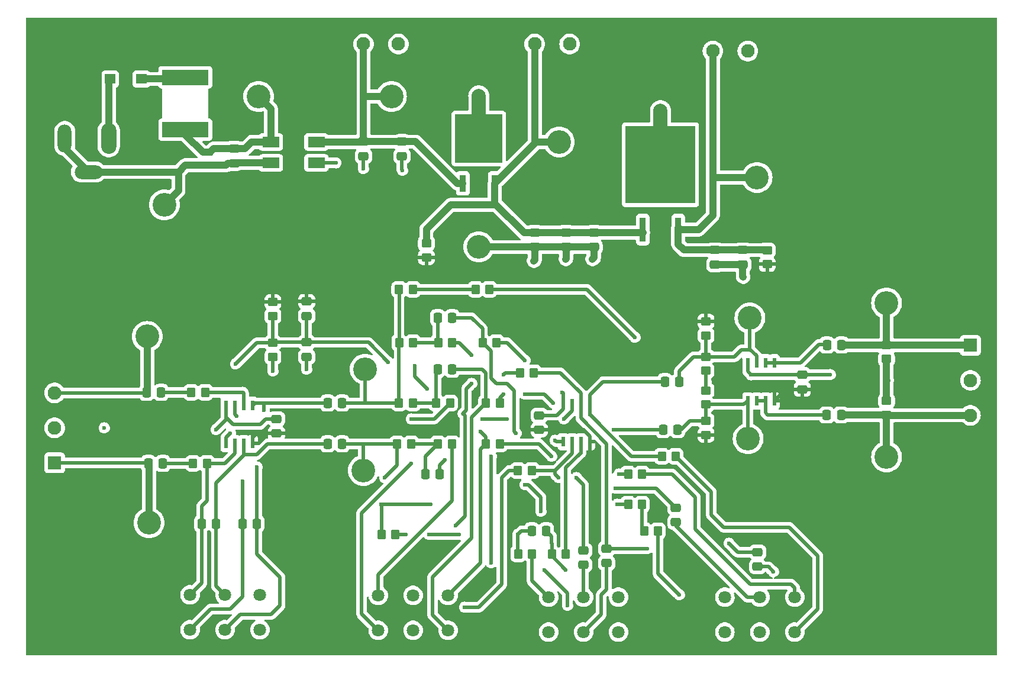
<source format=gtl>
G04 #@! TF.GenerationSoftware,KiCad,Pcbnew,8.0.8*
G04 #@! TF.CreationDate,2025-02-17T02:27:15-05:00*
G04 #@! TF.ProjectId,PreAmpEQ,50726541-6d70-4455-912e-6b696361645f,1.0*
G04 #@! TF.SameCoordinates,Original*
G04 #@! TF.FileFunction,Copper,L1,Top*
G04 #@! TF.FilePolarity,Positive*
%FSLAX46Y46*%
G04 Gerber Fmt 4.6, Leading zero omitted, Abs format (unit mm)*
G04 Created by KiCad (PCBNEW 8.0.8) date 2025-02-17 02:27:15*
%MOMM*%
%LPD*%
G01*
G04 APERTURE LIST*
G04 Aperture macros list*
%AMRoundRect*
0 Rectangle with rounded corners*
0 $1 Rounding radius*
0 $2 $3 $4 $5 $6 $7 $8 $9 X,Y pos of 4 corners*
0 Add a 4 corners polygon primitive as box body*
4,1,4,$2,$3,$4,$5,$6,$7,$8,$9,$2,$3,0*
0 Add four circle primitives for the rounded corners*
1,1,$1+$1,$2,$3*
1,1,$1+$1,$4,$5*
1,1,$1+$1,$6,$7*
1,1,$1+$1,$8,$9*
0 Add four rect primitives between the rounded corners*
20,1,$1+$1,$2,$3,$4,$5,0*
20,1,$1+$1,$4,$5,$6,$7,0*
20,1,$1+$1,$6,$7,$8,$9,0*
20,1,$1+$1,$8,$9,$2,$3,0*%
G04 Aperture macros list end*
G04 #@! TA.AperFunction,SMDPad,CuDef*
%ADD10RoundRect,0.250000X-0.450000X0.350000X-0.450000X-0.350000X0.450000X-0.350000X0.450000X0.350000X0*%
G04 #@! TD*
G04 #@! TA.AperFunction,SMDPad,CuDef*
%ADD11RoundRect,0.250000X-0.350000X-0.450000X0.350000X-0.450000X0.350000X0.450000X-0.350000X0.450000X0*%
G04 #@! TD*
G04 #@! TA.AperFunction,ComponentPad*
%ADD12C,3.400000*%
G04 #@! TD*
G04 #@! TA.AperFunction,ComponentPad*
%ADD13C,1.950000*%
G04 #@! TD*
G04 #@! TA.AperFunction,SMDPad,CuDef*
%ADD14RoundRect,0.250000X0.475000X-0.337500X0.475000X0.337500X-0.475000X0.337500X-0.475000X-0.337500X0*%
G04 #@! TD*
G04 #@! TA.AperFunction,SMDPad,CuDef*
%ADD15RoundRect,0.250000X0.450000X-0.350000X0.450000X0.350000X-0.450000X0.350000X-0.450000X-0.350000X0*%
G04 #@! TD*
G04 #@! TA.AperFunction,SMDPad,CuDef*
%ADD16RoundRect,0.250000X-0.475000X0.337500X-0.475000X-0.337500X0.475000X-0.337500X0.475000X0.337500X0*%
G04 #@! TD*
G04 #@! TA.AperFunction,SMDPad,CuDef*
%ADD17R,0.558800X1.460500*%
G04 #@! TD*
G04 #@! TA.AperFunction,SMDPad,CuDef*
%ADD18RoundRect,0.237500X-0.237500X0.250000X-0.237500X-0.250000X0.237500X-0.250000X0.237500X0.250000X0*%
G04 #@! TD*
G04 #@! TA.AperFunction,ComponentPad*
%ADD19C,1.800000*%
G04 #@! TD*
G04 #@! TA.AperFunction,SMDPad,CuDef*
%ADD20RoundRect,0.250000X-0.337500X-0.475000X0.337500X-0.475000X0.337500X0.475000X-0.337500X0.475000X0*%
G04 #@! TD*
G04 #@! TA.AperFunction,SMDPad,CuDef*
%ADD21RoundRect,0.250000X0.350000X0.450000X-0.350000X0.450000X-0.350000X-0.450000X0.350000X-0.450000X0*%
G04 #@! TD*
G04 #@! TA.AperFunction,ComponentPad*
%ADD22O,2.200000X4.400000*%
G04 #@! TD*
G04 #@! TA.AperFunction,ComponentPad*
%ADD23O,2.000000X4.000000*%
G04 #@! TD*
G04 #@! TA.AperFunction,ComponentPad*
%ADD24O,4.000000X2.000000*%
G04 #@! TD*
G04 #@! TA.AperFunction,ComponentPad*
%ADD25R,1.950000X1.950000*%
G04 #@! TD*
G04 #@! TA.AperFunction,SMDPad,CuDef*
%ADD26R,6.705600X2.209800*%
G04 #@! TD*
G04 #@! TA.AperFunction,SMDPad,CuDef*
%ADD27RoundRect,0.250000X0.337500X0.475000X-0.337500X0.475000X-0.337500X-0.475000X0.337500X-0.475000X0*%
G04 #@! TD*
G04 #@! TA.AperFunction,SMDPad,CuDef*
%ADD28R,0.939800X2.489200*%
G04 #@! TD*
G04 #@! TA.AperFunction,SMDPad,CuDef*
%ADD29R,6.781800X6.934200*%
G04 #@! TD*
G04 #@! TA.AperFunction,SMDPad,CuDef*
%ADD30R,0.939800X3.505200*%
G04 #@! TD*
G04 #@! TA.AperFunction,SMDPad,CuDef*
%ADD31R,10.033000X11.125200*%
G04 #@! TD*
G04 #@! TA.AperFunction,SMDPad,CuDef*
%ADD32R,1.498600X1.397000*%
G04 #@! TD*
G04 #@! TA.AperFunction,SMDPad,CuDef*
%ADD33R,2.489200X1.498600*%
G04 #@! TD*
G04 #@! TA.AperFunction,ViaPad*
%ADD34C,0.600000*%
G04 #@! TD*
G04 #@! TA.AperFunction,ViaPad*
%ADD35C,2.000000*%
G04 #@! TD*
G04 #@! TA.AperFunction,Conductor*
%ADD36C,0.500000*%
G04 #@! TD*
G04 #@! TA.AperFunction,Conductor*
%ADD37C,1.000000*%
G04 #@! TD*
G04 #@! TA.AperFunction,Conductor*
%ADD38C,2.000000*%
G04 #@! TD*
G04 APERTURE END LIST*
D10*
X177546000Y-93456000D03*
X177546000Y-95456000D03*
D11*
X131096000Y-114046000D03*
X133096000Y-114046000D03*
D12*
X100034000Y-66904000D03*
D13*
X153034000Y-43904000D03*
X158034000Y-43904000D03*
D10*
X137534000Y-72404000D03*
X137534000Y-74404000D03*
D14*
X191325000Y-93277000D03*
X191325000Y-91202000D03*
D12*
X97589500Y-85726000D03*
D15*
X177546000Y-90630000D03*
X177546000Y-88630000D03*
D12*
X183822000Y-83086000D03*
D16*
X182816000Y-73363000D03*
X182816000Y-75438000D03*
D11*
X139192000Y-101092000D03*
X141192000Y-101092000D03*
D16*
X120396000Y-80729000D03*
X120396000Y-82804000D03*
D17*
X160909000Y-95319850D03*
X159639000Y-95319850D03*
X158369000Y-95319850D03*
X157099000Y-95319850D03*
X157099000Y-100768150D03*
X158369000Y-100768150D03*
X159639000Y-100768150D03*
X160909000Y-100768150D03*
D11*
X133620000Y-78994000D03*
X135620000Y-78994000D03*
D12*
X203380000Y-80952000D03*
X184848000Y-62992000D03*
D10*
X177546000Y-83582000D03*
X177546000Y-85582000D03*
X203380000Y-86952000D03*
X203380000Y-88952000D03*
D16*
X178816000Y-73363000D03*
X178816000Y-75438000D03*
D18*
X106534000Y-59404000D03*
X106534000Y-61229000D03*
D19*
X155020000Y-128016000D03*
X160020000Y-128016000D03*
X165020000Y-128016000D03*
X155020000Y-123016000D03*
X160020000Y-123016000D03*
X165020000Y-123016000D03*
D16*
X110034000Y-58866500D03*
X110034000Y-60941500D03*
D20*
X97514500Y-93726000D03*
X99589500Y-93726000D03*
X139149000Y-83058000D03*
X141224000Y-83058000D03*
D16*
X161534000Y-70866500D03*
X161534000Y-72941500D03*
D11*
X150638000Y-104902000D03*
X152638000Y-104902000D03*
D21*
X173228000Y-102870000D03*
X171228000Y-102870000D03*
D22*
X92084000Y-57404000D03*
D23*
X85784000Y-57404000D03*
D24*
X89184000Y-62204000D03*
D14*
X163322000Y-118153000D03*
X163322000Y-116078000D03*
D16*
X134034000Y-57866500D03*
X134034000Y-59941500D03*
D10*
X186316000Y-73400500D03*
X186316000Y-75400500D03*
D12*
X128778000Y-90424000D03*
D21*
X168402000Y-105410000D03*
X166402000Y-105410000D03*
D20*
X139133000Y-90424000D03*
X141208000Y-90424000D03*
D11*
X150908000Y-90932000D03*
X152908000Y-90932000D03*
D25*
X215380000Y-87004500D03*
D13*
X215380000Y-92004500D03*
X215380000Y-97004500D03*
D14*
X116078000Y-99589500D03*
X116078000Y-97514500D03*
D26*
X103034000Y-48657500D03*
X103034000Y-56150500D03*
D12*
X145034000Y-72904000D03*
D17*
X112649000Y-95573850D03*
X111379000Y-95573850D03*
X110109000Y-95573850D03*
X108839000Y-95573850D03*
X108839000Y-101022150D03*
X110109000Y-101022150D03*
X111379000Y-101022150D03*
X112649000Y-101022150D03*
D12*
X203380000Y-102952000D03*
X183568000Y-100358000D03*
D11*
X104156000Y-103886000D03*
X106156000Y-103886000D03*
D12*
X156534000Y-57904000D03*
D10*
X115570000Y-80804000D03*
X115570000Y-82804000D03*
D11*
X146066000Y-101092000D03*
X148066000Y-101092000D03*
D20*
X194842500Y-86952000D03*
X196917500Y-86952000D03*
D11*
X139224000Y-86614000D03*
X141224000Y-86614000D03*
D20*
X171661000Y-92202000D03*
X173736000Y-92202000D03*
D14*
X160020000Y-118407000D03*
X160020000Y-116332000D03*
D20*
X123401000Y-95250000D03*
X125476000Y-95250000D03*
D27*
X196880000Y-96952000D03*
X194805000Y-96952000D03*
D11*
X155480000Y-116840000D03*
X157480000Y-116840000D03*
X133636000Y-86614000D03*
X135636000Y-86614000D03*
D28*
X142743999Y-63817500D03*
D29*
X145034000Y-57404000D03*
D28*
X147324001Y-63817500D03*
D13*
X178534000Y-44904000D03*
X183534000Y-44904000D03*
D11*
X133366000Y-101092000D03*
X135366000Y-101092000D03*
X150654000Y-116840000D03*
X152654000Y-116840000D03*
D20*
X111209000Y-112522000D03*
X113284000Y-112522000D03*
X123401000Y-101092000D03*
X125476000Y-101092000D03*
D15*
X203380000Y-96952000D03*
X203380000Y-94952000D03*
D16*
X157534000Y-70866500D03*
X157534000Y-72941500D03*
D19*
X103712000Y-127682000D03*
X108712000Y-127682000D03*
X113712000Y-127682000D03*
X103712000Y-122682000D03*
X108712000Y-122682000D03*
X113712000Y-122682000D03*
D30*
X168494000Y-70444500D03*
D31*
X171034000Y-61173500D03*
D30*
X173574000Y-70444500D03*
D10*
X115570000Y-86646000D03*
X115570000Y-88646000D03*
D11*
X168688000Y-113538000D03*
X170688000Y-113538000D03*
D12*
X97843500Y-112386000D03*
D32*
X96769200Y-48904000D03*
X92298800Y-48904000D03*
D14*
X173228000Y-112311000D03*
X173228000Y-110236000D03*
D11*
X144558000Y-78994000D03*
X146558000Y-78994000D03*
D20*
X137392500Y-105410000D03*
X139467500Y-105410000D03*
D15*
X177546000Y-99806000D03*
X177546000Y-97806000D03*
D20*
X171407000Y-99060000D03*
X173482000Y-99060000D03*
D27*
X107463500Y-112522000D03*
X105388500Y-112522000D03*
D12*
X132534000Y-51404000D03*
D25*
X84336000Y-103802000D03*
D13*
X84336000Y-98802000D03*
X84336000Y-93802000D03*
D19*
X180246000Y-128016000D03*
X185246000Y-128016000D03*
X190246000Y-128016000D03*
X180246000Y-123016000D03*
X185246000Y-123016000D03*
X190246000Y-123016000D03*
D13*
X128534000Y-43904000D03*
X133534000Y-43904000D03*
D14*
X153670000Y-99081500D03*
X153670000Y-97006500D03*
D11*
X103902000Y-93726000D03*
X105902000Y-93726000D03*
X166402000Y-109728000D03*
X168402000Y-109728000D03*
D20*
X97768500Y-103886000D03*
X99843500Y-103886000D03*
D16*
X120396000Y-86571000D03*
X120396000Y-88646000D03*
D19*
X130636000Y-127762000D03*
X135636000Y-127762000D03*
X140636000Y-127762000D03*
X130636000Y-122762000D03*
X135636000Y-122762000D03*
X140636000Y-122762000D03*
D16*
X128534000Y-57866500D03*
X128534000Y-59941500D03*
D11*
X145574000Y-86614000D03*
X147574000Y-86614000D03*
D16*
X153034000Y-70866500D03*
X153034000Y-72941500D03*
D11*
X133620000Y-95250000D03*
X135620000Y-95250000D03*
X146050000Y-95250000D03*
X148050000Y-95250000D03*
D14*
X184912000Y-118661000D03*
X184912000Y-116586000D03*
D33*
X115282800Y-57904000D03*
X115282800Y-60904000D03*
X121785200Y-60904000D03*
X121785200Y-57904000D03*
D20*
X152611000Y-113538000D03*
X154686000Y-113538000D03*
D17*
X187325000Y-89477850D03*
X186055000Y-89477850D03*
X184785000Y-89477850D03*
X183515000Y-89477850D03*
X183515000Y-94926150D03*
X184785000Y-94926150D03*
X186055000Y-94926150D03*
X187325000Y-94926150D03*
D12*
X128524000Y-104902000D03*
D11*
X138954000Y-95250000D03*
X140954000Y-95250000D03*
D12*
X113534000Y-51404000D03*
D34*
X180848000Y-115316000D03*
X169164000Y-116078000D03*
X195326000Y-91186000D03*
X128524000Y-61722000D03*
X156972000Y-93726000D03*
X183999500Y-91202000D03*
X203380000Y-92057000D03*
X120396000Y-90424000D03*
X161290000Y-74676000D03*
X177546000Y-92202000D03*
X91440000Y-98802000D03*
D35*
X171034000Y-53432000D03*
X145034000Y-51308000D03*
D34*
X134112000Y-61976000D03*
X182880000Y-77216000D03*
X107442000Y-99060000D03*
X152908000Y-74930000D03*
X115570000Y-90678000D03*
X124594000Y-60904000D03*
X145034000Y-57404000D03*
X157480000Y-74676000D03*
X159962000Y-99081500D03*
X191262000Y-94996000D03*
X118110000Y-99568000D03*
X164338000Y-89408000D03*
X118110000Y-93472000D03*
X118110000Y-103378000D03*
X191262000Y-98806000D03*
X155956000Y-100584000D03*
X145542000Y-97536000D03*
X110236000Y-89662000D03*
X110363000Y-97155000D03*
X132080000Y-89408000D03*
X135890000Y-89916000D03*
X137668000Y-93218000D03*
X149098000Y-97536000D03*
X157226000Y-97536000D03*
X109474000Y-99568000D03*
X114300000Y-96266000D03*
X113284000Y-104394000D03*
X111252000Y-93726000D03*
X111252000Y-106426000D03*
X131064000Y-109728000D03*
X138176000Y-109728000D03*
X131572000Y-105918000D03*
X164846000Y-109728000D03*
X151638000Y-89154000D03*
X148590000Y-93980000D03*
X160909000Y-96901000D03*
X151638000Y-93980000D03*
X155702000Y-95250000D03*
X164338000Y-99060000D03*
X165100000Y-105410000D03*
X155448000Y-102870000D03*
X159639000Y-102362000D03*
X159004000Y-105918000D03*
X156464000Y-105918000D03*
X164592000Y-107442000D03*
X157480000Y-119126000D03*
X137922000Y-114046000D03*
X142240000Y-114046000D03*
X150622000Y-114046000D03*
X134620000Y-114046000D03*
X140208000Y-103378000D03*
X145288000Y-99314000D03*
X154432000Y-119126000D03*
X151638000Y-106934000D03*
X157734000Y-124206000D03*
X150368000Y-99568000D03*
X153924000Y-110744000D03*
X187198000Y-119380000D03*
X167386000Y-85852000D03*
X173736000Y-122682000D03*
X143002000Y-124460000D03*
X146812000Y-102870000D03*
X146812000Y-118110000D03*
X148590000Y-91186000D03*
X141732000Y-112776000D03*
X144018000Y-88392000D03*
X144018000Y-92456000D03*
X135382000Y-97536000D03*
X135382000Y-103886000D03*
D36*
X169164000Y-116078000D02*
X163322000Y-116078000D01*
X182118000Y-116586000D02*
X180848000Y-115316000D01*
X184912000Y-116586000D02*
X182118000Y-116586000D01*
D37*
X110034000Y-58866500D02*
X111571500Y-58866500D01*
X115282800Y-53152800D02*
X113534000Y-51404000D01*
X111571500Y-58866500D02*
X112534000Y-57904000D01*
X105534000Y-59404000D02*
X106534000Y-59404000D01*
X112534000Y-57904000D02*
X115282800Y-57904000D01*
X103034000Y-56904000D02*
X105534000Y-59404000D01*
X115282800Y-57904000D02*
X115282800Y-53152800D01*
X103034000Y-56150500D02*
X103034000Y-56904000D01*
X106534000Y-59404000D02*
X107071500Y-58866500D01*
X107071500Y-58866500D02*
X110034000Y-58866500D01*
X108859000Y-61229000D02*
X106534000Y-61229000D01*
X102059000Y-62204000D02*
X102059000Y-64879000D01*
X109146500Y-60941500D02*
X110034000Y-60941500D01*
X102059000Y-64879000D02*
X100034000Y-66904000D01*
X85784000Y-57404000D02*
X85784000Y-58804000D01*
X85784000Y-58804000D02*
X89184000Y-62204000D01*
X110071500Y-60904000D02*
X110034000Y-60941500D01*
X108859000Y-61229000D02*
X109146500Y-60941500D01*
X115282800Y-60904000D02*
X110071500Y-60904000D01*
X102059000Y-62204000D02*
X89184000Y-62204000D01*
X103034000Y-61229000D02*
X102059000Y-62204000D01*
X106534000Y-61229000D02*
X103034000Y-61229000D01*
X128534000Y-43904000D02*
X128534000Y-51404000D01*
X135996500Y-57866500D02*
X141947500Y-63817500D01*
X121785200Y-57904000D02*
X128071500Y-57904000D01*
X128534000Y-51404000D02*
X128534000Y-53904000D01*
X131034000Y-51404000D02*
X128534000Y-51404000D01*
X134034000Y-57866500D02*
X135996500Y-57866500D01*
X141947500Y-63817500D02*
X142743999Y-63817500D01*
X128534000Y-53904000D02*
X128534000Y-57866500D01*
X134034000Y-57866500D02*
X128534000Y-57866500D01*
D36*
X107446000Y-99056000D02*
X108839000Y-97663000D01*
D37*
X157534000Y-72941500D02*
X157534000Y-74622000D01*
D36*
X195342000Y-91202000D02*
X195326000Y-91186000D01*
X157099000Y-95319850D02*
X157099000Y-93853000D01*
X128534000Y-61712000D02*
X128524000Y-61722000D01*
D37*
X182816000Y-77152000D02*
X182880000Y-77216000D01*
X153034000Y-74804000D02*
X152908000Y-74930000D01*
D36*
X191325000Y-91202000D02*
X195342000Y-91202000D01*
D37*
X161534000Y-72941500D02*
X157534000Y-72941500D01*
D36*
X156231500Y-97006500D02*
X157099000Y-96139000D01*
X108839000Y-97663000D02*
X108839000Y-97282000D01*
D37*
X203380000Y-91952000D02*
X203380000Y-88952000D01*
X153034000Y-72941500D02*
X145071500Y-72941500D01*
D36*
X157099000Y-93853000D02*
X156972000Y-93726000D01*
D38*
X171034000Y-61173500D02*
X171034000Y-53432000D01*
D36*
X108839000Y-97282000D02*
X109855000Y-98298000D01*
X109855000Y-98298000D02*
X113792000Y-98298000D01*
X171034000Y-53432000D02*
X170942000Y-53340000D01*
D37*
X161534000Y-74432000D02*
X161290000Y-74676000D01*
D36*
X153670000Y-97006500D02*
X156231500Y-97006500D01*
X107446000Y-99056000D02*
X107442000Y-99060000D01*
X115570000Y-88646000D02*
X115570000Y-90678000D01*
D37*
X203432500Y-92004500D02*
X203380000Y-91952000D01*
D36*
X157099000Y-96139000D02*
X157099000Y-95319850D01*
X203235000Y-92202000D02*
X203380000Y-92057000D01*
D37*
X157534000Y-72941500D02*
X153034000Y-72941500D01*
X178816000Y-75438000D02*
X182816000Y-75438000D01*
D36*
X191325000Y-91202000D02*
X183999500Y-91202000D01*
X114554000Y-97536000D02*
X115062000Y-97536000D01*
D37*
X182816000Y-75438000D02*
X182816000Y-77152000D01*
D36*
X91440000Y-98802000D02*
X91444000Y-98806000D01*
X115083500Y-97514500D02*
X116078000Y-97514500D01*
X113792000Y-98298000D02*
X114554000Y-97536000D01*
D37*
X157534000Y-74622000D02*
X157480000Y-74676000D01*
D36*
X115062000Y-97536000D02*
X115083500Y-97514500D01*
D38*
X145034000Y-57404000D02*
X145034000Y-51308000D01*
D36*
X120396000Y-88646000D02*
X120396000Y-90424000D01*
D37*
X153034000Y-72941500D02*
X153034000Y-74804000D01*
D36*
X177546000Y-93456000D02*
X177546000Y-92202000D01*
D37*
X203380000Y-94952000D02*
X203380000Y-92057000D01*
D36*
X134034000Y-61898000D02*
X134112000Y-61976000D01*
X183515000Y-90717500D02*
X183515000Y-89477850D01*
D37*
X161534000Y-72941500D02*
X161534000Y-74432000D01*
X145071500Y-72941500D02*
X145034000Y-72904000D01*
D36*
X134034000Y-59941500D02*
X134034000Y-61898000D01*
X108839000Y-95573850D02*
X108839000Y-97282000D01*
X128534000Y-59941500D02*
X128534000Y-61712000D01*
X183999500Y-91202000D02*
X183515000Y-90717500D01*
X121785200Y-60904000D02*
X124594000Y-60904000D01*
D37*
X203380000Y-92057000D02*
X203432500Y-92004500D01*
D36*
X203271000Y-91948000D02*
X203380000Y-92057000D01*
X177546000Y-90630000D02*
X177546000Y-92202000D01*
D37*
X147324001Y-66694001D02*
X151496500Y-70866500D01*
X147324001Y-63817500D02*
X147324001Y-66694001D01*
X153034000Y-58107501D02*
X153034000Y-54607501D01*
X137534000Y-70404000D02*
X141034000Y-66904000D01*
X137534000Y-72404000D02*
X137534000Y-70404000D01*
X141034000Y-66904000D02*
X147034000Y-66904000D01*
X147324001Y-63817500D02*
X153034000Y-58107501D01*
X156534000Y-57904000D02*
X153237501Y-57904000D01*
X151496500Y-70866500D02*
X168534000Y-70866500D01*
X153034000Y-54607501D02*
X153034000Y-43904000D01*
X147324001Y-66113999D02*
X147324001Y-63817500D01*
X153237501Y-57904000D02*
X153034000Y-58107501D01*
X182816000Y-73363000D02*
X178816000Y-73363000D01*
X176493500Y-70444500D02*
X173574000Y-70444500D01*
X178788000Y-62992000D02*
X184848000Y-62992000D01*
X182816000Y-73363000D02*
X186278500Y-73363000D01*
X174391000Y-73363000D02*
X173571500Y-72543500D01*
X178534000Y-62738000D02*
X178788000Y-62992000D01*
X173571500Y-72543500D02*
X173571500Y-70215000D01*
X173571500Y-70215000D02*
X173611500Y-70175000D01*
X178534000Y-44904000D02*
X178534000Y-62738000D01*
X186278500Y-73363000D02*
X186316000Y-73400500D01*
X178534000Y-62738000D02*
X178534000Y-68404000D01*
X178816000Y-73363000D02*
X174391000Y-73363000D01*
X178534000Y-68404000D02*
X176493500Y-70444500D01*
D36*
X191325000Y-93277000D02*
X188974150Y-93277000D01*
X118088500Y-99589500D02*
X118110000Y-99568000D01*
X113262500Y-99589500D02*
X112649000Y-100203000D01*
X116078000Y-99589500D02*
X113262500Y-99589500D01*
X116078000Y-99589500D02*
X118088500Y-99589500D01*
X112649000Y-100203000D02*
X112649000Y-101022150D01*
X159962000Y-99081500D02*
X160909000Y-100028500D01*
X191325000Y-93277000D02*
X191325000Y-94933000D01*
X153670000Y-99081500D02*
X159962000Y-99081500D01*
X188974150Y-93277000D02*
X187325000Y-94926150D01*
X191325000Y-94933000D02*
X191262000Y-94996000D01*
X160909000Y-100028500D02*
X160909000Y-100768150D01*
X157099000Y-100768150D02*
X156140150Y-100768150D01*
X135890000Y-89916000D02*
X135890000Y-91440000D01*
X156140150Y-100768150D02*
X155956000Y-100584000D01*
X110363000Y-97155000D02*
X110109000Y-96901000D01*
X115570000Y-86646000D02*
X113252000Y-86646000D01*
X109474000Y-99568000D02*
X108839000Y-100203000D01*
X157226000Y-97536000D02*
X158369000Y-96393000D01*
X135890000Y-91440000D02*
X137668000Y-93218000D01*
X120396000Y-82804000D02*
X120396000Y-86571000D01*
X129243000Y-86571000D02*
X132080000Y-89408000D01*
X145542000Y-97536000D02*
X149098000Y-97536000D01*
X115645000Y-86571000D02*
X115570000Y-86646000D01*
X120396000Y-86571000D02*
X129243000Y-86571000D01*
X158369000Y-96393000D02*
X158369000Y-95319850D01*
X110109000Y-96901000D02*
X110109000Y-95573850D01*
X113252000Y-86646000D02*
X110236000Y-89662000D01*
X115570000Y-82804000D02*
X115570000Y-86646000D01*
X120396000Y-86571000D02*
X115645000Y-86571000D01*
X108839000Y-100203000D02*
X108839000Y-101022150D01*
X116586000Y-124206000D02*
X116586000Y-120142000D01*
X110918000Y-125476000D02*
X115316000Y-125476000D01*
X115316000Y-125476000D02*
X116586000Y-124206000D01*
X113284000Y-112522000D02*
X113284000Y-104394000D01*
X114300000Y-95250000D02*
X112972850Y-95250000D01*
X113284000Y-116840000D02*
X113284000Y-112522000D01*
X112972850Y-95250000D02*
X112649000Y-95573850D01*
X114300000Y-96266000D02*
X114300000Y-95250000D01*
X108712000Y-127682000D02*
X110918000Y-125476000D01*
X116586000Y-120142000D02*
X113284000Y-116840000D01*
X122893000Y-95250000D02*
X114300000Y-95250000D01*
X106680000Y-124714000D02*
X109474000Y-124714000D01*
X105902000Y-93726000D02*
X111252000Y-93726000D01*
X111252000Y-93726000D02*
X111379000Y-93853000D01*
X111209000Y-122979000D02*
X111209000Y-112522000D01*
X111379000Y-93853000D02*
X111379000Y-95573850D01*
X111209000Y-106469000D02*
X111252000Y-106426000D01*
X109474000Y-124714000D02*
X111209000Y-122979000D01*
X103712000Y-127682000D02*
X106680000Y-124714000D01*
X111209000Y-112522000D02*
X111209000Y-106469000D01*
X99589500Y-93726000D02*
X103902000Y-93726000D01*
X84336000Y-93802000D02*
X97438500Y-93802000D01*
X97438500Y-93802000D02*
X97514500Y-93726000D01*
D37*
X97589500Y-85726000D02*
X97589500Y-93651000D01*
X97589500Y-93651000D02*
X97514500Y-93726000D01*
D36*
X106156000Y-109236000D02*
X105388500Y-110003500D01*
X110109000Y-102489000D02*
X110109000Y-101022150D01*
X103712000Y-122682000D02*
X105388500Y-121005500D01*
X106156000Y-103886000D02*
X108712000Y-103886000D01*
X105388500Y-121005500D02*
X105388500Y-112522000D01*
X105388500Y-110003500D02*
X105388500Y-112522000D01*
X106156000Y-103886000D02*
X106156000Y-109236000D01*
X108712000Y-103886000D02*
X110109000Y-102489000D01*
X111379000Y-102425500D02*
X111379000Y-101022150D01*
X113284000Y-102616000D02*
X111569500Y-102616000D01*
X107463500Y-106658500D02*
X107463500Y-112522000D01*
X111379000Y-101022150D02*
X111379000Y-102743000D01*
X114808000Y-101092000D02*
X113284000Y-102616000D01*
X107463500Y-112522000D02*
X107463500Y-121433500D01*
X111379000Y-102743000D02*
X107463500Y-106658500D01*
X111569500Y-102616000D02*
X111379000Y-102425500D01*
X107463500Y-121433500D02*
X108712000Y-122682000D01*
X122893000Y-101092000D02*
X114808000Y-101092000D01*
X99843500Y-103886000D02*
X104156000Y-103886000D01*
X84336000Y-103802000D02*
X97684500Y-103802000D01*
X97684500Y-103802000D02*
X97768500Y-103886000D01*
D37*
X97843500Y-112386000D02*
X97843500Y-103961000D01*
X97843500Y-103961000D02*
X97768500Y-103886000D01*
D36*
X133620000Y-95250000D02*
X133620000Y-86630000D01*
X133636000Y-86614000D02*
X133636000Y-79010000D01*
X133636000Y-79010000D02*
X133620000Y-78994000D01*
X125476000Y-95250000D02*
X128778000Y-95250000D01*
X133620000Y-95250000D02*
X128778000Y-95250000D01*
X128778000Y-95250000D02*
X128778000Y-90424000D01*
X133620000Y-86630000D02*
X133636000Y-86614000D01*
X165894000Y-109728000D02*
X166148000Y-109982000D01*
X128524000Y-101092000D02*
X128524000Y-104648000D01*
X138176000Y-109728000D02*
X131064000Y-109728000D01*
X133366000Y-101092000D02*
X128524000Y-101092000D01*
X131096000Y-114046000D02*
X131096000Y-109760000D01*
X131096000Y-109760000D02*
X131064000Y-109728000D01*
X133366000Y-104124000D02*
X133366000Y-101092000D01*
X164846000Y-109728000D02*
X165894000Y-109728000D01*
X131572000Y-105918000D02*
X133366000Y-104124000D01*
X125476000Y-101092000D02*
X128524000Y-101092000D01*
X186055000Y-94926150D02*
X184785000Y-94926150D01*
X186055000Y-96656400D02*
X186055000Y-94926150D01*
X186350600Y-96952000D02*
X186055000Y-96656400D01*
X194805000Y-96952000D02*
X186350600Y-96952000D01*
D37*
X203380000Y-96952000D02*
X203380000Y-102952000D01*
X203432500Y-97004500D02*
X203380000Y-96952000D01*
X215380000Y-97004500D02*
X203432500Y-97004500D01*
X196880000Y-96952000D02*
X203380000Y-96952000D01*
D36*
X191065150Y-89477850D02*
X187325000Y-89477850D01*
X187325000Y-89477850D02*
X186055000Y-89477850D01*
X194945000Y-86868000D02*
X193675000Y-86868000D01*
X193675000Y-86868000D02*
X191065150Y-89477850D01*
D37*
X215380000Y-87004500D02*
X196970000Y-87004500D01*
X196970000Y-87004500D02*
X196917500Y-86952000D01*
X203380000Y-86952000D02*
X203380000Y-80952000D01*
D36*
X177530000Y-88646000D02*
X177546000Y-88630000D01*
X184785000Y-88519000D02*
X183822000Y-87556000D01*
X183748000Y-87630000D02*
X183822000Y-87556000D01*
X175768000Y-88646000D02*
X176276000Y-88646000D01*
X181626000Y-88630000D02*
X182626000Y-87630000D01*
X176276000Y-88646000D02*
X176292000Y-88630000D01*
X184785000Y-89477850D02*
X184785000Y-88519000D01*
X183822000Y-86750500D02*
X183822000Y-83086000D01*
X173736000Y-92202000D02*
X173736000Y-90678000D01*
X177546000Y-85582000D02*
X177546000Y-88630000D01*
X173736000Y-90678000D02*
X175768000Y-88646000D01*
X177546000Y-88630000D02*
X181626000Y-88630000D01*
X183822000Y-87556000D02*
X183822000Y-86750500D01*
X182626000Y-87630000D02*
X183748000Y-87630000D01*
X176292000Y-88630000D02*
X177546000Y-88630000D01*
X147574000Y-86614000D02*
X149098000Y-86614000D01*
X171228000Y-102870000D02*
X166878000Y-102870000D01*
X162814000Y-92202000D02*
X160909000Y-94107000D01*
X166878000Y-102870000D02*
X160909000Y-96901000D01*
X154432000Y-93980000D02*
X155702000Y-95250000D01*
X160909000Y-96901000D02*
X160909000Y-95319850D01*
X151638000Y-93980000D02*
X154432000Y-93980000D01*
X160909000Y-94107000D02*
X160909000Y-95319850D01*
X148050000Y-95250000D02*
X148050000Y-94520000D01*
X149098000Y-86614000D02*
X151638000Y-89154000D01*
X171661000Y-92202000D02*
X162814000Y-92202000D01*
X148050000Y-94520000D02*
X148590000Y-93980000D01*
X153670000Y-101092000D02*
X155448000Y-102870000D01*
X157480000Y-104521000D02*
X159639000Y-102362000D01*
X148066000Y-101092000D02*
X153670000Y-101092000D01*
X166402000Y-105410000D02*
X165100000Y-105410000D01*
X157480000Y-116840000D02*
X157480000Y-104521000D01*
X171407000Y-99060000D02*
X164338000Y-99060000D01*
X159639000Y-102362000D02*
X159639000Y-100768150D01*
X177546000Y-97806000D02*
X177546000Y-95456000D01*
X175260000Y-97790000D02*
X175276000Y-97806000D01*
X177546000Y-95456000D02*
X182985150Y-95456000D01*
X177498000Y-95504000D02*
X177546000Y-95456000D01*
X183515000Y-100305000D02*
X183568000Y-100358000D01*
X175276000Y-97806000D02*
X177546000Y-97806000D01*
X173482000Y-99060000D02*
X173990000Y-99060000D01*
X173990000Y-99060000D02*
X175260000Y-97790000D01*
X182985150Y-95456000D02*
X183515000Y-94926150D01*
X183515000Y-94926150D02*
X183515000Y-100305000D01*
X160020000Y-123016000D02*
X160020000Y-118407000D01*
X156464000Y-105918000D02*
X155956000Y-105410000D01*
X159004000Y-105918000D02*
X160020000Y-106934000D01*
X155956000Y-105410000D02*
X155956000Y-104902000D01*
X158369000Y-102489000D02*
X158369000Y-100768150D01*
X160020000Y-106934000D02*
X160020000Y-116332000D01*
X152638000Y-104902000D02*
X155956000Y-104902000D01*
X170434000Y-107442000D02*
X164592000Y-107442000D01*
X173228000Y-110236000D02*
X170434000Y-107442000D01*
X155956000Y-104902000D02*
X158369000Y-102489000D01*
X155448000Y-115316000D02*
X155480000Y-115348000D01*
X155480000Y-115348000D02*
X155480000Y-116840000D01*
X155448000Y-114300000D02*
X155448000Y-115316000D01*
X154686000Y-113538000D02*
X155448000Y-114300000D01*
X155480000Y-116840000D02*
X155480000Y-117126000D01*
X155480000Y-117126000D02*
X157480000Y-119126000D01*
X151130000Y-113538000D02*
X150622000Y-114046000D01*
X150622000Y-114046000D02*
X150622000Y-116808000D01*
X150622000Y-116808000D02*
X150654000Y-116840000D01*
X142240000Y-114046000D02*
X137922000Y-114046000D01*
X152611000Y-113538000D02*
X151130000Y-113538000D01*
X134620000Y-114046000D02*
X133096000Y-114046000D01*
X139192000Y-101092000D02*
X135366000Y-101092000D01*
X137392500Y-105410000D02*
X137392500Y-102891500D01*
X137392500Y-102891500D02*
X139192000Y-101092000D01*
X139467500Y-104118500D02*
X140208000Y-103378000D01*
X139467500Y-105410000D02*
X139467500Y-104118500D01*
X145288000Y-101870000D02*
X145288000Y-118110000D01*
X145288000Y-118110000D02*
X140636000Y-122762000D01*
X146066000Y-100092000D02*
X146066000Y-101092000D01*
X145288000Y-99314000D02*
X146066000Y-100092000D01*
X146066000Y-101092000D02*
X145288000Y-101870000D01*
X173228000Y-112311000D02*
X173228000Y-112776000D01*
X183468000Y-123016000D02*
X185246000Y-123016000D01*
X173228000Y-112776000D02*
X183468000Y-123016000D01*
X144018000Y-97282000D02*
X144018000Y-114554000D01*
X138430000Y-125556000D02*
X140636000Y-127762000D01*
X145526000Y-90424000D02*
X146050000Y-90948000D01*
X144018000Y-114554000D02*
X138430000Y-120142000D01*
X141208000Y-90424000D02*
X145526000Y-90424000D01*
X146050000Y-90948000D02*
X146050000Y-95250000D01*
X146050000Y-95250000D02*
X144018000Y-97282000D01*
X138430000Y-120142000D02*
X138430000Y-125556000D01*
X138954000Y-90603000D02*
X139133000Y-90424000D01*
X135620000Y-95250000D02*
X138954000Y-95250000D01*
X138954000Y-95250000D02*
X138954000Y-90603000D01*
X139149000Y-86539000D02*
X139224000Y-86614000D01*
X139149000Y-83058000D02*
X139149000Y-86539000D01*
X135636000Y-86614000D02*
X139224000Y-86614000D01*
X149098000Y-92456000D02*
X150114000Y-93472000D01*
X147574000Y-92456000D02*
X149098000Y-92456000D01*
X144018000Y-83058000D02*
X145574000Y-84614000D01*
X157734000Y-124206000D02*
X157734000Y-122428000D01*
X157734000Y-122428000D02*
X154432000Y-119126000D01*
X151638000Y-106934000D02*
X152146000Y-106934000D01*
X141224000Y-83058000D02*
X144018000Y-83058000D01*
X145574000Y-84614000D02*
X145574000Y-86614000D01*
X150114000Y-99314000D02*
X150368000Y-99568000D01*
X146800000Y-87840000D02*
X146800000Y-91682000D01*
X153924000Y-108712000D02*
X153924000Y-110744000D01*
X152146000Y-106934000D02*
X153924000Y-108712000D01*
X150114000Y-93472000D02*
X150114000Y-99314000D01*
X146800000Y-91682000D02*
X147574000Y-92456000D01*
X145574000Y-86614000D02*
X146800000Y-87840000D01*
X163322000Y-101092000D02*
X159639000Y-97409000D01*
X152908000Y-90932000D02*
X156718000Y-90932000D01*
X159639000Y-97409000D02*
X159639000Y-95319850D01*
X156718000Y-90932000D02*
X159639000Y-93853000D01*
X159639000Y-93853000D02*
X159639000Y-95319850D01*
X163322000Y-116078000D02*
X163322000Y-101092000D01*
X163322000Y-118153000D02*
X163322000Y-121920000D01*
X162560000Y-125476000D02*
X160020000Y-128016000D01*
X163322000Y-121920000D02*
X162560000Y-122682000D01*
X162560000Y-122682000D02*
X162560000Y-125476000D01*
X184912000Y-118661000D02*
X186479000Y-118661000D01*
X186479000Y-118661000D02*
X187198000Y-119380000D01*
D37*
X96769200Y-48904000D02*
X102787500Y-48904000D01*
X102787500Y-48904000D02*
X103034000Y-48657500D01*
X92084000Y-49118800D02*
X92298800Y-48904000D01*
X92084000Y-57404000D02*
X92084000Y-49118800D01*
D36*
X146558000Y-78994000D02*
X160528000Y-78994000D01*
X160528000Y-78994000D02*
X167386000Y-85852000D01*
X170688000Y-113538000D02*
X170688000Y-119634000D01*
X170688000Y-119634000D02*
X173736000Y-122682000D01*
X176022000Y-108712000D02*
X176022000Y-113284000D01*
X189738000Y-121158000D02*
X190246000Y-121666000D01*
X183896000Y-121158000D02*
X189738000Y-121158000D01*
X172720000Y-105410000D02*
X176022000Y-108712000D01*
X168402000Y-105410000D02*
X172720000Y-105410000D01*
X176022000Y-113284000D02*
X183896000Y-121158000D01*
X190246000Y-121666000D02*
X190246000Y-123016000D01*
X178308000Y-107950000D02*
X173228000Y-102870000D01*
X190246000Y-128016000D02*
X193548000Y-124714000D01*
X193548000Y-124714000D02*
X193548000Y-117094000D01*
X180086000Y-113030000D02*
X178308000Y-111252000D01*
X189484000Y-113030000D02*
X180086000Y-113030000D01*
X178308000Y-111252000D02*
X178308000Y-107950000D01*
X193548000Y-117094000D02*
X189484000Y-113030000D01*
X148336000Y-105918000D02*
X149352000Y-104902000D01*
X149352000Y-104902000D02*
X150638000Y-104902000D01*
X148336000Y-121158000D02*
X148336000Y-105918000D01*
X143002000Y-124460000D02*
X145034000Y-124460000D01*
X145034000Y-124460000D02*
X148336000Y-121158000D01*
X168402000Y-109728000D02*
X168402000Y-113252000D01*
X168402000Y-113252000D02*
X168688000Y-113538000D01*
X148844000Y-90932000D02*
X148590000Y-91186000D01*
X150908000Y-90932000D02*
X148844000Y-90932000D01*
X146812000Y-118110000D02*
X146812000Y-102870000D01*
X135620000Y-78994000D02*
X144558000Y-78994000D01*
X141192000Y-109252000D02*
X130636000Y-119808000D01*
X130636000Y-119808000D02*
X130636000Y-122762000D01*
X141192000Y-101092000D02*
X141192000Y-109252000D01*
X143268000Y-96254000D02*
X142748000Y-96774000D01*
X143040000Y-111468000D02*
X141732000Y-112776000D01*
X141224000Y-86614000D02*
X142240000Y-86614000D01*
X142748000Y-96774000D02*
X143040000Y-97066000D01*
X143268000Y-93206000D02*
X143268000Y-96254000D01*
X142240000Y-86614000D02*
X144018000Y-88392000D01*
X144018000Y-92456000D02*
X143268000Y-93206000D01*
X143040000Y-97066000D02*
X143040000Y-111468000D01*
X138668000Y-97536000D02*
X135382000Y-97536000D01*
X140954000Y-95250000D02*
X138668000Y-97536000D01*
X128270000Y-125396000D02*
X130636000Y-127762000D01*
X135382000Y-103886000D02*
X128270000Y-110998000D01*
X128270000Y-110998000D02*
X128270000Y-125396000D01*
X152654000Y-120650000D02*
X155020000Y-123016000D01*
X152654000Y-116840000D02*
X152654000Y-120650000D01*
G04 #@! TA.AperFunction,Conductor*
G36*
X151069703Y-94544227D02*
G01*
X151076181Y-94550259D01*
X151135738Y-94609816D01*
X151194197Y-94646548D01*
X151256689Y-94685815D01*
X151288478Y-94705789D01*
X151458745Y-94765368D01*
X151458750Y-94765369D01*
X151637996Y-94785565D01*
X151638000Y-94785565D01*
X151638004Y-94785565D01*
X151817249Y-94765369D01*
X151817252Y-94765368D01*
X151817255Y-94765368D01*
X151897017Y-94737457D01*
X151937972Y-94730500D01*
X154069770Y-94730500D01*
X154136809Y-94750185D01*
X154157451Y-94766819D01*
X154948692Y-95558059D01*
X154971358Y-95594125D01*
X154973188Y-95593244D01*
X154976209Y-95599518D01*
X154976211Y-95599522D01*
X155072184Y-95752262D01*
X155199738Y-95879816D01*
X155325439Y-95958799D01*
X155352478Y-95975789D01*
X155464416Y-96014958D01*
X155521193Y-96055680D01*
X155546940Y-96120633D01*
X155533484Y-96189194D01*
X155485097Y-96239597D01*
X155423462Y-96256000D01*
X154841248Y-96256000D01*
X154774209Y-96236315D01*
X154743468Y-96205002D01*
X154742193Y-96206011D01*
X154737711Y-96200343D01*
X154613657Y-96076289D01*
X154613656Y-96076288D01*
X154508102Y-96011182D01*
X154464336Y-95984187D01*
X154464331Y-95984185D01*
X154450045Y-95979451D01*
X154297797Y-95929001D01*
X154297795Y-95929000D01*
X154195010Y-95918500D01*
X153144998Y-95918500D01*
X153144980Y-95918501D01*
X153042203Y-95929000D01*
X153042200Y-95929001D01*
X152875668Y-95984185D01*
X152875663Y-95984187D01*
X152726342Y-96076289D01*
X152602289Y-96200342D01*
X152510187Y-96349663D01*
X152510185Y-96349668D01*
X152490255Y-96409814D01*
X152455001Y-96516203D01*
X152455001Y-96516204D01*
X152455000Y-96516204D01*
X152444500Y-96618983D01*
X152444500Y-97394001D01*
X152444501Y-97394019D01*
X152455000Y-97496796D01*
X152455001Y-97496799D01*
X152510185Y-97663331D01*
X152510187Y-97663336D01*
X152528372Y-97692818D01*
X152602288Y-97812656D01*
X152726344Y-97936712D01*
X152729628Y-97938737D01*
X152729653Y-97938753D01*
X152731445Y-97940746D01*
X152732011Y-97941193D01*
X152731934Y-97941289D01*
X152776379Y-97990699D01*
X152787603Y-98059661D01*
X152759761Y-98123744D01*
X152729665Y-98149826D01*
X152726660Y-98151679D01*
X152726655Y-98151683D01*
X152602684Y-98275654D01*
X152510643Y-98424875D01*
X152510641Y-98424880D01*
X152455494Y-98591302D01*
X152455493Y-98591309D01*
X152445000Y-98694013D01*
X152445000Y-98831500D01*
X154894999Y-98831500D01*
X154894999Y-98694028D01*
X154894998Y-98694013D01*
X154884505Y-98591302D01*
X154829358Y-98424880D01*
X154829356Y-98424875D01*
X154737315Y-98275654D01*
X154613344Y-98151683D01*
X154613341Y-98151681D01*
X154610339Y-98149829D01*
X154608713Y-98148021D01*
X154607677Y-98147202D01*
X154607817Y-98147024D01*
X154563617Y-98097880D01*
X154552397Y-98028917D01*
X154580243Y-97964836D01*
X154610344Y-97938754D01*
X154613656Y-97936712D01*
X154737712Y-97812656D01*
X154737715Y-97812650D01*
X154742193Y-97806989D01*
X154744015Y-97808430D01*
X154787665Y-97769175D01*
X154841248Y-97757000D01*
X156305419Y-97757000D01*
X156339834Y-97750154D01*
X156409426Y-97756381D01*
X156464604Y-97799243D01*
X156481068Y-97830815D01*
X156500211Y-97885523D01*
X156500212Y-97885524D01*
X156575284Y-98005000D01*
X156596184Y-98038262D01*
X156723738Y-98165816D01*
X156779867Y-98201084D01*
X156869903Y-98257658D01*
X156876478Y-98261789D01*
X157010819Y-98308797D01*
X157046745Y-98321368D01*
X157046750Y-98321369D01*
X157225996Y-98341565D01*
X157226000Y-98341565D01*
X157226004Y-98341565D01*
X157405249Y-98321369D01*
X157405252Y-98321368D01*
X157405255Y-98321368D01*
X157575522Y-98261789D01*
X157728262Y-98165816D01*
X157855816Y-98038262D01*
X157951789Y-97885522D01*
X157951792Y-97885510D01*
X157954810Y-97879248D01*
X157956650Y-97880134D01*
X157979305Y-97844061D01*
X158676819Y-97146548D01*
X158738142Y-97113063D01*
X158807834Y-97118047D01*
X158863767Y-97159919D01*
X158888184Y-97225383D01*
X158888500Y-97234229D01*
X158888500Y-97482918D01*
X158888500Y-97482920D01*
X158888499Y-97482920D01*
X158917340Y-97627907D01*
X158917342Y-97627913D01*
X158973913Y-97764489D01*
X158973914Y-97764491D01*
X158973916Y-97764495D01*
X158987493Y-97784815D01*
X158987494Y-97784818D01*
X159056046Y-97887414D01*
X159056052Y-97887421D01*
X160524691Y-99356059D01*
X160558176Y-99417382D01*
X160553192Y-99487074D01*
X160511320Y-99543007D01*
X160480344Y-99559922D01*
X160387511Y-99594546D01*
X160387506Y-99594549D01*
X160348726Y-99623580D01*
X160283261Y-99647997D01*
X160214989Y-99633145D01*
X160200104Y-99623579D01*
X160178712Y-99607565D01*
X160160731Y-99594104D01*
X160160728Y-99594102D01*
X160025886Y-99543810D01*
X160025885Y-99543809D01*
X160025883Y-99543809D01*
X159966273Y-99537400D01*
X159966263Y-99537400D01*
X159311729Y-99537400D01*
X159311723Y-99537401D01*
X159252116Y-99543808D01*
X159117271Y-99594102D01*
X159117269Y-99594103D01*
X159078310Y-99623268D01*
X159012845Y-99647684D01*
X158944572Y-99632832D01*
X158929690Y-99623268D01*
X158890730Y-99594103D01*
X158890728Y-99594102D01*
X158755886Y-99543810D01*
X158755885Y-99543809D01*
X158755883Y-99543809D01*
X158696273Y-99537400D01*
X158696263Y-99537400D01*
X158041729Y-99537400D01*
X158041723Y-99537401D01*
X157982116Y-99543808D01*
X157847271Y-99594102D01*
X157847269Y-99594103D01*
X157808310Y-99623268D01*
X157742845Y-99647684D01*
X157674572Y-99632832D01*
X157659690Y-99623268D01*
X157620730Y-99594103D01*
X157620728Y-99594102D01*
X157485886Y-99543810D01*
X157485885Y-99543809D01*
X157485883Y-99543809D01*
X157426273Y-99537400D01*
X157426263Y-99537400D01*
X156771729Y-99537400D01*
X156771723Y-99537401D01*
X156712116Y-99543808D01*
X156577271Y-99594102D01*
X156577264Y-99594106D01*
X156462055Y-99680352D01*
X156378509Y-99791955D01*
X156322575Y-99833825D01*
X156252884Y-99838809D01*
X156238288Y-99834684D01*
X156135262Y-99798633D01*
X156135249Y-99798630D01*
X155956004Y-99778435D01*
X155955996Y-99778435D01*
X155776750Y-99798630D01*
X155776745Y-99798631D01*
X155606476Y-99858211D01*
X155453737Y-99954184D01*
X155326184Y-100081737D01*
X155230211Y-100234476D01*
X155170631Y-100404745D01*
X155170630Y-100404750D01*
X155150435Y-100583996D01*
X155150435Y-100584003D01*
X155170630Y-100763249D01*
X155170631Y-100763254D01*
X155230211Y-100933523D01*
X155298510Y-101042219D01*
X155326184Y-101086262D01*
X155453738Y-101213816D01*
X155606478Y-101309789D01*
X155606485Y-101309791D01*
X155612752Y-101312810D01*
X155611869Y-101314642D01*
X155647939Y-101337307D01*
X155661730Y-101351098D01*
X155661734Y-101351101D01*
X155784648Y-101433230D01*
X155784661Y-101433237D01*
X155921232Y-101489806D01*
X155921237Y-101489808D01*
X155921241Y-101489808D01*
X155921242Y-101489809D01*
X156066229Y-101518650D01*
X156066232Y-101518650D01*
X156206878Y-101518650D01*
X156273917Y-101538335D01*
X156319672Y-101591139D01*
X156323060Y-101599317D01*
X156375802Y-101740728D01*
X156375806Y-101740735D01*
X156462052Y-101855944D01*
X156462055Y-101855947D01*
X156577264Y-101942193D01*
X156577271Y-101942197D01*
X156601796Y-101951344D01*
X156712117Y-101992491D01*
X156771727Y-101998900D01*
X157426272Y-101998899D01*
X157481247Y-101992989D01*
X157550005Y-102005395D01*
X157601142Y-102053006D01*
X157618500Y-102116279D01*
X157618500Y-102126770D01*
X157598815Y-102193809D01*
X157582181Y-102214451D01*
X156270108Y-103526523D01*
X156208785Y-103560008D01*
X156139093Y-103555024D01*
X156116804Y-103538338D01*
X156130156Y-103554068D01*
X156139394Y-103623324D01*
X156109722Y-103686581D01*
X156104523Y-103692108D01*
X155681451Y-104115181D01*
X155620128Y-104148666D01*
X155593770Y-104151500D01*
X153753638Y-104151500D01*
X153686599Y-104131815D01*
X153648099Y-104092597D01*
X153646579Y-104090132D01*
X153580712Y-103983344D01*
X153456656Y-103859288D01*
X153307334Y-103767186D01*
X153140797Y-103712001D01*
X153140795Y-103712000D01*
X153038010Y-103701500D01*
X152237998Y-103701500D01*
X152237980Y-103701501D01*
X152135203Y-103712000D01*
X152135200Y-103712001D01*
X151968668Y-103767185D01*
X151968663Y-103767187D01*
X151819342Y-103859289D01*
X151725681Y-103952951D01*
X151664358Y-103986436D01*
X151594666Y-103981452D01*
X151550319Y-103952951D01*
X151456657Y-103859289D01*
X151456656Y-103859288D01*
X151307334Y-103767186D01*
X151140797Y-103712001D01*
X151140795Y-103712000D01*
X151038010Y-103701500D01*
X150237998Y-103701500D01*
X150237980Y-103701501D01*
X150135203Y-103712000D01*
X150135200Y-103712001D01*
X149968668Y-103767185D01*
X149968663Y-103767187D01*
X149819342Y-103859289D01*
X149695289Y-103983342D01*
X149682045Y-104004814D01*
X149641532Y-104070498D01*
X149627901Y-104092597D01*
X149575953Y-104139321D01*
X149522362Y-104151500D01*
X149278080Y-104151500D01*
X149133092Y-104180340D01*
X149133082Y-104180343D01*
X148996511Y-104236912D01*
X148996499Y-104236919D01*
X148972680Y-104252835D01*
X148972679Y-104252835D01*
X148873585Y-104319046D01*
X148873578Y-104319052D01*
X147774181Y-105418450D01*
X147712858Y-105451935D01*
X147643166Y-105446951D01*
X147587233Y-105405079D01*
X147562816Y-105339615D01*
X147562500Y-105330769D01*
X147562500Y-103169972D01*
X147569458Y-103129017D01*
X147579898Y-103099181D01*
X147597368Y-103049255D01*
X147598487Y-103039322D01*
X147617565Y-102870003D01*
X147617565Y-102869996D01*
X147597369Y-102690750D01*
X147597368Y-102690745D01*
X147537788Y-102520475D01*
X147511112Y-102478022D01*
X147492111Y-102410786D01*
X147512478Y-102343950D01*
X147565745Y-102298736D01*
X147628707Y-102288691D01*
X147665991Y-102292500D01*
X148466008Y-102292499D01*
X148466016Y-102292498D01*
X148466019Y-102292498D01*
X148522302Y-102286748D01*
X148568797Y-102281999D01*
X148735334Y-102226814D01*
X148884656Y-102134712D01*
X149008712Y-102010656D01*
X149076099Y-101901402D01*
X149128047Y-101854679D01*
X149181638Y-101842500D01*
X153307770Y-101842500D01*
X153374809Y-101862185D01*
X153395451Y-101878819D01*
X154694692Y-103178060D01*
X154717356Y-103214129D01*
X154719188Y-103213247D01*
X154722207Y-103219516D01*
X154734976Y-103239837D01*
X154818184Y-103372262D01*
X154945738Y-103499816D01*
X155033601Y-103555024D01*
X155091903Y-103591658D01*
X155098478Y-103595789D01*
X155268745Y-103655368D01*
X155268750Y-103655369D01*
X155447996Y-103675565D01*
X155448000Y-103675565D01*
X155448004Y-103675565D01*
X155627249Y-103655369D01*
X155627252Y-103655368D01*
X155627255Y-103655368D01*
X155797522Y-103595789D01*
X155804097Y-103591658D01*
X155859916Y-103556584D01*
X155950262Y-103499816D01*
X155950263Y-103499814D01*
X155950869Y-103499434D01*
X156018106Y-103480433D01*
X156077733Y-103498603D01*
X156058743Y-103447688D01*
X156073595Y-103379415D01*
X156077434Y-103372869D01*
X156077814Y-103372263D01*
X156077816Y-103372262D01*
X156161024Y-103239837D01*
X156173788Y-103219524D01*
X156175676Y-103214129D01*
X156233368Y-103049255D01*
X156234487Y-103039322D01*
X156253565Y-102870003D01*
X156253565Y-102869996D01*
X156233369Y-102690750D01*
X156233368Y-102690745D01*
X156219884Y-102652211D01*
X156173789Y-102520478D01*
X156141728Y-102469454D01*
X156095170Y-102395357D01*
X156077816Y-102367738D01*
X155950262Y-102240184D01*
X155909308Y-102214451D01*
X155797516Y-102144207D01*
X155791247Y-102141188D01*
X155792129Y-102139356D01*
X155756060Y-102116692D01*
X154148421Y-100509052D01*
X154148420Y-100509051D01*
X154097636Y-100475119D01*
X154056292Y-100447494D01*
X154025495Y-100426916D01*
X154025488Y-100426912D01*
X153978766Y-100407560D01*
X153924362Y-100363720D01*
X153902297Y-100297426D01*
X153919576Y-100229726D01*
X153970713Y-100182115D01*
X154026218Y-100168999D01*
X154194971Y-100168999D01*
X154194987Y-100168998D01*
X154297697Y-100158505D01*
X154464119Y-100103358D01*
X154464124Y-100103356D01*
X154613345Y-100011315D01*
X154737315Y-99887345D01*
X154829356Y-99738124D01*
X154829358Y-99738119D01*
X154884505Y-99571697D01*
X154884506Y-99571690D01*
X154894999Y-99468986D01*
X154895000Y-99468973D01*
X154895000Y-99331500D01*
X152445001Y-99331500D01*
X152445001Y-99468986D01*
X152455494Y-99571697D01*
X152510641Y-99738119D01*
X152510643Y-99738124D01*
X152602684Y-99887345D01*
X152726654Y-100011315D01*
X152875882Y-100103360D01*
X152879650Y-100105117D01*
X152881800Y-100107010D01*
X152882025Y-100107149D01*
X152882001Y-100107187D01*
X152932090Y-100151288D01*
X152951244Y-100218481D01*
X152931030Y-100285362D01*
X152877866Y-100330698D01*
X152827248Y-100341500D01*
X151025940Y-100341500D01*
X150958901Y-100321815D01*
X150913146Y-100269011D01*
X150903202Y-100199853D01*
X150932227Y-100136297D01*
X150938259Y-100129819D01*
X150964722Y-100103356D01*
X150997816Y-100070262D01*
X151093789Y-99917522D01*
X151153368Y-99747255D01*
X151154397Y-99738124D01*
X151173565Y-99568003D01*
X151173565Y-99567996D01*
X151153369Y-99388750D01*
X151153368Y-99388745D01*
X151106706Y-99255393D01*
X151093789Y-99218478D01*
X151093786Y-99218474D01*
X151046788Y-99143676D01*
X150997816Y-99065738D01*
X150900818Y-98968740D01*
X150867334Y-98907417D01*
X150864500Y-98881059D01*
X150864500Y-94637940D01*
X150884185Y-94570901D01*
X150936989Y-94525146D01*
X151006147Y-94515202D01*
X151069703Y-94544227D01*
G37*
G04 #@! TD.AperFunction*
G04 #@! TA.AperFunction,Conductor*
G36*
X145230809Y-91194185D02*
G01*
X145251451Y-91210819D01*
X145263181Y-91222549D01*
X145296666Y-91283872D01*
X145299500Y-91310230D01*
X145299500Y-94096042D01*
X145279815Y-94163081D01*
X145240598Y-94201580D01*
X145231344Y-94207287D01*
X145107289Y-94331342D01*
X145015187Y-94480663D01*
X145015185Y-94480668D01*
X144987796Y-94563322D01*
X144960001Y-94647203D01*
X144960001Y-94647204D01*
X144960000Y-94647204D01*
X144949500Y-94749983D01*
X144949500Y-95237769D01*
X144929815Y-95304808D01*
X144913181Y-95325450D01*
X144230181Y-96008450D01*
X144168858Y-96041935D01*
X144099166Y-96036951D01*
X144043233Y-95995079D01*
X144018816Y-95929615D01*
X144018500Y-95920769D01*
X144018500Y-93568228D01*
X144038185Y-93501189D01*
X144054815Y-93480551D01*
X144326059Y-93209306D01*
X144362132Y-93186657D01*
X144361244Y-93184813D01*
X144367515Y-93181792D01*
X144367516Y-93181790D01*
X144367522Y-93181789D01*
X144520262Y-93085816D01*
X144647816Y-92958262D01*
X144743789Y-92805522D01*
X144803368Y-92635255D01*
X144805045Y-92620375D01*
X144823565Y-92456003D01*
X144823565Y-92455996D01*
X144803369Y-92276750D01*
X144803368Y-92276745D01*
X144777214Y-92202002D01*
X144743789Y-92106478D01*
X144741631Y-92103044D01*
X144660995Y-91974712D01*
X144647816Y-91953738D01*
X144520262Y-91826184D01*
X144516489Y-91823813D01*
X144367523Y-91730211D01*
X144197254Y-91670631D01*
X144197249Y-91670630D01*
X144018004Y-91650435D01*
X144017996Y-91650435D01*
X143838750Y-91670630D01*
X143838745Y-91670631D01*
X143668476Y-91730211D01*
X143515737Y-91826184D01*
X143388184Y-91953737D01*
X143292208Y-92106483D01*
X143289186Y-92112758D01*
X143287361Y-92111878D01*
X143264692Y-92147939D01*
X142685048Y-92727583D01*
X142674168Y-92743867D01*
X142646717Y-92784952D01*
X142602919Y-92850499D01*
X142602912Y-92850511D01*
X142546343Y-92987082D01*
X142546340Y-92987092D01*
X142517500Y-93132079D01*
X142517500Y-95891770D01*
X142497815Y-95958809D01*
X142481181Y-95979451D01*
X142269584Y-96191048D01*
X142241954Y-96218678D01*
X142165050Y-96295581D01*
X142082918Y-96418502D01*
X142082914Y-96418509D01*
X142026342Y-96555087D01*
X142026340Y-96555093D01*
X141997500Y-96700080D01*
X141997500Y-96700083D01*
X141997500Y-96847917D01*
X141997500Y-96847919D01*
X141997499Y-96847919D01*
X142026340Y-96992906D01*
X142026342Y-96992912D01*
X142081879Y-97126992D01*
X142082916Y-97129494D01*
X142165048Y-97252416D01*
X142224218Y-97311586D01*
X142253181Y-97340548D01*
X142286666Y-97401871D01*
X142289500Y-97428230D01*
X142289500Y-100028770D01*
X142269815Y-100095809D01*
X142217011Y-100141564D01*
X142147853Y-100151508D01*
X142084297Y-100122483D01*
X142077819Y-100116451D01*
X142010657Y-100049289D01*
X142010656Y-100049288D01*
X141883265Y-99970713D01*
X141861336Y-99957187D01*
X141861331Y-99957185D01*
X141859862Y-99956698D01*
X141694797Y-99902001D01*
X141694795Y-99902000D01*
X141592010Y-99891500D01*
X140791998Y-99891500D01*
X140791980Y-99891501D01*
X140689203Y-99902000D01*
X140689200Y-99902001D01*
X140522668Y-99957185D01*
X140522663Y-99957187D01*
X140373342Y-100049289D01*
X140279681Y-100142951D01*
X140218358Y-100176436D01*
X140148666Y-100171452D01*
X140104319Y-100142951D01*
X140010657Y-100049289D01*
X140010656Y-100049288D01*
X139883265Y-99970713D01*
X139861336Y-99957187D01*
X139861331Y-99957185D01*
X139859862Y-99956698D01*
X139694797Y-99902001D01*
X139694795Y-99902000D01*
X139592010Y-99891500D01*
X138791998Y-99891500D01*
X138791980Y-99891501D01*
X138689203Y-99902000D01*
X138689200Y-99902001D01*
X138522668Y-99957185D01*
X138522663Y-99957187D01*
X138373342Y-100049289D01*
X138249289Y-100173342D01*
X138242390Y-100184527D01*
X138185045Y-100277500D01*
X138181901Y-100282597D01*
X138129953Y-100329321D01*
X138076362Y-100341500D01*
X136481638Y-100341500D01*
X136414599Y-100321815D01*
X136376099Y-100282597D01*
X136308712Y-100173344D01*
X136184656Y-100049288D01*
X136057265Y-99970713D01*
X136035336Y-99957187D01*
X136035331Y-99957185D01*
X136033862Y-99956698D01*
X135868797Y-99902001D01*
X135868795Y-99902000D01*
X135766010Y-99891500D01*
X134965998Y-99891500D01*
X134965980Y-99891501D01*
X134863203Y-99902000D01*
X134863200Y-99902001D01*
X134696668Y-99957185D01*
X134696663Y-99957187D01*
X134547342Y-100049289D01*
X134453681Y-100142951D01*
X134392358Y-100176436D01*
X134322666Y-100171452D01*
X134278319Y-100142951D01*
X134184657Y-100049289D01*
X134184656Y-100049288D01*
X134057265Y-99970713D01*
X134035336Y-99957187D01*
X134035331Y-99957185D01*
X134033862Y-99956698D01*
X133868797Y-99902001D01*
X133868795Y-99902000D01*
X133766010Y-99891500D01*
X132965998Y-99891500D01*
X132965980Y-99891501D01*
X132863203Y-99902000D01*
X132863200Y-99902001D01*
X132696668Y-99957185D01*
X132696663Y-99957187D01*
X132547342Y-100049289D01*
X132423289Y-100173342D01*
X132416390Y-100184527D01*
X132359045Y-100277500D01*
X132355901Y-100282597D01*
X132303953Y-100329321D01*
X132250362Y-100341500D01*
X126594558Y-100341500D01*
X126527519Y-100321815D01*
X126489019Y-100282597D01*
X126406212Y-100148344D01*
X126282156Y-100024288D01*
X126166167Y-99952746D01*
X126132836Y-99932187D01*
X126132831Y-99932185D01*
X126131362Y-99931698D01*
X125966297Y-99877001D01*
X125966295Y-99877000D01*
X125863510Y-99866500D01*
X125088498Y-99866500D01*
X125088480Y-99866501D01*
X124985703Y-99877000D01*
X124985700Y-99877001D01*
X124819168Y-99932185D01*
X124819163Y-99932187D01*
X124669842Y-100024289D01*
X124545785Y-100148346D01*
X124544037Y-100151182D01*
X124542329Y-100152717D01*
X124541307Y-100154011D01*
X124541085Y-100153836D01*
X124492089Y-100197905D01*
X124423126Y-100209126D01*
X124359044Y-100181282D01*
X124332963Y-100151182D01*
X124331214Y-100148346D01*
X124207157Y-100024289D01*
X124207156Y-100024288D01*
X124091167Y-99952746D01*
X124057836Y-99932187D01*
X124057831Y-99932185D01*
X124056362Y-99931698D01*
X123891297Y-99877001D01*
X123891295Y-99877000D01*
X123788510Y-99866500D01*
X123013498Y-99866500D01*
X123013480Y-99866501D01*
X122910703Y-99877000D01*
X122910700Y-99877001D01*
X122744168Y-99932185D01*
X122744163Y-99932187D01*
X122594842Y-100024289D01*
X122470789Y-100148342D01*
X122458048Y-100168999D01*
X122391125Y-100277500D01*
X122387981Y-100282597D01*
X122336033Y-100329321D01*
X122282442Y-100341500D01*
X117377473Y-100341500D01*
X117310434Y-100321815D01*
X117264679Y-100269011D01*
X117254735Y-100199853D01*
X117259767Y-100178497D01*
X117292504Y-100079700D01*
X117292506Y-100079690D01*
X117302999Y-99976986D01*
X117303000Y-99976973D01*
X117303000Y-99839500D01*
X114853001Y-99839500D01*
X114853001Y-99976986D01*
X114863494Y-100079697D01*
X114896233Y-100178496D01*
X114898635Y-100248324D01*
X114862903Y-100308366D01*
X114800383Y-100339559D01*
X114778527Y-100341500D01*
X114734080Y-100341500D01*
X114589092Y-100370340D01*
X114589082Y-100370343D01*
X114452511Y-100426912D01*
X114452498Y-100426919D01*
X114329584Y-100509048D01*
X114329580Y-100509051D01*
X113585122Y-101253510D01*
X113523799Y-101286995D01*
X113454107Y-101282011D01*
X113438763Y-101272150D01*
X112773000Y-101272150D01*
X112705961Y-101252465D01*
X112660206Y-101199661D01*
X112649000Y-101148150D01*
X112649000Y-101022150D01*
X112523000Y-101022150D01*
X112455961Y-101002465D01*
X112410206Y-100949661D01*
X112399000Y-100898150D01*
X112399000Y-100772150D01*
X112899000Y-100772150D01*
X113428400Y-100772150D01*
X113428400Y-100244072D01*
X113428399Y-100244055D01*
X113421998Y-100184527D01*
X113421996Y-100184520D01*
X113371754Y-100049813D01*
X113371750Y-100049806D01*
X113285590Y-99934712D01*
X113285587Y-99934709D01*
X113170493Y-99848549D01*
X113170486Y-99848545D01*
X113035779Y-99798303D01*
X113035772Y-99798301D01*
X112976244Y-99791900D01*
X112899000Y-99791900D01*
X112899000Y-100772150D01*
X112399000Y-100772150D01*
X112399000Y-99791900D01*
X112321755Y-99791900D01*
X112262227Y-99798301D01*
X112262220Y-99798303D01*
X112127513Y-99848545D01*
X112127506Y-99848549D01*
X112088726Y-99877580D01*
X112023261Y-99901997D01*
X111954989Y-99887145D01*
X111940104Y-99877579D01*
X111934102Y-99873086D01*
X111900731Y-99848104D01*
X111900728Y-99848102D01*
X111765886Y-99797810D01*
X111765885Y-99797809D01*
X111765883Y-99797809D01*
X111706273Y-99791400D01*
X111706263Y-99791400D01*
X111051729Y-99791400D01*
X111051723Y-99791401D01*
X110992116Y-99797808D01*
X110857271Y-99848102D01*
X110857269Y-99848103D01*
X110818310Y-99877268D01*
X110752845Y-99901684D01*
X110684572Y-99886832D01*
X110669690Y-99877268D01*
X110630730Y-99848103D01*
X110630728Y-99848102D01*
X110495882Y-99797808D01*
X110495883Y-99797808D01*
X110436283Y-99791401D01*
X110436281Y-99791400D01*
X110436273Y-99791400D01*
X110436265Y-99791400D01*
X110393150Y-99791400D01*
X110326111Y-99771715D01*
X110280356Y-99718911D01*
X110269930Y-99653516D01*
X110279565Y-99568002D01*
X110279565Y-99567996D01*
X110259369Y-99388750D01*
X110259366Y-99388737D01*
X110198032Y-99213455D01*
X110194470Y-99143676D01*
X110229198Y-99083049D01*
X110291192Y-99050821D01*
X110315073Y-99048500D01*
X113865920Y-99048500D01*
X113963462Y-99029096D01*
X114010913Y-99019658D01*
X114147495Y-98963084D01*
X114196729Y-98930186D01*
X114270416Y-98880952D01*
X114828549Y-98322819D01*
X114889872Y-98289334D01*
X114916230Y-98286500D01*
X114924770Y-98286500D01*
X114991809Y-98306185D01*
X115012451Y-98322819D01*
X115134344Y-98444712D01*
X115137628Y-98446737D01*
X115137653Y-98446753D01*
X115139445Y-98448746D01*
X115140011Y-98449193D01*
X115139934Y-98449289D01*
X115184379Y-98498699D01*
X115195603Y-98567661D01*
X115167761Y-98631744D01*
X115137665Y-98657826D01*
X115134660Y-98659679D01*
X115134655Y-98659683D01*
X115010684Y-98783654D01*
X114918643Y-98932875D01*
X114918641Y-98932880D01*
X114863494Y-99099302D01*
X114863493Y-99099309D01*
X114853000Y-99202013D01*
X114853000Y-99339500D01*
X117302999Y-99339500D01*
X117302999Y-99202028D01*
X117302998Y-99202013D01*
X117292505Y-99099302D01*
X117237358Y-98932880D01*
X117237356Y-98932875D01*
X117145315Y-98783654D01*
X117021344Y-98659683D01*
X117021341Y-98659681D01*
X117018339Y-98657829D01*
X117016713Y-98656021D01*
X117015677Y-98655202D01*
X117015817Y-98655024D01*
X116971617Y-98605880D01*
X116960397Y-98536917D01*
X116988243Y-98472836D01*
X117018344Y-98446754D01*
X117021656Y-98444712D01*
X117145712Y-98320656D01*
X117237814Y-98171334D01*
X117292999Y-98004797D01*
X117303500Y-97902009D01*
X117303499Y-97126992D01*
X117297041Y-97063776D01*
X117292999Y-97024203D01*
X117292998Y-97024200D01*
X117288923Y-97011902D01*
X117237814Y-96857666D01*
X117145712Y-96708344D01*
X117021656Y-96584288D01*
X116892459Y-96504599D01*
X116872336Y-96492187D01*
X116872331Y-96492185D01*
X116832891Y-96479116D01*
X116705797Y-96437001D01*
X116705795Y-96437000D01*
X116603010Y-96426500D01*
X115552998Y-96426500D01*
X115552980Y-96426501D01*
X115450203Y-96437000D01*
X115450200Y-96437001D01*
X115283668Y-96492185D01*
X115283655Y-96492191D01*
X115281711Y-96493391D01*
X115280192Y-96493806D01*
X115277118Y-96495240D01*
X115276872Y-96494714D01*
X115214317Y-96511828D01*
X115147655Y-96490901D01*
X115102888Y-96437257D01*
X115093400Y-96373965D01*
X115095879Y-96351970D01*
X115105565Y-96266000D01*
X115105498Y-96265402D01*
X115091187Y-96138383D01*
X115103242Y-96069561D01*
X115150591Y-96018182D01*
X115214407Y-96000500D01*
X122282442Y-96000500D01*
X122349481Y-96020185D01*
X122387979Y-96059401D01*
X122470788Y-96193656D01*
X122594844Y-96317712D01*
X122744166Y-96409814D01*
X122910703Y-96464999D01*
X123013491Y-96475500D01*
X123788508Y-96475499D01*
X123788516Y-96475498D01*
X123788519Y-96475498D01*
X123844802Y-96469748D01*
X123891297Y-96464999D01*
X124057834Y-96409814D01*
X124207156Y-96317712D01*
X124331212Y-96193656D01*
X124332961Y-96190819D01*
X124334669Y-96189283D01*
X124335693Y-96187989D01*
X124335914Y-96188163D01*
X124384906Y-96144096D01*
X124453868Y-96132872D01*
X124517951Y-96160713D01*
X124544037Y-96190817D01*
X124545788Y-96193656D01*
X124669844Y-96317712D01*
X124819166Y-96409814D01*
X124985703Y-96464999D01*
X125088491Y-96475500D01*
X125863508Y-96475499D01*
X125863516Y-96475498D01*
X125863519Y-96475498D01*
X125919802Y-96469748D01*
X125966297Y-96464999D01*
X126132834Y-96409814D01*
X126282156Y-96317712D01*
X126406212Y-96193656D01*
X126489019Y-96059402D01*
X126540967Y-96012679D01*
X126594558Y-96000500D01*
X128704082Y-96000500D01*
X128851918Y-96000500D01*
X132504362Y-96000500D01*
X132571401Y-96020185D01*
X132609899Y-96059401D01*
X132677288Y-96168656D01*
X132801344Y-96292712D01*
X132950666Y-96384814D01*
X133117203Y-96439999D01*
X133219991Y-96450500D01*
X134020008Y-96450499D01*
X134020016Y-96450498D01*
X134020019Y-96450498D01*
X134076302Y-96444748D01*
X134122797Y-96439999D01*
X134289334Y-96384814D01*
X134438656Y-96292712D01*
X134532319Y-96199049D01*
X134593642Y-96165564D01*
X134663334Y-96170548D01*
X134707681Y-96199049D01*
X134801344Y-96292712D01*
X134950666Y-96384814D01*
X135117203Y-96439999D01*
X135219991Y-96450500D01*
X136020008Y-96450499D01*
X136020016Y-96450498D01*
X136020019Y-96450498D01*
X136076302Y-96444748D01*
X136122797Y-96439999D01*
X136289334Y-96384814D01*
X136438656Y-96292712D01*
X136562712Y-96168656D01*
X136630099Y-96059402D01*
X136682047Y-96012679D01*
X136735638Y-96000500D01*
X137838362Y-96000500D01*
X137905401Y-96020185D01*
X137943899Y-96059401D01*
X138011288Y-96168656D01*
X138135344Y-96292712D01*
X138284666Y-96384814D01*
X138449224Y-96439343D01*
X138506669Y-96479116D01*
X138533492Y-96543632D01*
X138521177Y-96612407D01*
X138497903Y-96644728D01*
X138393449Y-96749182D01*
X138332129Y-96782666D01*
X138305770Y-96785500D01*
X135681972Y-96785500D01*
X135641017Y-96778542D01*
X135561254Y-96750631D01*
X135561249Y-96750630D01*
X135382004Y-96730435D01*
X135381996Y-96730435D01*
X135202750Y-96750630D01*
X135202745Y-96750631D01*
X135032476Y-96810211D01*
X134879737Y-96906184D01*
X134752184Y-97033737D01*
X134656211Y-97186476D01*
X134596631Y-97356745D01*
X134596630Y-97356750D01*
X134576435Y-97535996D01*
X134576435Y-97536003D01*
X134596630Y-97715249D01*
X134596631Y-97715254D01*
X134656211Y-97885523D01*
X134731284Y-98005000D01*
X134752184Y-98038262D01*
X134879738Y-98165816D01*
X134935867Y-98201084D01*
X135025903Y-98257658D01*
X135032478Y-98261789D01*
X135166819Y-98308797D01*
X135202745Y-98321368D01*
X135202750Y-98321369D01*
X135381996Y-98341565D01*
X135382000Y-98341565D01*
X135382004Y-98341565D01*
X135561249Y-98321369D01*
X135561252Y-98321368D01*
X135561255Y-98321368D01*
X135641017Y-98293457D01*
X135681972Y-98286500D01*
X138741920Y-98286500D01*
X138846655Y-98265666D01*
X138886913Y-98257658D01*
X139023495Y-98201084D01*
X139092465Y-98155000D01*
X139092468Y-98154997D01*
X139092470Y-98154997D01*
X139139244Y-98123744D01*
X139146416Y-98118952D01*
X140778548Y-96486817D01*
X140839871Y-96453333D01*
X140866229Y-96450499D01*
X141354002Y-96450499D01*
X141354008Y-96450499D01*
X141456797Y-96439999D01*
X141623334Y-96384814D01*
X141772656Y-96292712D01*
X141896712Y-96168656D01*
X141988814Y-96019334D01*
X142043999Y-95852797D01*
X142054500Y-95750009D01*
X142054499Y-94749992D01*
X142050554Y-94711377D01*
X142043999Y-94647203D01*
X142043998Y-94647200D01*
X142042130Y-94641564D01*
X141988814Y-94480666D01*
X141896712Y-94331344D01*
X141772656Y-94207288D01*
X141676560Y-94148016D01*
X141623336Y-94115187D01*
X141623331Y-94115185D01*
X141565561Y-94096042D01*
X141456797Y-94060001D01*
X141456795Y-94060000D01*
X141354010Y-94049500D01*
X140553998Y-94049500D01*
X140553980Y-94049501D01*
X140451203Y-94060000D01*
X140451200Y-94060001D01*
X140284668Y-94115185D01*
X140284663Y-94115187D01*
X140135342Y-94207289D01*
X140041681Y-94300951D01*
X139980358Y-94334436D01*
X139910666Y-94329452D01*
X139866319Y-94300951D01*
X139772655Y-94207287D01*
X139763402Y-94201580D01*
X139716678Y-94149632D01*
X139704500Y-94096042D01*
X139704500Y-91701632D01*
X139724185Y-91634593D01*
X139776989Y-91588838D01*
X139789499Y-91583925D01*
X139789496Y-91583925D01*
X139789834Y-91583814D01*
X139939156Y-91491712D01*
X140063212Y-91367656D01*
X140064961Y-91364819D01*
X140066669Y-91363283D01*
X140067693Y-91361989D01*
X140067914Y-91362163D01*
X140116906Y-91318096D01*
X140185868Y-91306872D01*
X140249951Y-91334713D01*
X140276037Y-91364817D01*
X140277788Y-91367656D01*
X140401844Y-91491712D01*
X140551166Y-91583814D01*
X140717703Y-91638999D01*
X140820491Y-91649500D01*
X141595508Y-91649499D01*
X141595516Y-91649498D01*
X141595519Y-91649498D01*
X141651802Y-91643748D01*
X141698297Y-91638999D01*
X141864834Y-91583814D01*
X142014156Y-91491712D01*
X142138212Y-91367656D01*
X142221019Y-91233402D01*
X142272967Y-91186679D01*
X142326558Y-91174500D01*
X145163770Y-91174500D01*
X145230809Y-91194185D01*
G37*
G04 #@! TD.AperFunction*
G04 #@! TA.AperFunction,Conductor*
G36*
X195959451Y-87862713D02*
G01*
X195985537Y-87892817D01*
X195987288Y-87895656D01*
X196111344Y-88019712D01*
X196260666Y-88111814D01*
X196427203Y-88166999D01*
X196529991Y-88177500D01*
X197305008Y-88177499D01*
X197305016Y-88177498D01*
X197305019Y-88177498D01*
X197361302Y-88171748D01*
X197407797Y-88166999D01*
X197574334Y-88111814D01*
X197717578Y-88023460D01*
X197782674Y-88005000D01*
X202194277Y-88005000D01*
X202261316Y-88024685D01*
X202307071Y-88077489D01*
X202317015Y-88146647D01*
X202299816Y-88194094D01*
X202284592Y-88218778D01*
X202245187Y-88282663D01*
X202245185Y-88282668D01*
X202220427Y-88357384D01*
X202190001Y-88449203D01*
X202190001Y-88449204D01*
X202190000Y-88449204D01*
X202179500Y-88551983D01*
X202179500Y-89352001D01*
X202179501Y-89352019D01*
X202190000Y-89454796D01*
X202190001Y-89454799D01*
X202245185Y-89621331D01*
X202245187Y-89621336D01*
X202270266Y-89661996D01*
X202329183Y-89757516D01*
X202337289Y-89770657D01*
X202343181Y-89776549D01*
X202376666Y-89837872D01*
X202379500Y-89864230D01*
X202379500Y-94039770D01*
X202359815Y-94106809D01*
X202343181Y-94127451D01*
X202337289Y-94133342D01*
X202245187Y-94282663D01*
X202245185Y-94282668D01*
X202229659Y-94329522D01*
X202190001Y-94449203D01*
X202190001Y-94449204D01*
X202190000Y-94449204D01*
X202179500Y-94551983D01*
X202179500Y-95352001D01*
X202179501Y-95352019D01*
X202190000Y-95454796D01*
X202190001Y-95454799D01*
X202245185Y-95621331D01*
X202245189Y-95621340D01*
X202332198Y-95762404D01*
X202350638Y-95829796D01*
X202329715Y-95896459D01*
X202276073Y-95941229D01*
X202226659Y-95951500D01*
X197804730Y-95951500D01*
X197737691Y-95931815D01*
X197717049Y-95915181D01*
X197686157Y-95884289D01*
X197686156Y-95884288D01*
X197587547Y-95823466D01*
X197536836Y-95792187D01*
X197536831Y-95792185D01*
X197535362Y-95791698D01*
X197370297Y-95737001D01*
X197370295Y-95737000D01*
X197267510Y-95726500D01*
X196492498Y-95726500D01*
X196492480Y-95726501D01*
X196389703Y-95737000D01*
X196389700Y-95737001D01*
X196223168Y-95792185D01*
X196223163Y-95792187D01*
X196073842Y-95884289D01*
X195949785Y-96008346D01*
X195948037Y-96011182D01*
X195946329Y-96012717D01*
X195945307Y-96014011D01*
X195945085Y-96013836D01*
X195896089Y-96057905D01*
X195827126Y-96069126D01*
X195763044Y-96041282D01*
X195736963Y-96011182D01*
X195735214Y-96008346D01*
X195611157Y-95884289D01*
X195611156Y-95884288D01*
X195512547Y-95823466D01*
X195461836Y-95792187D01*
X195461831Y-95792185D01*
X195460362Y-95791698D01*
X195295297Y-95737001D01*
X195295295Y-95737000D01*
X195192510Y-95726500D01*
X194417498Y-95726500D01*
X194417480Y-95726501D01*
X194314703Y-95737000D01*
X194314700Y-95737001D01*
X194148168Y-95792185D01*
X194148163Y-95792187D01*
X193998842Y-95884289D01*
X193874789Y-96008342D01*
X193857143Y-96036951D01*
X193800361Y-96129011D01*
X193791981Y-96142597D01*
X193740033Y-96189321D01*
X193686442Y-96201500D01*
X188068641Y-96201500D01*
X188001602Y-96181815D01*
X187955847Y-96129011D01*
X187945903Y-96059853D01*
X187969375Y-96003189D01*
X188047750Y-95898493D01*
X188047754Y-95898486D01*
X188097996Y-95763779D01*
X188097998Y-95763772D01*
X188104399Y-95704244D01*
X188104400Y-95704227D01*
X188104400Y-95176150D01*
X187449000Y-95176150D01*
X187381961Y-95156465D01*
X187336206Y-95103661D01*
X187325000Y-95052150D01*
X187325000Y-94926150D01*
X187199000Y-94926150D01*
X187131961Y-94906465D01*
X187086206Y-94853661D01*
X187075000Y-94802150D01*
X187075000Y-94676150D01*
X187575000Y-94676150D01*
X188104400Y-94676150D01*
X188104400Y-94148072D01*
X188104399Y-94148055D01*
X188097998Y-94088527D01*
X188097996Y-94088520D01*
X188047754Y-93953813D01*
X188047750Y-93953806D01*
X187961590Y-93838712D01*
X187961587Y-93838709D01*
X187846493Y-93752549D01*
X187846486Y-93752545D01*
X187711779Y-93702303D01*
X187711772Y-93702301D01*
X187652244Y-93695900D01*
X187575000Y-93695900D01*
X187575000Y-94676150D01*
X187075000Y-94676150D01*
X187075000Y-93695900D01*
X186997755Y-93695900D01*
X186938227Y-93702301D01*
X186938220Y-93702303D01*
X186803513Y-93752545D01*
X186803506Y-93752549D01*
X186764726Y-93781580D01*
X186699261Y-93805997D01*
X186630989Y-93791145D01*
X186616104Y-93781579D01*
X186612768Y-93779082D01*
X186576731Y-93752104D01*
X186576728Y-93752102D01*
X186441886Y-93701810D01*
X186441885Y-93701809D01*
X186441883Y-93701809D01*
X186382273Y-93695400D01*
X186382263Y-93695400D01*
X185727729Y-93695400D01*
X185727723Y-93695401D01*
X185668116Y-93701808D01*
X185533271Y-93752102D01*
X185533269Y-93752103D01*
X185494310Y-93781268D01*
X185428845Y-93805684D01*
X185360572Y-93790832D01*
X185345690Y-93781268D01*
X185306730Y-93752103D01*
X185306728Y-93752102D01*
X185171886Y-93701810D01*
X185171885Y-93701809D01*
X185171883Y-93701809D01*
X185112273Y-93695400D01*
X185112263Y-93695400D01*
X184457729Y-93695400D01*
X184457723Y-93695401D01*
X184398116Y-93701808D01*
X184263271Y-93752102D01*
X184263269Y-93752103D01*
X184224310Y-93781268D01*
X184158845Y-93805684D01*
X184090572Y-93790832D01*
X184075690Y-93781268D01*
X184036730Y-93752103D01*
X184036728Y-93752102D01*
X183901886Y-93701810D01*
X183901885Y-93701809D01*
X183901883Y-93701809D01*
X183842273Y-93695400D01*
X183842263Y-93695400D01*
X183187729Y-93695400D01*
X183187723Y-93695401D01*
X183128116Y-93701808D01*
X182993271Y-93752102D01*
X182993264Y-93752106D01*
X182878055Y-93838352D01*
X182878052Y-93838355D01*
X182791806Y-93953564D01*
X182791802Y-93953571D01*
X182741508Y-94088417D01*
X182735101Y-94148016D01*
X182735100Y-94148035D01*
X182735100Y-94581500D01*
X182715415Y-94648539D01*
X182662611Y-94694294D01*
X182611100Y-94705500D01*
X178699958Y-94705500D01*
X178632919Y-94685815D01*
X178594420Y-94646598D01*
X178588712Y-94637344D01*
X178495049Y-94543681D01*
X178461564Y-94482358D01*
X178466548Y-94412666D01*
X178495049Y-94368319D01*
X178533916Y-94329452D01*
X178588712Y-94274656D01*
X178680814Y-94125334D01*
X178735999Y-93958797D01*
X178746500Y-93856009D01*
X178746500Y-93664486D01*
X190100001Y-93664486D01*
X190110494Y-93767197D01*
X190165641Y-93933619D01*
X190165643Y-93933624D01*
X190257684Y-94082845D01*
X190381654Y-94206815D01*
X190530875Y-94298856D01*
X190530880Y-94298858D01*
X190697302Y-94354005D01*
X190697309Y-94354006D01*
X190800019Y-94364499D01*
X191074999Y-94364499D01*
X191575000Y-94364499D01*
X191849972Y-94364499D01*
X191849986Y-94364498D01*
X191952697Y-94354005D01*
X192119119Y-94298858D01*
X192119124Y-94298856D01*
X192268345Y-94206815D01*
X192392315Y-94082845D01*
X192484356Y-93933624D01*
X192484358Y-93933619D01*
X192539505Y-93767197D01*
X192539506Y-93767190D01*
X192549999Y-93664486D01*
X192550000Y-93664473D01*
X192550000Y-93527000D01*
X191575000Y-93527000D01*
X191575000Y-94364499D01*
X191074999Y-94364499D01*
X191075000Y-94364498D01*
X191075000Y-93527000D01*
X190100001Y-93527000D01*
X190100001Y-93664486D01*
X178746500Y-93664486D01*
X178746499Y-93055992D01*
X178744758Y-93038952D01*
X178735999Y-92953203D01*
X178735998Y-92953200D01*
X178722968Y-92913878D01*
X178680814Y-92786666D01*
X178588712Y-92637344D01*
X178464656Y-92513288D01*
X178464652Y-92513285D01*
X178393047Y-92469118D01*
X178346322Y-92417170D01*
X178334924Y-92349696D01*
X178351565Y-92202002D01*
X178351565Y-92201996D01*
X178331368Y-92022747D01*
X178331368Y-92022745D01*
X178303458Y-91942982D01*
X178296500Y-91902028D01*
X178296500Y-91745638D01*
X178316185Y-91678599D01*
X178355401Y-91640100D01*
X178464656Y-91572712D01*
X178588712Y-91448656D01*
X178680814Y-91299334D01*
X178735999Y-91132797D01*
X178746500Y-91030009D01*
X178746499Y-90229992D01*
X178743392Y-90199581D01*
X178735999Y-90127203D01*
X178735998Y-90127200D01*
X178713996Y-90060802D01*
X178680814Y-89960666D01*
X178588712Y-89811344D01*
X178495049Y-89717681D01*
X178461564Y-89656358D01*
X178466548Y-89586666D01*
X178495049Y-89542319D01*
X178540124Y-89497244D01*
X178588712Y-89448656D01*
X178594420Y-89439402D01*
X178646368Y-89392678D01*
X178699958Y-89380500D01*
X181699920Y-89380500D01*
X181797462Y-89361096D01*
X181844913Y-89351658D01*
X181981495Y-89295084D01*
X182030729Y-89262186D01*
X182104416Y-89212952D01*
X182523419Y-88793947D01*
X182584742Y-88760463D01*
X182654433Y-88765447D01*
X182710367Y-88807318D01*
X182734784Y-88872783D01*
X182735100Y-88881629D01*
X182735100Y-90255970D01*
X182735101Y-90255976D01*
X182741508Y-90315583D01*
X182756682Y-90356264D01*
X182764500Y-90399597D01*
X182764500Y-90791418D01*
X182764500Y-90791420D01*
X182764499Y-90791420D01*
X182793340Y-90936407D01*
X182793343Y-90936417D01*
X182849912Y-91072988D01*
X182849920Y-91073003D01*
X182879899Y-91117868D01*
X182879901Y-91117871D01*
X182932043Y-91195910D01*
X182932047Y-91195915D01*
X183246192Y-91510060D01*
X183268856Y-91546123D01*
X183270686Y-91545242D01*
X183273708Y-91551516D01*
X183273710Y-91551519D01*
X183273711Y-91551522D01*
X183369684Y-91704262D01*
X183497238Y-91831816D01*
X183562858Y-91873048D01*
X183642510Y-91923097D01*
X183649978Y-91927789D01*
X183820245Y-91987368D01*
X183820250Y-91987369D01*
X183999496Y-92007565D01*
X183999500Y-92007565D01*
X183999504Y-92007565D01*
X184178749Y-91987369D01*
X184178752Y-91987368D01*
X184178755Y-91987368D01*
X184258517Y-91959457D01*
X184299472Y-91952500D01*
X190153752Y-91952500D01*
X190220791Y-91972185D01*
X190251531Y-92003497D01*
X190252807Y-92002489D01*
X190257288Y-92008156D01*
X190381344Y-92132212D01*
X190384628Y-92134237D01*
X190384653Y-92134253D01*
X190386445Y-92136246D01*
X190387011Y-92136693D01*
X190386934Y-92136789D01*
X190431379Y-92186199D01*
X190442603Y-92255161D01*
X190414761Y-92319244D01*
X190384665Y-92345326D01*
X190381660Y-92347179D01*
X190381655Y-92347183D01*
X190257684Y-92471154D01*
X190165643Y-92620375D01*
X190165641Y-92620380D01*
X190110494Y-92786802D01*
X190110493Y-92786809D01*
X190100000Y-92889513D01*
X190100000Y-93027000D01*
X192549999Y-93027000D01*
X192549999Y-92889528D01*
X192549998Y-92889513D01*
X192539505Y-92786802D01*
X192484358Y-92620380D01*
X192484356Y-92620375D01*
X192392315Y-92471154D01*
X192268344Y-92347183D01*
X192268341Y-92347181D01*
X192265339Y-92345329D01*
X192263713Y-92343521D01*
X192262677Y-92342702D01*
X192262817Y-92342524D01*
X192218617Y-92293380D01*
X192207397Y-92224417D01*
X192235243Y-92160336D01*
X192265344Y-92134254D01*
X192268656Y-92132212D01*
X192392712Y-92008156D01*
X192392715Y-92008150D01*
X192397193Y-92002489D01*
X192399015Y-92003930D01*
X192442665Y-91964675D01*
X192496248Y-91952500D01*
X195071754Y-91952500D01*
X195112707Y-91959457D01*
X195146745Y-91971368D01*
X195206496Y-91978100D01*
X195325996Y-91991565D01*
X195326000Y-91991565D01*
X195326004Y-91991565D01*
X195505249Y-91971369D01*
X195505252Y-91971368D01*
X195505255Y-91971368D01*
X195675522Y-91911789D01*
X195828262Y-91815816D01*
X195955816Y-91688262D01*
X196051789Y-91535522D01*
X196111368Y-91365255D01*
X196111417Y-91364822D01*
X196131565Y-91186003D01*
X196131565Y-91185996D01*
X196111369Y-91006750D01*
X196111368Y-91006745D01*
X196091165Y-90949008D01*
X196051789Y-90836478D01*
X195955816Y-90683738D01*
X195828262Y-90556184D01*
X195736852Y-90498747D01*
X195675523Y-90460211D01*
X195505254Y-90400631D01*
X195505249Y-90400630D01*
X195326004Y-90380435D01*
X195325996Y-90380435D01*
X195146753Y-90400630D01*
X195146742Y-90400632D01*
X195021261Y-90444541D01*
X194980306Y-90451500D01*
X192496248Y-90451500D01*
X192429209Y-90431815D01*
X192398468Y-90400502D01*
X192397193Y-90401511D01*
X192392711Y-90395843D01*
X192268657Y-90271789D01*
X192268656Y-90271788D01*
X192119334Y-90179686D01*
X191952797Y-90124501D01*
X191952795Y-90124500D01*
X191850016Y-90114000D01*
X191850009Y-90114000D01*
X191789730Y-90114000D01*
X191722691Y-90094315D01*
X191676936Y-90041511D01*
X191666992Y-89972353D01*
X191696017Y-89908797D01*
X191702049Y-89902319D01*
X192037892Y-89566476D01*
X193723871Y-87880494D01*
X193785192Y-87847011D01*
X193854883Y-87851995D01*
X193908812Y-87891261D01*
X193912286Y-87895654D01*
X193912288Y-87895656D01*
X194036344Y-88019712D01*
X194185666Y-88111814D01*
X194352203Y-88166999D01*
X194454991Y-88177500D01*
X195230008Y-88177499D01*
X195230016Y-88177498D01*
X195230019Y-88177498D01*
X195286302Y-88171748D01*
X195332797Y-88166999D01*
X195499334Y-88111814D01*
X195648656Y-88019712D01*
X195772712Y-87895656D01*
X195774461Y-87892819D01*
X195776169Y-87891283D01*
X195777193Y-87889989D01*
X195777414Y-87890163D01*
X195826406Y-87846096D01*
X195895368Y-87834872D01*
X195959451Y-87862713D01*
G37*
G04 #@! TD.AperFunction*
G04 #@! TA.AperFunction,Conductor*
G36*
X219152539Y-40144185D02*
G01*
X219198294Y-40196989D01*
X219209500Y-40248500D01*
X219209500Y-131201500D01*
X219189815Y-131268539D01*
X219137011Y-131314294D01*
X219085500Y-131325500D01*
X80380500Y-131325500D01*
X80313461Y-131305815D01*
X80267706Y-131253011D01*
X80256500Y-131201500D01*
X80256500Y-98801994D01*
X82855443Y-98801994D01*
X82855443Y-98802005D01*
X82875634Y-99045683D01*
X82875636Y-99045695D01*
X82935663Y-99282734D01*
X83033888Y-99506666D01*
X83167632Y-99711378D01*
X83333242Y-99891277D01*
X83333252Y-99891286D01*
X83526208Y-100041470D01*
X83526212Y-100041473D01*
X83733840Y-100153836D01*
X83741267Y-100157855D01*
X83741270Y-100157856D01*
X83972541Y-100237251D01*
X83972543Y-100237251D01*
X83972545Y-100237252D01*
X84213737Y-100277500D01*
X84213738Y-100277500D01*
X84458262Y-100277500D01*
X84458263Y-100277500D01*
X84699455Y-100237252D01*
X84707536Y-100234478D01*
X84750251Y-100219814D01*
X84930733Y-100157855D01*
X85145788Y-100041473D01*
X85338754Y-99891281D01*
X85504368Y-99711377D01*
X85638111Y-99506667D01*
X85736336Y-99282736D01*
X85796364Y-99045692D01*
X85798521Y-99019659D01*
X85816557Y-98802005D01*
X85816557Y-98801996D01*
X90634435Y-98801996D01*
X90634435Y-98802003D01*
X90654630Y-98981249D01*
X90654631Y-98981254D01*
X90714211Y-99151523D01*
X90782333Y-99259937D01*
X90810184Y-99304262D01*
X90937738Y-99431816D01*
X90996873Y-99468973D01*
X91068682Y-99514094D01*
X91090478Y-99527789D01*
X91215940Y-99571690D01*
X91260745Y-99587368D01*
X91260750Y-99587369D01*
X91439996Y-99607565D01*
X91440000Y-99607565D01*
X91440004Y-99607565D01*
X91619249Y-99587369D01*
X91619252Y-99587368D01*
X91619255Y-99587368D01*
X91789522Y-99527789D01*
X91942262Y-99431816D01*
X92069816Y-99304262D01*
X92165789Y-99151522D01*
X92225368Y-98981255D01*
X92225369Y-98981249D01*
X92245565Y-98802003D01*
X92245565Y-98801996D01*
X92225369Y-98622750D01*
X92225368Y-98622745D01*
X92214896Y-98592819D01*
X92165789Y-98452478D01*
X92163115Y-98448223D01*
X92107904Y-98360355D01*
X92069816Y-98299738D01*
X91942262Y-98172184D01*
X91906684Y-98149829D01*
X91789523Y-98076211D01*
X91619254Y-98016631D01*
X91619249Y-98016630D01*
X91440004Y-97996435D01*
X91439996Y-97996435D01*
X91260750Y-98016630D01*
X91260745Y-98016631D01*
X91090476Y-98076211D01*
X90937737Y-98172184D01*
X90810184Y-98299737D01*
X90714211Y-98452476D01*
X90654631Y-98622745D01*
X90654630Y-98622750D01*
X90634435Y-98801996D01*
X85816557Y-98801996D01*
X85816557Y-98801994D01*
X85796365Y-98558316D01*
X85796363Y-98558304D01*
X85776534Y-98480000D01*
X85736336Y-98321264D01*
X85638111Y-98097333D01*
X85613499Y-98059661D01*
X85504367Y-97892621D01*
X85338757Y-97712722D01*
X85338747Y-97712713D01*
X85145791Y-97562529D01*
X85145787Y-97562526D01*
X84930734Y-97446145D01*
X84930729Y-97446143D01*
X84699458Y-97366748D01*
X84504700Y-97334249D01*
X84458263Y-97326500D01*
X84213737Y-97326500D01*
X84167300Y-97334249D01*
X83972541Y-97366748D01*
X83741270Y-97446143D01*
X83741265Y-97446145D01*
X83526212Y-97562526D01*
X83526208Y-97562529D01*
X83333252Y-97712713D01*
X83333242Y-97712722D01*
X83167632Y-97892621D01*
X83033888Y-98097333D01*
X82935663Y-98321265D01*
X82875636Y-98558304D01*
X82875634Y-98558316D01*
X82855443Y-98801994D01*
X80256500Y-98801994D01*
X80256500Y-93801994D01*
X82855443Y-93801994D01*
X82855443Y-93802005D01*
X82875634Y-94045683D01*
X82875636Y-94045695D01*
X82935663Y-94282734D01*
X83033888Y-94506666D01*
X83167632Y-94711378D01*
X83333242Y-94891277D01*
X83333252Y-94891286D01*
X83526208Y-95041470D01*
X83526212Y-95041473D01*
X83738698Y-95156465D01*
X83741267Y-95157855D01*
X83741270Y-95157856D01*
X83972541Y-95237251D01*
X83972543Y-95237251D01*
X83972545Y-95237252D01*
X84213737Y-95277500D01*
X84213738Y-95277500D01*
X84458262Y-95277500D01*
X84458263Y-95277500D01*
X84699455Y-95237252D01*
X84930733Y-95157855D01*
X85145788Y-95041473D01*
X85338754Y-94891281D01*
X85504368Y-94711377D01*
X85546723Y-94646548D01*
X85571464Y-94608679D01*
X85624610Y-94563322D01*
X85675273Y-94552500D01*
X96442819Y-94552500D01*
X96509858Y-94572185D01*
X96548358Y-94611404D01*
X96584288Y-94669656D01*
X96708344Y-94793712D01*
X96857666Y-94885814D01*
X97024203Y-94940999D01*
X97126991Y-94951500D01*
X97902008Y-94951499D01*
X97902016Y-94951498D01*
X97902019Y-94951498D01*
X97958302Y-94945748D01*
X98004797Y-94940999D01*
X98171334Y-94885814D01*
X98320656Y-94793712D01*
X98444712Y-94669656D01*
X98446461Y-94666819D01*
X98448169Y-94665283D01*
X98449193Y-94663989D01*
X98449414Y-94664163D01*
X98498406Y-94620096D01*
X98567368Y-94608872D01*
X98631451Y-94636713D01*
X98657537Y-94666817D01*
X98659288Y-94669656D01*
X98783344Y-94793712D01*
X98932666Y-94885814D01*
X99099203Y-94940999D01*
X99201991Y-94951500D01*
X99977008Y-94951499D01*
X99977016Y-94951498D01*
X99977019Y-94951498D01*
X100033302Y-94945748D01*
X100079797Y-94940999D01*
X100246334Y-94885814D01*
X100395656Y-94793712D01*
X100519712Y-94669656D01*
X100602519Y-94535402D01*
X100654467Y-94488679D01*
X100708058Y-94476500D01*
X102786362Y-94476500D01*
X102853401Y-94496185D01*
X102891899Y-94535401D01*
X102959288Y-94644656D01*
X103083344Y-94768712D01*
X103232666Y-94860814D01*
X103399203Y-94915999D01*
X103501991Y-94926500D01*
X104302008Y-94926499D01*
X104302016Y-94926498D01*
X104302019Y-94926498D01*
X104358302Y-94920748D01*
X104404797Y-94915999D01*
X104571334Y-94860814D01*
X104720656Y-94768712D01*
X104814319Y-94675049D01*
X104875642Y-94641564D01*
X104945334Y-94646548D01*
X104989681Y-94675049D01*
X105083344Y-94768712D01*
X105232666Y-94860814D01*
X105399203Y-94915999D01*
X105501991Y-94926500D01*
X106302008Y-94926499D01*
X106302016Y-94926498D01*
X106302019Y-94926498D01*
X106358302Y-94920748D01*
X106404797Y-94915999D01*
X106571334Y-94860814D01*
X106720656Y-94768712D01*
X106844712Y-94644656D01*
X106912099Y-94535402D01*
X106964047Y-94488679D01*
X107017638Y-94476500D01*
X107983746Y-94476500D01*
X108050785Y-94496185D01*
X108096540Y-94548989D01*
X108106484Y-94618147D01*
X108099928Y-94643833D01*
X108065508Y-94736117D01*
X108059101Y-94795716D01*
X108059100Y-94795735D01*
X108059100Y-96351970D01*
X108059101Y-96351976D01*
X108065508Y-96411583D01*
X108080682Y-96452264D01*
X108088500Y-96495597D01*
X108088500Y-97300769D01*
X108068815Y-97367808D01*
X108052181Y-97388450D01*
X107133937Y-98306693D01*
X107097873Y-98329370D01*
X107098750Y-98331191D01*
X107092475Y-98334212D01*
X106939737Y-98430184D01*
X106812184Y-98557737D01*
X106716211Y-98710476D01*
X106656631Y-98880745D01*
X106656630Y-98880750D01*
X106636435Y-99059996D01*
X106636435Y-99060003D01*
X106656630Y-99239249D01*
X106656631Y-99239254D01*
X106716211Y-99409523D01*
X106800589Y-99543809D01*
X106812184Y-99562262D01*
X106939738Y-99689816D01*
X106986568Y-99719241D01*
X107079537Y-99777658D01*
X107092478Y-99785789D01*
X107245975Y-99839500D01*
X107262745Y-99845368D01*
X107262750Y-99845369D01*
X107441996Y-99865565D01*
X107442000Y-99865565D01*
X107442004Y-99865565D01*
X107621249Y-99845369D01*
X107621252Y-99845368D01*
X107621255Y-99845368D01*
X107791522Y-99785789D01*
X107944262Y-99689816D01*
X108063653Y-99570424D01*
X108068580Y-99567734D01*
X108071433Y-99562870D01*
X108071813Y-99562264D01*
X108071816Y-99562262D01*
X108167789Y-99409522D01*
X108167790Y-99409518D01*
X108170810Y-99403248D01*
X108172650Y-99404134D01*
X108195305Y-99368061D01*
X108651897Y-98911469D01*
X108713217Y-98877986D01*
X108782908Y-98882970D01*
X108838842Y-98924841D01*
X108863259Y-98990306D01*
X108848407Y-99058579D01*
X108844569Y-99065124D01*
X108748213Y-99218474D01*
X108745191Y-99224750D01*
X108743370Y-99223873D01*
X108720693Y-99259937D01*
X108264108Y-99716523D01*
X108259129Y-99719241D01*
X108254436Y-99726995D01*
X108240904Y-99747249D01*
X108220586Y-99777658D01*
X108206572Y-99798632D01*
X108173914Y-99847507D01*
X108117342Y-99984084D01*
X108117340Y-99984092D01*
X108093135Y-100105777D01*
X108087700Y-100124917D01*
X108065510Y-100184410D01*
X108065508Y-100184420D01*
X108059101Y-100244016D01*
X108059100Y-100244035D01*
X108059100Y-101800270D01*
X108059101Y-101800276D01*
X108065508Y-101859883D01*
X108115802Y-101994728D01*
X108115806Y-101994735D01*
X108202052Y-102109944D01*
X108202055Y-102109947D01*
X108317264Y-102196193D01*
X108317271Y-102196197D01*
X108349633Y-102208267D01*
X108452117Y-102246491D01*
X108511727Y-102252900D01*
X108984370Y-102252899D01*
X109051409Y-102272583D01*
X109097164Y-102325387D01*
X109107108Y-102394546D01*
X109078083Y-102458102D01*
X109072051Y-102464580D01*
X108437451Y-103099181D01*
X108376128Y-103132666D01*
X108349770Y-103135500D01*
X107271638Y-103135500D01*
X107204599Y-103115815D01*
X107166099Y-103076597D01*
X107098712Y-102967344D01*
X106974656Y-102843288D01*
X106870637Y-102779129D01*
X106825336Y-102751187D01*
X106825331Y-102751185D01*
X106823862Y-102750698D01*
X106658797Y-102696001D01*
X106658795Y-102696000D01*
X106556010Y-102685500D01*
X105755998Y-102685500D01*
X105755980Y-102685501D01*
X105653203Y-102696000D01*
X105653200Y-102696001D01*
X105486668Y-102751185D01*
X105486663Y-102751187D01*
X105337342Y-102843289D01*
X105243681Y-102936951D01*
X105182358Y-102970436D01*
X105112666Y-102965452D01*
X105068319Y-102936951D01*
X104974657Y-102843289D01*
X104974656Y-102843288D01*
X104870637Y-102779129D01*
X104825336Y-102751187D01*
X104825331Y-102751185D01*
X104823862Y-102750698D01*
X104658797Y-102696001D01*
X104658795Y-102696000D01*
X104556010Y-102685500D01*
X103755998Y-102685500D01*
X103755980Y-102685501D01*
X103653203Y-102696000D01*
X103653200Y-102696001D01*
X103486668Y-102751185D01*
X103486663Y-102751187D01*
X103337342Y-102843289D01*
X103213289Y-102967342D01*
X103213288Y-102967344D01*
X103150008Y-103069939D01*
X103145901Y-103076597D01*
X103093953Y-103123321D01*
X103040362Y-103135500D01*
X100962058Y-103135500D01*
X100895019Y-103115815D01*
X100856519Y-103076597D01*
X100773712Y-102942344D01*
X100649656Y-102818288D01*
X100500334Y-102726186D01*
X100333797Y-102671001D01*
X100333795Y-102671000D01*
X100231010Y-102660500D01*
X99455998Y-102660500D01*
X99455980Y-102660501D01*
X99353203Y-102671000D01*
X99353200Y-102671001D01*
X99186668Y-102726185D01*
X99186663Y-102726187D01*
X99037342Y-102818289D01*
X98913285Y-102942346D01*
X98911537Y-102945182D01*
X98909829Y-102946717D01*
X98908807Y-102948011D01*
X98908585Y-102947836D01*
X98859589Y-102991905D01*
X98790626Y-103003126D01*
X98726544Y-102975282D01*
X98700463Y-102945182D01*
X98698714Y-102942346D01*
X98574657Y-102818289D01*
X98574656Y-102818288D01*
X98425334Y-102726186D01*
X98258797Y-102671001D01*
X98258795Y-102671000D01*
X98156010Y-102660500D01*
X97380998Y-102660500D01*
X97380980Y-102660501D01*
X97278203Y-102671000D01*
X97278200Y-102671001D01*
X97111668Y-102726185D01*
X97111663Y-102726187D01*
X96962342Y-102818289D01*
X96838288Y-102942343D01*
X96838285Y-102942347D01*
X96807291Y-102992597D01*
X96755344Y-103039322D01*
X96701753Y-103051500D01*
X85935499Y-103051500D01*
X85868460Y-103031815D01*
X85822705Y-102979011D01*
X85811499Y-102927500D01*
X85811499Y-102779129D01*
X85811498Y-102779123D01*
X85811497Y-102779116D01*
X85805091Y-102719517D01*
X85802109Y-102711523D01*
X85754797Y-102584671D01*
X85754793Y-102584664D01*
X85668547Y-102469455D01*
X85668544Y-102469452D01*
X85553335Y-102383206D01*
X85553328Y-102383202D01*
X85418482Y-102332908D01*
X85418483Y-102332908D01*
X85358883Y-102326501D01*
X85358881Y-102326500D01*
X85358873Y-102326500D01*
X85358864Y-102326500D01*
X83313129Y-102326500D01*
X83313123Y-102326501D01*
X83253516Y-102332908D01*
X83118671Y-102383202D01*
X83118664Y-102383206D01*
X83003455Y-102469452D01*
X83003452Y-102469455D01*
X82917206Y-102584664D01*
X82917202Y-102584671D01*
X82866908Y-102719517D01*
X82860501Y-102779116D01*
X82860501Y-102779123D01*
X82860500Y-102779135D01*
X82860500Y-104824870D01*
X82860501Y-104824876D01*
X82866908Y-104884483D01*
X82917202Y-105019328D01*
X82917206Y-105019335D01*
X83003452Y-105134544D01*
X83003455Y-105134547D01*
X83118664Y-105220793D01*
X83118671Y-105220797D01*
X83253517Y-105271091D01*
X83253516Y-105271091D01*
X83260444Y-105271835D01*
X83313127Y-105277500D01*
X85358872Y-105277499D01*
X85418483Y-105271091D01*
X85553331Y-105220796D01*
X85668546Y-105134546D01*
X85754796Y-105019331D01*
X85805091Y-104884483D01*
X85811500Y-104824873D01*
X85811500Y-104676500D01*
X85831185Y-104609461D01*
X85883989Y-104563706D01*
X85935500Y-104552500D01*
X96614285Y-104552500D01*
X96681324Y-104572185D01*
X96727079Y-104624989D01*
X96731988Y-104637487D01*
X96744916Y-104676500D01*
X96746186Y-104680333D01*
X96746187Y-104680336D01*
X96759254Y-104701521D01*
X96824539Y-104807366D01*
X96843000Y-104872461D01*
X96843000Y-110348757D01*
X96823315Y-110415796D01*
X96773846Y-110459968D01*
X96740893Y-110476219D01*
X96740892Y-110476219D01*
X96501044Y-110636481D01*
X96284172Y-110826672D01*
X96093978Y-111043547D01*
X95933723Y-111283386D01*
X95933719Y-111283393D01*
X95806142Y-111542094D01*
X95713421Y-111815239D01*
X95713417Y-111815254D01*
X95657146Y-112098150D01*
X95657144Y-112098161D01*
X95638278Y-112386000D01*
X95655917Y-112655126D01*
X95657144Y-112673837D01*
X95657146Y-112673849D01*
X95713417Y-112956745D01*
X95713421Y-112956760D01*
X95806142Y-113229905D01*
X95933719Y-113488606D01*
X95933723Y-113488613D01*
X96093978Y-113728452D01*
X96284172Y-113945327D01*
X96501047Y-114135521D01*
X96662099Y-114243132D01*
X96740889Y-114295778D01*
X96999598Y-114423359D01*
X97272747Y-114516081D01*
X97555661Y-114572356D01*
X97843500Y-114591222D01*
X98131339Y-114572356D01*
X98414253Y-114516081D01*
X98687402Y-114423359D01*
X98946111Y-114295778D01*
X99185954Y-114135520D01*
X99402827Y-113945327D01*
X99593020Y-113728454D01*
X99753278Y-113488611D01*
X99880859Y-113229902D01*
X99973581Y-112956753D01*
X100029856Y-112673839D01*
X100048722Y-112386000D01*
X100029856Y-112098161D01*
X99973581Y-111815247D01*
X99880859Y-111542098D01*
X99753278Y-111283389D01*
X99677977Y-111170693D01*
X99593021Y-111043547D01*
X99402827Y-110826672D01*
X99185955Y-110636481D01*
X99166552Y-110623516D01*
X98946111Y-110476222D01*
X98946109Y-110476221D01*
X98946106Y-110476219D01*
X98913154Y-110459968D01*
X98861735Y-110412662D01*
X98844000Y-110348757D01*
X98844000Y-105056630D01*
X98863685Y-104989591D01*
X98916489Y-104943836D01*
X98985647Y-104933892D01*
X99033097Y-104951091D01*
X99037340Y-104953708D01*
X99037344Y-104953712D01*
X99186666Y-105045814D01*
X99353203Y-105100999D01*
X99455991Y-105111500D01*
X100231008Y-105111499D01*
X100231016Y-105111498D01*
X100231019Y-105111498D01*
X100287302Y-105105748D01*
X100333797Y-105100999D01*
X100500334Y-105045814D01*
X100649656Y-104953712D01*
X100773712Y-104829656D01*
X100856519Y-104695402D01*
X100908467Y-104648679D01*
X100962058Y-104636500D01*
X103040362Y-104636500D01*
X103107401Y-104656185D01*
X103145899Y-104695401D01*
X103213288Y-104804656D01*
X103337344Y-104928712D01*
X103486666Y-105020814D01*
X103653203Y-105075999D01*
X103755991Y-105086500D01*
X104556008Y-105086499D01*
X104556016Y-105086498D01*
X104556019Y-105086498D01*
X104612302Y-105080748D01*
X104658797Y-105075999D01*
X104825334Y-105020814D01*
X104974656Y-104928712D01*
X105068319Y-104835049D01*
X105129642Y-104801564D01*
X105199334Y-104806548D01*
X105243681Y-104835049D01*
X105337344Y-104928712D01*
X105346591Y-104934416D01*
X105393318Y-104986360D01*
X105405500Y-105039957D01*
X105405500Y-108873769D01*
X105385815Y-108940808D01*
X105369181Y-108961450D01*
X104805552Y-109525078D01*
X104805549Y-109525081D01*
X104761174Y-109591493D01*
X104761175Y-109591494D01*
X104723414Y-109648008D01*
X104666843Y-109784582D01*
X104666840Y-109784592D01*
X104638000Y-109929579D01*
X104638000Y-111350752D01*
X104618315Y-111417791D01*
X104587002Y-111448531D01*
X104588011Y-111449807D01*
X104582343Y-111454288D01*
X104458289Y-111578342D01*
X104366187Y-111727663D01*
X104366185Y-111727668D01*
X104365273Y-111730421D01*
X104311001Y-111894203D01*
X104311001Y-111894204D01*
X104311000Y-111894204D01*
X104300500Y-111996983D01*
X104300500Y-113047001D01*
X104300501Y-113047019D01*
X104311000Y-113149796D01*
X104311001Y-113149799D01*
X104366185Y-113316331D01*
X104366187Y-113316336D01*
X104401069Y-113372888D01*
X104439575Y-113435318D01*
X104458289Y-113465657D01*
X104582345Y-113589713D01*
X104588013Y-113594195D01*
X104586570Y-113596019D01*
X104625820Y-113639654D01*
X104638000Y-113693248D01*
X104638000Y-120643269D01*
X104618315Y-120710308D01*
X104601681Y-120730950D01*
X104064362Y-121268268D01*
X104003039Y-121301753D01*
X103956272Y-121302896D01*
X103828049Y-121281500D01*
X103595951Y-121281500D01*
X103550164Y-121289140D01*
X103367015Y-121319702D01*
X103147504Y-121395061D01*
X103147495Y-121395064D01*
X102943371Y-121505531D01*
X102943365Y-121505535D01*
X102760222Y-121648081D01*
X102760219Y-121648084D01*
X102603016Y-121818852D01*
X102476075Y-122013151D01*
X102382842Y-122225699D01*
X102325866Y-122450691D01*
X102325864Y-122450702D01*
X102306700Y-122681993D01*
X102306700Y-122682006D01*
X102325864Y-122913297D01*
X102325866Y-122913308D01*
X102382842Y-123138300D01*
X102476075Y-123350848D01*
X102603016Y-123545147D01*
X102603019Y-123545151D01*
X102603021Y-123545153D01*
X102760216Y-123715913D01*
X102760219Y-123715915D01*
X102760222Y-123715918D01*
X102943365Y-123858464D01*
X102943371Y-123858468D01*
X102943374Y-123858470D01*
X103147497Y-123968936D01*
X103261487Y-124008068D01*
X103367015Y-124044297D01*
X103367017Y-124044297D01*
X103367019Y-124044298D01*
X103595951Y-124082500D01*
X103595952Y-124082500D01*
X103828048Y-124082500D01*
X103828049Y-124082500D01*
X104056981Y-124044298D01*
X104276503Y-123968936D01*
X104480626Y-123858470D01*
X104663784Y-123715913D01*
X104820979Y-123545153D01*
X104947924Y-123350849D01*
X105041157Y-123138300D01*
X105098134Y-122913305D01*
X105098271Y-122911656D01*
X105117300Y-122682006D01*
X105117300Y-122681993D01*
X105098135Y-122450708D01*
X105098134Y-122450695D01*
X105096546Y-122444424D01*
X105099166Y-122374607D01*
X105129066Y-122326300D01*
X105971452Y-121483916D01*
X106042948Y-121376913D01*
X106053584Y-121360995D01*
X106110158Y-121224413D01*
X106123180Y-121158951D01*
X106139000Y-121079420D01*
X106139000Y-113693248D01*
X106158685Y-113626209D01*
X106189996Y-113595471D01*
X106188987Y-113594195D01*
X106194654Y-113589713D01*
X106194653Y-113589713D01*
X106194656Y-113589712D01*
X106318712Y-113465656D01*
X106320461Y-113462819D01*
X106322169Y-113461283D01*
X106323193Y-113459989D01*
X106323414Y-113460163D01*
X106372406Y-113416096D01*
X106441368Y-113404872D01*
X106505451Y-113432713D01*
X106531537Y-113462817D01*
X106533288Y-113465656D01*
X106533289Y-113465657D01*
X106533290Y-113465658D01*
X106657345Y-113589713D01*
X106663013Y-113594195D01*
X106661570Y-113596019D01*
X106700820Y-113639654D01*
X106713000Y-113693248D01*
X106713000Y-121507418D01*
X106713000Y-121507420D01*
X106712999Y-121507420D01*
X106741840Y-121652407D01*
X106741843Y-121652417D01*
X106798414Y-121788992D01*
X106798415Y-121788994D01*
X106798416Y-121788995D01*
X106825627Y-121829720D01*
X106831312Y-121838227D01*
X106831313Y-121838230D01*
X106880546Y-121911914D01*
X106880552Y-121911921D01*
X107294930Y-122326298D01*
X107328415Y-122387621D01*
X107327456Y-122444415D01*
X107325865Y-122450697D01*
X107306700Y-122681993D01*
X107306700Y-122682006D01*
X107325864Y-122913297D01*
X107325866Y-122913308D01*
X107382842Y-123138300D01*
X107476075Y-123350848D01*
X107603016Y-123545147D01*
X107603019Y-123545151D01*
X107603021Y-123545153D01*
X107760216Y-123715913D01*
X107783725Y-123734211D01*
X107793279Y-123741647D01*
X107834092Y-123798357D01*
X107837766Y-123868130D01*
X107803134Y-123928813D01*
X107741193Y-123961140D01*
X107717116Y-123963500D01*
X106606080Y-123963500D01*
X106461092Y-123992340D01*
X106461086Y-123992342D01*
X106324508Y-124048914D01*
X106324496Y-124048921D01*
X106275269Y-124081813D01*
X106201588Y-124131044D01*
X106201580Y-124131050D01*
X104064362Y-126268268D01*
X104003039Y-126301753D01*
X103956272Y-126302896D01*
X103828049Y-126281500D01*
X103595951Y-126281500D01*
X103550164Y-126289140D01*
X103367015Y-126319702D01*
X103147504Y-126395061D01*
X103147495Y-126395064D01*
X102943371Y-126505531D01*
X102943365Y-126505535D01*
X102760222Y-126648081D01*
X102760219Y-126648084D01*
X102603016Y-126818852D01*
X102476075Y-127013151D01*
X102382842Y-127225699D01*
X102325866Y-127450691D01*
X102325864Y-127450702D01*
X102306700Y-127681993D01*
X102306700Y-127682006D01*
X102325864Y-127913297D01*
X102325866Y-127913308D01*
X102382842Y-128138300D01*
X102476075Y-128350848D01*
X102603016Y-128545147D01*
X102603019Y-128545151D01*
X102603021Y-128545153D01*
X102760216Y-128715913D01*
X102760219Y-128715915D01*
X102760222Y-128715918D01*
X102943365Y-128858464D01*
X102943371Y-128858468D01*
X102943374Y-128858470D01*
X103147497Y-128968936D01*
X103261487Y-129008068D01*
X103367015Y-129044297D01*
X103367017Y-129044297D01*
X103367019Y-129044298D01*
X103595951Y-129082500D01*
X103595952Y-129082500D01*
X103828048Y-129082500D01*
X103828049Y-129082500D01*
X104056981Y-129044298D01*
X104276503Y-128968936D01*
X104480626Y-128858470D01*
X104663784Y-128715913D01*
X104820979Y-128545153D01*
X104947924Y-128350849D01*
X105041157Y-128138300D01*
X105098134Y-127913305D01*
X105108790Y-127784708D01*
X105117300Y-127682006D01*
X105117300Y-127681993D01*
X105098135Y-127450708D01*
X105098134Y-127450695D01*
X105096546Y-127444424D01*
X105099166Y-127374607D01*
X105129066Y-127326300D01*
X106954549Y-125500819D01*
X107015872Y-125467334D01*
X107042230Y-125464500D01*
X109547920Y-125464500D01*
X109553983Y-125463903D01*
X109554130Y-125465403D01*
X109616305Y-125470962D01*
X109671486Y-125513820D01*
X109694736Y-125579708D01*
X109678673Y-125647706D01*
X109658595Y-125674036D01*
X109064362Y-126268268D01*
X109003039Y-126301753D01*
X108956272Y-126302896D01*
X108828049Y-126281500D01*
X108595951Y-126281500D01*
X108550164Y-126289140D01*
X108367015Y-126319702D01*
X108147504Y-126395061D01*
X108147495Y-126395064D01*
X107943371Y-126505531D01*
X107943365Y-126505535D01*
X107760222Y-126648081D01*
X107760219Y-126648084D01*
X107603016Y-126818852D01*
X107476075Y-127013151D01*
X107382842Y-127225699D01*
X107325866Y-127450691D01*
X107325864Y-127450702D01*
X107306700Y-127681993D01*
X107306700Y-127682006D01*
X107325864Y-127913297D01*
X107325866Y-127913308D01*
X107382842Y-128138300D01*
X107476075Y-128350848D01*
X107603016Y-128545147D01*
X107603019Y-128545151D01*
X107603021Y-128545153D01*
X107760216Y-128715913D01*
X107760219Y-128715915D01*
X107760222Y-128715918D01*
X107943365Y-128858464D01*
X107943371Y-128858468D01*
X107943374Y-128858470D01*
X108147497Y-128968936D01*
X108261487Y-129008068D01*
X108367015Y-129044297D01*
X108367017Y-129044297D01*
X108367019Y-129044298D01*
X108595951Y-129082500D01*
X108595952Y-129082500D01*
X108828048Y-129082500D01*
X108828049Y-129082500D01*
X109056981Y-129044298D01*
X109276503Y-128968936D01*
X109480626Y-128858470D01*
X109663784Y-128715913D01*
X109820979Y-128545153D01*
X109947924Y-128350849D01*
X110041157Y-128138300D01*
X110098134Y-127913305D01*
X110108790Y-127784708D01*
X110117300Y-127682006D01*
X110117300Y-127681993D01*
X110098135Y-127450702D01*
X110098134Y-127450698D01*
X110098134Y-127450695D01*
X110096545Y-127444420D01*
X110099168Y-127374600D01*
X110129067Y-127326298D01*
X111192548Y-126262819D01*
X111253871Y-126229334D01*
X111280229Y-126226500D01*
X112969311Y-126226500D01*
X113036350Y-126246185D01*
X113082105Y-126298989D01*
X113092049Y-126368147D01*
X113063024Y-126431703D01*
X113028328Y-126459555D01*
X112943376Y-126505528D01*
X112943365Y-126505535D01*
X112760222Y-126648081D01*
X112760219Y-126648084D01*
X112603016Y-126818852D01*
X112476075Y-127013151D01*
X112382842Y-127225699D01*
X112325866Y-127450691D01*
X112325864Y-127450702D01*
X112306700Y-127681993D01*
X112306700Y-127682006D01*
X112325864Y-127913297D01*
X112325866Y-127913308D01*
X112382842Y-128138300D01*
X112476075Y-128350848D01*
X112603016Y-128545147D01*
X112603019Y-128545151D01*
X112603021Y-128545153D01*
X112760216Y-128715913D01*
X112760219Y-128715915D01*
X112760222Y-128715918D01*
X112943365Y-128858464D01*
X112943371Y-128858468D01*
X112943374Y-128858470D01*
X113147497Y-128968936D01*
X113261487Y-129008068D01*
X113367015Y-129044297D01*
X113367017Y-129044297D01*
X113367019Y-129044298D01*
X113595951Y-129082500D01*
X113595952Y-129082500D01*
X113828048Y-129082500D01*
X113828049Y-129082500D01*
X114056981Y-129044298D01*
X114276503Y-128968936D01*
X114480626Y-128858470D01*
X114663784Y-128715913D01*
X114820979Y-128545153D01*
X114947924Y-128350849D01*
X115041157Y-128138300D01*
X115098134Y-127913305D01*
X115108790Y-127784708D01*
X115117300Y-127682006D01*
X115117300Y-127681993D01*
X115098135Y-127450702D01*
X115098133Y-127450691D01*
X115041157Y-127225699D01*
X114947924Y-127013151D01*
X114820983Y-126818852D01*
X114820980Y-126818849D01*
X114820979Y-126818847D01*
X114663784Y-126648087D01*
X114663779Y-126648083D01*
X114663777Y-126648081D01*
X114480634Y-126505535D01*
X114480623Y-126505528D01*
X114395672Y-126459555D01*
X114346081Y-126410335D01*
X114330973Y-126342119D01*
X114355143Y-126276563D01*
X114410919Y-126234482D01*
X114454689Y-126226500D01*
X115389920Y-126226500D01*
X115487462Y-126207096D01*
X115534913Y-126197658D01*
X115671495Y-126141084D01*
X115720729Y-126108186D01*
X115794416Y-126058952D01*
X117168951Y-124684416D01*
X117251084Y-124561495D01*
X117259049Y-124542267D01*
X117293123Y-124460003D01*
X117307658Y-124424913D01*
X117331921Y-124302938D01*
X117336500Y-124279920D01*
X117336500Y-120068079D01*
X117307659Y-119923092D01*
X117307658Y-119923091D01*
X117307658Y-119923087D01*
X117281234Y-119859294D01*
X117251087Y-119786511D01*
X117251080Y-119786498D01*
X117168952Y-119663585D01*
X117133629Y-119628262D01*
X117064416Y-119559049D01*
X115570599Y-118065232D01*
X114070819Y-116565451D01*
X114037334Y-116504128D01*
X114034500Y-116477770D01*
X114034500Y-113693248D01*
X114054185Y-113626209D01*
X114085496Y-113595471D01*
X114084487Y-113594195D01*
X114090154Y-113589713D01*
X114090153Y-113589713D01*
X114090156Y-113589712D01*
X114214212Y-113465656D01*
X114306314Y-113316334D01*
X114361499Y-113149797D01*
X114372000Y-113047009D01*
X114371999Y-111996992D01*
X114361499Y-111894203D01*
X114306314Y-111727666D01*
X114214212Y-111578344D01*
X114090156Y-111454288D01*
X114084489Y-111449807D01*
X114085930Y-111447984D01*
X114046675Y-111404335D01*
X114034500Y-111350752D01*
X114034500Y-104693972D01*
X114041458Y-104653017D01*
X114046889Y-104637495D01*
X114069368Y-104573255D01*
X114073415Y-104537336D01*
X114089565Y-104394003D01*
X114089565Y-104393996D01*
X114069369Y-104214750D01*
X114069368Y-104214745D01*
X114040647Y-104132666D01*
X114009789Y-104044478D01*
X113984866Y-104004814D01*
X113926995Y-103912712D01*
X113913816Y-103891738D01*
X113786262Y-103764184D01*
X113782419Y-103761769D01*
X113633523Y-103668211D01*
X113463252Y-103608631D01*
X113411272Y-103602774D01*
X113346859Y-103575707D01*
X113307304Y-103518112D01*
X113305167Y-103448275D01*
X113341126Y-103388369D01*
X113400966Y-103357937D01*
X113502913Y-103337658D01*
X113639495Y-103281084D01*
X113701730Y-103239500D01*
X113762416Y-103198952D01*
X115082548Y-101878818D01*
X115143871Y-101845334D01*
X115170229Y-101842500D01*
X122282442Y-101842500D01*
X122349481Y-101862185D01*
X122387979Y-101901401D01*
X122470788Y-102035656D01*
X122594844Y-102159712D01*
X122744166Y-102251814D01*
X122910703Y-102306999D01*
X123013491Y-102317500D01*
X123788508Y-102317499D01*
X123788516Y-102317498D01*
X123788519Y-102317498D01*
X123844802Y-102311748D01*
X123891297Y-102306999D01*
X124057834Y-102251814D01*
X124207156Y-102159712D01*
X124331212Y-102035656D01*
X124332961Y-102032819D01*
X124334669Y-102031283D01*
X124335693Y-102029989D01*
X124335914Y-102030163D01*
X124384906Y-101986096D01*
X124453868Y-101974872D01*
X124517951Y-102002713D01*
X124544037Y-102032817D01*
X124545788Y-102035656D01*
X124669844Y-102159712D01*
X124819166Y-102251814D01*
X124985703Y-102306999D01*
X125088491Y-102317500D01*
X125863508Y-102317499D01*
X125863516Y-102317498D01*
X125863519Y-102317498D01*
X125919802Y-102311748D01*
X125966297Y-102306999D01*
X126132834Y-102251814D01*
X126282156Y-102159712D01*
X126406212Y-102035656D01*
X126489019Y-101901402D01*
X126540967Y-101854679D01*
X126594558Y-101842500D01*
X127649500Y-101842500D01*
X127716539Y-101862185D01*
X127762294Y-101914989D01*
X127773500Y-101966500D01*
X127773500Y-102744078D01*
X127753815Y-102811117D01*
X127701011Y-102856872D01*
X127689362Y-102861496D01*
X127680094Y-102864642D01*
X127421393Y-102992219D01*
X127421386Y-102992223D01*
X127181547Y-103152478D01*
X126964672Y-103342672D01*
X126774478Y-103559547D01*
X126614223Y-103799386D01*
X126614219Y-103799393D01*
X126486642Y-104058094D01*
X126393921Y-104331239D01*
X126393917Y-104331254D01*
X126338579Y-104609461D01*
X126337644Y-104614161D01*
X126318778Y-104902000D01*
X126337644Y-105189839D01*
X126337646Y-105189849D01*
X126393917Y-105472745D01*
X126393921Y-105472760D01*
X126486642Y-105745905D01*
X126614219Y-106004606D01*
X126614223Y-106004613D01*
X126774478Y-106244452D01*
X126964672Y-106461327D01*
X127181547Y-106651521D01*
X127421386Y-106811776D01*
X127421393Y-106811780D01*
X127463218Y-106832406D01*
X127680098Y-106939359D01*
X127953247Y-107032081D01*
X128236161Y-107088356D01*
X128524000Y-107107222D01*
X128811839Y-107088356D01*
X129094753Y-107032081D01*
X129367902Y-106939359D01*
X129626611Y-106811778D01*
X129866454Y-106651520D01*
X130083327Y-106461327D01*
X130273520Y-106244454D01*
X130433778Y-106004611D01*
X130538404Y-105792449D01*
X130585709Y-105741030D01*
X130653304Y-105723348D01*
X130719728Y-105745018D01*
X130763893Y-105799159D01*
X130772837Y-105861174D01*
X130766435Y-105918002D01*
X130766435Y-105918003D01*
X130786630Y-106097249D01*
X130786631Y-106097254D01*
X130846211Y-106267523D01*
X130900333Y-106353657D01*
X130942184Y-106420262D01*
X131069738Y-106547816D01*
X131125528Y-106582871D01*
X131222479Y-106643790D01*
X131288343Y-106666836D01*
X131345120Y-106707557D01*
X131370868Y-106772510D01*
X131357412Y-106841071D01*
X131335071Y-106871559D01*
X127687048Y-110519583D01*
X127675142Y-110537403D01*
X127639000Y-110591495D01*
X127604914Y-110642507D01*
X127604913Y-110642509D01*
X127548343Y-110779082D01*
X127548340Y-110779092D01*
X127519500Y-110924079D01*
X127519500Y-110924082D01*
X127519500Y-125469918D01*
X127519500Y-125469920D01*
X127519499Y-125469920D01*
X127548340Y-125614907D01*
X127548343Y-125614917D01*
X127604914Y-125751492D01*
X127604915Y-125751494D01*
X127604916Y-125751495D01*
X127620563Y-125774913D01*
X127637812Y-125800727D01*
X127637813Y-125800730D01*
X127687046Y-125874414D01*
X127687052Y-125874421D01*
X129218930Y-127406297D01*
X129252415Y-127467620D01*
X129251456Y-127524412D01*
X129249866Y-127530691D01*
X129249865Y-127530695D01*
X129230700Y-127761993D01*
X129230700Y-127762006D01*
X129249864Y-127993297D01*
X129249866Y-127993308D01*
X129306842Y-128218300D01*
X129400075Y-128430848D01*
X129527016Y-128625147D01*
X129527019Y-128625151D01*
X129527021Y-128625153D01*
X129684216Y-128795913D01*
X129684219Y-128795915D01*
X129684222Y-128795918D01*
X129867365Y-128938464D01*
X129867371Y-128938468D01*
X129867374Y-128938470D01*
X130071497Y-129048936D01*
X130169266Y-129082500D01*
X130291015Y-129124297D01*
X130291017Y-129124297D01*
X130291019Y-129124298D01*
X130519951Y-129162500D01*
X130519952Y-129162500D01*
X130752048Y-129162500D01*
X130752049Y-129162500D01*
X130980981Y-129124298D01*
X131200503Y-129048936D01*
X131404626Y-128938470D01*
X131587784Y-128795913D01*
X131744979Y-128625153D01*
X131871924Y-128430849D01*
X131965157Y-128218300D01*
X132022134Y-127993305D01*
X132028763Y-127913305D01*
X132041300Y-127762006D01*
X132041300Y-127761993D01*
X134230700Y-127761993D01*
X134230700Y-127762006D01*
X134249864Y-127993297D01*
X134249866Y-127993308D01*
X134306842Y-128218300D01*
X134400075Y-128430848D01*
X134527016Y-128625147D01*
X134527019Y-128625151D01*
X134527021Y-128625153D01*
X134684216Y-128795913D01*
X134684219Y-128795915D01*
X134684222Y-128795918D01*
X134867365Y-128938464D01*
X134867371Y-128938468D01*
X134867374Y-128938470D01*
X135071497Y-129048936D01*
X135169266Y-129082500D01*
X135291015Y-129124297D01*
X135291017Y-129124297D01*
X135291019Y-129124298D01*
X135519951Y-129162500D01*
X135519952Y-129162500D01*
X135752048Y-129162500D01*
X135752049Y-129162500D01*
X135980981Y-129124298D01*
X136200503Y-129048936D01*
X136404626Y-128938470D01*
X136587784Y-128795913D01*
X136744979Y-128625153D01*
X136871924Y-128430849D01*
X136965157Y-128218300D01*
X137022134Y-127993305D01*
X137028763Y-127913305D01*
X137041300Y-127762006D01*
X137041300Y-127761993D01*
X137022135Y-127530702D01*
X137022133Y-127530691D01*
X136965157Y-127305699D01*
X136871924Y-127093151D01*
X136744983Y-126898852D01*
X136744980Y-126898849D01*
X136744979Y-126898847D01*
X136587784Y-126728087D01*
X136587779Y-126728083D01*
X136587777Y-126728081D01*
X136404634Y-126585535D01*
X136404628Y-126585531D01*
X136200504Y-126475064D01*
X136200495Y-126475061D01*
X135980984Y-126399702D01*
X135791882Y-126368147D01*
X135752049Y-126361500D01*
X135519951Y-126361500D01*
X135480118Y-126368147D01*
X135291015Y-126399702D01*
X135071504Y-126475061D01*
X135071495Y-126475064D01*
X134867371Y-126585531D01*
X134867365Y-126585535D01*
X134684222Y-126728081D01*
X134684219Y-126728084D01*
X134684216Y-126728086D01*
X134684216Y-126728087D01*
X134683317Y-126729064D01*
X134527016Y-126898852D01*
X134400075Y-127093151D01*
X134306842Y-127305699D01*
X134249866Y-127530691D01*
X134249864Y-127530702D01*
X134230700Y-127761993D01*
X132041300Y-127761993D01*
X132022135Y-127530702D01*
X132022133Y-127530691D01*
X131965157Y-127305699D01*
X131871924Y-127093151D01*
X131744983Y-126898852D01*
X131744980Y-126898849D01*
X131744979Y-126898847D01*
X131587784Y-126728087D01*
X131587779Y-126728083D01*
X131587777Y-126728081D01*
X131404634Y-126585535D01*
X131404628Y-126585531D01*
X131200504Y-126475064D01*
X131200495Y-126475061D01*
X130980984Y-126399702D01*
X130791882Y-126368147D01*
X130752049Y-126361500D01*
X130519951Y-126361500D01*
X130391725Y-126382896D01*
X130322360Y-126374514D01*
X130283635Y-126348268D01*
X129056819Y-125121451D01*
X129023334Y-125060128D01*
X129020500Y-125033770D01*
X129020500Y-123082346D01*
X129040185Y-123015307D01*
X129092989Y-122969552D01*
X129162147Y-122959608D01*
X129225703Y-122988633D01*
X129263477Y-123047411D01*
X129264706Y-123051906D01*
X129306842Y-123218300D01*
X129400075Y-123430848D01*
X129527016Y-123625147D01*
X129527019Y-123625151D01*
X129527021Y-123625153D01*
X129684216Y-123795913D01*
X129684219Y-123795915D01*
X129684222Y-123795918D01*
X129867365Y-123938464D01*
X129867371Y-123938468D01*
X129867374Y-123938470D01*
X130071497Y-124048936D01*
X130169266Y-124082500D01*
X130291015Y-124124297D01*
X130291017Y-124124297D01*
X130291019Y-124124298D01*
X130519951Y-124162500D01*
X130519952Y-124162500D01*
X130752048Y-124162500D01*
X130752049Y-124162500D01*
X130980981Y-124124298D01*
X131200503Y-124048936D01*
X131404626Y-123938470D01*
X131417034Y-123928813D01*
X131480837Y-123879153D01*
X131587784Y-123795913D01*
X131744979Y-123625153D01*
X131871924Y-123430849D01*
X131965157Y-123218300D01*
X132022134Y-122993305D01*
X132022135Y-122993297D01*
X132041300Y-122762006D01*
X132041300Y-122761993D01*
X134230700Y-122761993D01*
X134230700Y-122762006D01*
X134249864Y-122993297D01*
X134249866Y-122993308D01*
X134306842Y-123218300D01*
X134400075Y-123430848D01*
X134527016Y-123625147D01*
X134527019Y-123625151D01*
X134527021Y-123625153D01*
X134684216Y-123795913D01*
X134684219Y-123795915D01*
X134684222Y-123795918D01*
X134867365Y-123938464D01*
X134867371Y-123938468D01*
X134867374Y-123938470D01*
X135071497Y-124048936D01*
X135169266Y-124082500D01*
X135291015Y-124124297D01*
X135291017Y-124124297D01*
X135291019Y-124124298D01*
X135519951Y-124162500D01*
X135519952Y-124162500D01*
X135752048Y-124162500D01*
X135752049Y-124162500D01*
X135980981Y-124124298D01*
X136200503Y-124048936D01*
X136404626Y-123938470D01*
X136417034Y-123928813D01*
X136480837Y-123879153D01*
X136587784Y-123795913D01*
X136744979Y-123625153D01*
X136871924Y-123430849D01*
X136965157Y-123218300D01*
X137022134Y-122993305D01*
X137022135Y-122993297D01*
X137041300Y-122762006D01*
X137041300Y-122761993D01*
X137022135Y-122530702D01*
X137022133Y-122530691D01*
X136965157Y-122305699D01*
X136871924Y-122093151D01*
X136744983Y-121898852D01*
X136744980Y-121898849D01*
X136744979Y-121898847D01*
X136587784Y-121728087D01*
X136587779Y-121728083D01*
X136587777Y-121728081D01*
X136404634Y-121585535D01*
X136404628Y-121585531D01*
X136200504Y-121475064D01*
X136200495Y-121475061D01*
X135980984Y-121399702D01*
X135809282Y-121371050D01*
X135752049Y-121361500D01*
X135519951Y-121361500D01*
X135474164Y-121369140D01*
X135291015Y-121399702D01*
X135071504Y-121475061D01*
X135071495Y-121475064D01*
X134867371Y-121585531D01*
X134867365Y-121585535D01*
X134684222Y-121728081D01*
X134684219Y-121728084D01*
X134684216Y-121728086D01*
X134684216Y-121728087D01*
X134633633Y-121783035D01*
X134527016Y-121898852D01*
X134400075Y-122093151D01*
X134306842Y-122305699D01*
X134249866Y-122530691D01*
X134249864Y-122530702D01*
X134230700Y-122761993D01*
X132041300Y-122761993D01*
X132022135Y-122530702D01*
X132022133Y-122530691D01*
X131965157Y-122305699D01*
X131871924Y-122093151D01*
X131744983Y-121898852D01*
X131744980Y-121898849D01*
X131744979Y-121898847D01*
X131587784Y-121728087D01*
X131490558Y-121652413D01*
X131434337Y-121608654D01*
X131393524Y-121551944D01*
X131386500Y-121510801D01*
X131386500Y-120170228D01*
X131406185Y-120103189D01*
X131422814Y-120082552D01*
X137052937Y-114452428D01*
X137114258Y-114418945D01*
X137183950Y-114423929D01*
X137239883Y-114465801D01*
X137245602Y-114474128D01*
X137292184Y-114548262D01*
X137419738Y-114675816D01*
X137454748Y-114697814D01*
X137559284Y-114763499D01*
X137572478Y-114771789D01*
X137742745Y-114831368D01*
X137742750Y-114831369D01*
X137921996Y-114851565D01*
X137922000Y-114851565D01*
X137922004Y-114851565D01*
X138101249Y-114831369D01*
X138101252Y-114831368D01*
X138101255Y-114831368D01*
X138181017Y-114803457D01*
X138221972Y-114796500D01*
X141940028Y-114796500D01*
X141980982Y-114803457D01*
X142060745Y-114831368D01*
X142060750Y-114831369D01*
X142239996Y-114851565D01*
X142240000Y-114851565D01*
X142240003Y-114851565D01*
X142360136Y-114838029D01*
X142428958Y-114850083D01*
X142480338Y-114897432D01*
X142497962Y-114965043D01*
X142476236Y-115031448D01*
X142461701Y-115048930D01*
X137847048Y-119663583D01*
X137833865Y-119683314D01*
X137802991Y-119729522D01*
X137785422Y-119755816D01*
X137764916Y-119786504D01*
X137764912Y-119786511D01*
X137708343Y-119923082D01*
X137708340Y-119923092D01*
X137679500Y-120068079D01*
X137679500Y-120068082D01*
X137679500Y-125629918D01*
X137679500Y-125629920D01*
X137679499Y-125629920D01*
X137708340Y-125774907D01*
X137708343Y-125774917D01*
X137764912Y-125911488D01*
X137764920Y-125911502D01*
X137793593Y-125954413D01*
X137793594Y-125954416D01*
X137793595Y-125954416D01*
X137847051Y-126034420D01*
X137847052Y-126034421D01*
X139218930Y-127406297D01*
X139252415Y-127467620D01*
X139251456Y-127524412D01*
X139249866Y-127530691D01*
X139249865Y-127530695D01*
X139230700Y-127761993D01*
X139230700Y-127762006D01*
X139249864Y-127993297D01*
X139249866Y-127993308D01*
X139306842Y-128218300D01*
X139400075Y-128430848D01*
X139527016Y-128625147D01*
X139527019Y-128625151D01*
X139527021Y-128625153D01*
X139684216Y-128795913D01*
X139684219Y-128795915D01*
X139684222Y-128795918D01*
X139867365Y-128938464D01*
X139867371Y-128938468D01*
X139867374Y-128938470D01*
X140071497Y-129048936D01*
X140169266Y-129082500D01*
X140291015Y-129124297D01*
X140291017Y-129124297D01*
X140291019Y-129124298D01*
X140519951Y-129162500D01*
X140519952Y-129162500D01*
X140752048Y-129162500D01*
X140752049Y-129162500D01*
X140980981Y-129124298D01*
X141200503Y-129048936D01*
X141404626Y-128938470D01*
X141587784Y-128795913D01*
X141744979Y-128625153D01*
X141871924Y-128430849D01*
X141965157Y-128218300D01*
X142016389Y-128015993D01*
X153614700Y-128015993D01*
X153614700Y-128016006D01*
X153633864Y-128247297D01*
X153633866Y-128247308D01*
X153690842Y-128472300D01*
X153784075Y-128684848D01*
X153911016Y-128879147D01*
X153911019Y-128879151D01*
X153911021Y-128879153D01*
X154068216Y-129049913D01*
X154068219Y-129049915D01*
X154068222Y-129049918D01*
X154251365Y-129192464D01*
X154251371Y-129192468D01*
X154251374Y-129192470D01*
X154455497Y-129302936D01*
X154569487Y-129342068D01*
X154675015Y-129378297D01*
X154675017Y-129378297D01*
X154675019Y-129378298D01*
X154903951Y-129416500D01*
X154903952Y-129416500D01*
X155136048Y-129416500D01*
X155136049Y-129416500D01*
X155364981Y-129378298D01*
X155584503Y-129302936D01*
X155788626Y-129192470D01*
X155971784Y-129049913D01*
X156128979Y-128879153D01*
X156255924Y-128684849D01*
X156349157Y-128472300D01*
X156406134Y-128247305D01*
X156406135Y-128247297D01*
X156425300Y-128016006D01*
X156425300Y-128015993D01*
X156406135Y-127784702D01*
X156406133Y-127784691D01*
X156349157Y-127559699D01*
X156255924Y-127347151D01*
X156128983Y-127152852D01*
X156128980Y-127152849D01*
X156128979Y-127152847D01*
X155971784Y-126982087D01*
X155971779Y-126982083D01*
X155971777Y-126982081D01*
X155788634Y-126839535D01*
X155788628Y-126839531D01*
X155584504Y-126729064D01*
X155584495Y-126729061D01*
X155364984Y-126653702D01*
X155193282Y-126625050D01*
X155136049Y-126615500D01*
X154903951Y-126615500D01*
X154858164Y-126623140D01*
X154675015Y-126653702D01*
X154455504Y-126729061D01*
X154455495Y-126729064D01*
X154251371Y-126839531D01*
X154251365Y-126839535D01*
X154068222Y-126982081D01*
X154068219Y-126982084D01*
X153911016Y-127152852D01*
X153784075Y-127347151D01*
X153690842Y-127559699D01*
X153633866Y-127784691D01*
X153633864Y-127784702D01*
X153614700Y-128015993D01*
X142016389Y-128015993D01*
X142022134Y-127993305D01*
X142028763Y-127913305D01*
X142041300Y-127762006D01*
X142041300Y-127761993D01*
X142022135Y-127530702D01*
X142022133Y-127530691D01*
X141965157Y-127305699D01*
X141871924Y-127093151D01*
X141744983Y-126898852D01*
X141744980Y-126898849D01*
X141744979Y-126898847D01*
X141587784Y-126728087D01*
X141587779Y-126728083D01*
X141587777Y-126728081D01*
X141404634Y-126585535D01*
X141404628Y-126585531D01*
X141200504Y-126475064D01*
X141200495Y-126475061D01*
X140980984Y-126399702D01*
X140791882Y-126368147D01*
X140752049Y-126361500D01*
X140519951Y-126361500D01*
X140391725Y-126382896D01*
X140322360Y-126374514D01*
X140283635Y-126348268D01*
X139216819Y-125281451D01*
X139183334Y-125220128D01*
X139180500Y-125193770D01*
X139180500Y-123511271D01*
X139200185Y-123444232D01*
X139252989Y-123398477D01*
X139322147Y-123388533D01*
X139385703Y-123417558D01*
X139408307Y-123443448D01*
X139417434Y-123457417D01*
X139527016Y-123625147D01*
X139527019Y-123625151D01*
X139527021Y-123625153D01*
X139684216Y-123795913D01*
X139684219Y-123795915D01*
X139684222Y-123795918D01*
X139867365Y-123938464D01*
X139867371Y-123938468D01*
X139867374Y-123938470D01*
X140071497Y-124048936D01*
X140169266Y-124082500D01*
X140291015Y-124124297D01*
X140291017Y-124124297D01*
X140291019Y-124124298D01*
X140519951Y-124162500D01*
X140519952Y-124162500D01*
X140752048Y-124162500D01*
X140752049Y-124162500D01*
X140980981Y-124124298D01*
X141200503Y-124048936D01*
X141404626Y-123938470D01*
X141417034Y-123928813D01*
X141480837Y-123879153D01*
X141587784Y-123795913D01*
X141744979Y-123625153D01*
X141871924Y-123430849D01*
X141965157Y-123218300D01*
X142022134Y-122993305D01*
X142022135Y-122993297D01*
X142041300Y-122762006D01*
X142041300Y-122761993D01*
X142022135Y-122530708D01*
X142022134Y-122530695D01*
X142020546Y-122524424D01*
X142023166Y-122454607D01*
X142053066Y-122406300D01*
X145870951Y-118588416D01*
X145917327Y-118519009D01*
X145970938Y-118474204D01*
X146040263Y-118465497D01*
X146103291Y-118495651D01*
X146125422Y-118521927D01*
X146182182Y-118612260D01*
X146182184Y-118612262D01*
X146309738Y-118739816D01*
X146326239Y-118750184D01*
X146434071Y-118817940D01*
X146462478Y-118835789D01*
X146632745Y-118895368D01*
X146632750Y-118895369D01*
X146811996Y-118915565D01*
X146812000Y-118915565D01*
X146812004Y-118915565D01*
X146991249Y-118895369D01*
X146991252Y-118895368D01*
X146991255Y-118895368D01*
X147161522Y-118835789D01*
X147314262Y-118739816D01*
X147373819Y-118680259D01*
X147435142Y-118646774D01*
X147504834Y-118651758D01*
X147560767Y-118693630D01*
X147585184Y-118759094D01*
X147585500Y-118767940D01*
X147585500Y-120795770D01*
X147565815Y-120862809D01*
X147549181Y-120883451D01*
X144759451Y-123673181D01*
X144698128Y-123706666D01*
X144671770Y-123709500D01*
X143301972Y-123709500D01*
X143261017Y-123702542D01*
X143181254Y-123674631D01*
X143181249Y-123674630D01*
X143002004Y-123654435D01*
X143001996Y-123654435D01*
X142822750Y-123674630D01*
X142822745Y-123674631D01*
X142652476Y-123734211D01*
X142499737Y-123830184D01*
X142372184Y-123957737D01*
X142276211Y-124110476D01*
X142216631Y-124280745D01*
X142216630Y-124280750D01*
X142196435Y-124459996D01*
X142196435Y-124460003D01*
X142216630Y-124639249D01*
X142216631Y-124639254D01*
X142276211Y-124809523D01*
X142353739Y-124932907D01*
X142372184Y-124962262D01*
X142499738Y-125089816D01*
X142537859Y-125113769D01*
X142645903Y-125181658D01*
X142652478Y-125185789D01*
X142822071Y-125245132D01*
X142822745Y-125245368D01*
X142822750Y-125245369D01*
X143001996Y-125265565D01*
X143002000Y-125265565D01*
X143002004Y-125265565D01*
X143181249Y-125245369D01*
X143181252Y-125245368D01*
X143181255Y-125245368D01*
X143261017Y-125217457D01*
X143301972Y-125210500D01*
X145107920Y-125210500D01*
X145205462Y-125191096D01*
X145252913Y-125181658D01*
X145389495Y-125125084D01*
X145460584Y-125077584D01*
X145512416Y-125042952D01*
X148918951Y-121636416D01*
X149001084Y-121513495D01*
X149001085Y-121513490D01*
X149001090Y-121513483D01*
X149057658Y-121376913D01*
X149057659Y-121376907D01*
X149086500Y-121231920D01*
X149086500Y-106280229D01*
X149106185Y-106213190D01*
X149122815Y-106192552D01*
X149508195Y-105807171D01*
X149569518Y-105773687D01*
X149639210Y-105778671D01*
X149690044Y-105815685D01*
X149690181Y-105815549D01*
X149691049Y-105816417D01*
X149693142Y-105817941D01*
X149695285Y-105820651D01*
X149695288Y-105820656D01*
X149819344Y-105944712D01*
X149968666Y-106036814D01*
X150135203Y-106091999D01*
X150237991Y-106102500D01*
X151038008Y-106102499D01*
X151038060Y-106102499D01*
X151105099Y-106122183D01*
X151150854Y-106174987D01*
X151160798Y-106244146D01*
X151131773Y-106307702D01*
X151125742Y-106314180D01*
X151008183Y-106431739D01*
X150912211Y-106584476D01*
X150852631Y-106754745D01*
X150852630Y-106754750D01*
X150832435Y-106933996D01*
X150832435Y-106934003D01*
X150852630Y-107113249D01*
X150852631Y-107113254D01*
X150912211Y-107283523D01*
X151008184Y-107436262D01*
X151135738Y-107563816D01*
X151288478Y-107659789D01*
X151419670Y-107705695D01*
X151458745Y-107719368D01*
X151458750Y-107719369D01*
X151637996Y-107739565D01*
X151638000Y-107739565D01*
X151638003Y-107739565D01*
X151805319Y-107720713D01*
X151874141Y-107732767D01*
X151906884Y-107756252D01*
X153137181Y-108986549D01*
X153170666Y-109047872D01*
X153173500Y-109074230D01*
X153173500Y-110444028D01*
X153166542Y-110484982D01*
X153138631Y-110564747D01*
X153118435Y-110743996D01*
X153118435Y-110744003D01*
X153138630Y-110923249D01*
X153138631Y-110923254D01*
X153198211Y-111093523D01*
X153294184Y-111246262D01*
X153421738Y-111373816D01*
X153470309Y-111404335D01*
X153539775Y-111447984D01*
X153574478Y-111469789D01*
X153744745Y-111529368D01*
X153744750Y-111529369D01*
X153923996Y-111549565D01*
X153924000Y-111549565D01*
X153924004Y-111549565D01*
X154103249Y-111529369D01*
X154103252Y-111529368D01*
X154103255Y-111529368D01*
X154273522Y-111469789D01*
X154426262Y-111373816D01*
X154553816Y-111246262D01*
X154649789Y-111093522D01*
X154709368Y-110923255D01*
X154709369Y-110923249D01*
X154729565Y-110744003D01*
X154729565Y-110743996D01*
X154709368Y-110564747D01*
X154709368Y-110564745D01*
X154681458Y-110484982D01*
X154674500Y-110444028D01*
X154674500Y-108638081D01*
X154668763Y-108609242D01*
X154668763Y-108609240D01*
X154660991Y-108570168D01*
X154645659Y-108493088D01*
X154591408Y-108362118D01*
X154589765Y-108357524D01*
X154555001Y-108305495D01*
X154506950Y-108233581D01*
X154506947Y-108233578D01*
X152624418Y-106351050D01*
X152624416Y-106351048D01*
X152592318Y-106329601D01*
X152547513Y-106275989D01*
X152538806Y-106206664D01*
X152568961Y-106143636D01*
X152628404Y-106106917D01*
X152661205Y-106102499D01*
X153038008Y-106102499D01*
X153038016Y-106102498D01*
X153038019Y-106102498D01*
X153094302Y-106096748D01*
X153140797Y-106091999D01*
X153307334Y-106036814D01*
X153456656Y-105944712D01*
X153580712Y-105820656D01*
X153648099Y-105711402D01*
X153700047Y-105664679D01*
X153753638Y-105652500D01*
X155161258Y-105652500D01*
X155228297Y-105672185D01*
X155274052Y-105724989D01*
X155275819Y-105729048D01*
X155290913Y-105765490D01*
X155290914Y-105765491D01*
X155290916Y-105765495D01*
X155308927Y-105792450D01*
X155311421Y-105796182D01*
X155311422Y-105796184D01*
X155373049Y-105888417D01*
X155710692Y-106226060D01*
X155733356Y-106262123D01*
X155735186Y-106261242D01*
X155738208Y-106267516D01*
X155738210Y-106267519D01*
X155738211Y-106267522D01*
X155834184Y-106420262D01*
X155961738Y-106547816D01*
X156017528Y-106582871D01*
X156101284Y-106635499D01*
X156114478Y-106643789D01*
X156250828Y-106691500D01*
X156284745Y-106703368D01*
X156284750Y-106703369D01*
X156463996Y-106723565D01*
X156464000Y-106723565D01*
X156464002Y-106723565D01*
X156529269Y-106716211D01*
X156591616Y-106709186D01*
X156660438Y-106721240D01*
X156711817Y-106768589D01*
X156729500Y-106832406D01*
X156729500Y-115686042D01*
X156709815Y-115753081D01*
X156670598Y-115791580D01*
X156661344Y-115797287D01*
X156661343Y-115797288D01*
X156567681Y-115890951D01*
X156506358Y-115924436D01*
X156436666Y-115919452D01*
X156392319Y-115890951D01*
X156298655Y-115797287D01*
X156289402Y-115791580D01*
X156242678Y-115739632D01*
X156230500Y-115686042D01*
X156230500Y-115274079D01*
X156200883Y-115125190D01*
X156198500Y-115100998D01*
X156198500Y-114226082D01*
X156198334Y-114225249D01*
X156186508Y-114165797D01*
X156181535Y-114140797D01*
X156169660Y-114081095D01*
X156169659Y-114081088D01*
X156136518Y-114001080D01*
X156113084Y-113944505D01*
X156079000Y-113893494D01*
X156079000Y-113893493D01*
X156030950Y-113821581D01*
X155810318Y-113600949D01*
X155776833Y-113539626D01*
X155773999Y-113513268D01*
X155773999Y-113012998D01*
X155773998Y-113012981D01*
X155763499Y-112910203D01*
X155763498Y-112910200D01*
X155742059Y-112845501D01*
X155708314Y-112743666D01*
X155616212Y-112594344D01*
X155492156Y-112470288D01*
X155342834Y-112378186D01*
X155176297Y-112323001D01*
X155176295Y-112323000D01*
X155073510Y-112312500D01*
X154298498Y-112312500D01*
X154298480Y-112312501D01*
X154195703Y-112323000D01*
X154195700Y-112323001D01*
X154029168Y-112378185D01*
X154029163Y-112378187D01*
X153879842Y-112470289D01*
X153755785Y-112594346D01*
X153754037Y-112597182D01*
X153752329Y-112598717D01*
X153751307Y-112600011D01*
X153751085Y-112599836D01*
X153702089Y-112643905D01*
X153633126Y-112655126D01*
X153569044Y-112627282D01*
X153542963Y-112597182D01*
X153541214Y-112594346D01*
X153417157Y-112470289D01*
X153417156Y-112470288D01*
X153267834Y-112378186D01*
X153101297Y-112323001D01*
X153101295Y-112323000D01*
X152998510Y-112312500D01*
X152223498Y-112312500D01*
X152223480Y-112312501D01*
X152120703Y-112323000D01*
X152120700Y-112323001D01*
X151954168Y-112378185D01*
X151954163Y-112378187D01*
X151804842Y-112470289D01*
X151680789Y-112594342D01*
X151676541Y-112601229D01*
X151631756Y-112673839D01*
X151597981Y-112728597D01*
X151546033Y-112775321D01*
X151492442Y-112787500D01*
X151056080Y-112787500D01*
X150911092Y-112816340D01*
X150911082Y-112816343D01*
X150774511Y-112872912D01*
X150774498Y-112872919D01*
X150651584Y-112955048D01*
X150651580Y-112955051D01*
X150313937Y-113292693D01*
X150277873Y-113315370D01*
X150278750Y-113317191D01*
X150272475Y-113320212D01*
X150119737Y-113416184D01*
X149992184Y-113543737D01*
X149896211Y-113696476D01*
X149836631Y-113866745D01*
X149836630Y-113866750D01*
X149816435Y-114045996D01*
X149816435Y-114046003D01*
X149836630Y-114225249D01*
X149836631Y-114225254D01*
X149864542Y-114305017D01*
X149871500Y-114345972D01*
X149871500Y-115709769D01*
X149851815Y-115776808D01*
X149835182Y-115797450D01*
X149711287Y-115921345D01*
X149619187Y-116070663D01*
X149619185Y-116070668D01*
X149594131Y-116146278D01*
X149564001Y-116237203D01*
X149564001Y-116237204D01*
X149564000Y-116237204D01*
X149553500Y-116339983D01*
X149553500Y-117340001D01*
X149553501Y-117340019D01*
X149564000Y-117442796D01*
X149564001Y-117442799D01*
X149619185Y-117609331D01*
X149619187Y-117609336D01*
X149637290Y-117638686D01*
X149711288Y-117758656D01*
X149835344Y-117882712D01*
X149984666Y-117974814D01*
X150151203Y-118029999D01*
X150253991Y-118040500D01*
X151054008Y-118040499D01*
X151054016Y-118040498D01*
X151054019Y-118040498D01*
X151110302Y-118034748D01*
X151156797Y-118029999D01*
X151323334Y-117974814D01*
X151472656Y-117882712D01*
X151566319Y-117789049D01*
X151627642Y-117755564D01*
X151697334Y-117760548D01*
X151741681Y-117789049D01*
X151835344Y-117882712D01*
X151844591Y-117888416D01*
X151891318Y-117940360D01*
X151903500Y-117993957D01*
X151903500Y-120723918D01*
X151903500Y-120723920D01*
X151903499Y-120723920D01*
X151932340Y-120868907D01*
X151932343Y-120868917D01*
X151988914Y-121005492D01*
X152021812Y-121054727D01*
X152021813Y-121054730D01*
X152071046Y-121128414D01*
X152071052Y-121128421D01*
X153602930Y-122660297D01*
X153636415Y-122721620D01*
X153635456Y-122778412D01*
X153633866Y-122784691D01*
X153633865Y-122784695D01*
X153614700Y-123015993D01*
X153614700Y-123016006D01*
X153633864Y-123247297D01*
X153633866Y-123247308D01*
X153690842Y-123472300D01*
X153784075Y-123684848D01*
X153911016Y-123879147D01*
X153911019Y-123879151D01*
X153911021Y-123879153D01*
X154068216Y-124049913D01*
X154068219Y-124049915D01*
X154068222Y-124049918D01*
X154251365Y-124192464D01*
X154251371Y-124192468D01*
X154251374Y-124192470D01*
X154455497Y-124302936D01*
X154569487Y-124342068D01*
X154675015Y-124378297D01*
X154675017Y-124378297D01*
X154675019Y-124378298D01*
X154903951Y-124416500D01*
X154903952Y-124416500D01*
X155136048Y-124416500D01*
X155136049Y-124416500D01*
X155364981Y-124378298D01*
X155584503Y-124302936D01*
X155788626Y-124192470D01*
X155971784Y-124049913D01*
X156128979Y-123879153D01*
X156255924Y-123684849D01*
X156349157Y-123472300D01*
X156406134Y-123247305D01*
X156408286Y-123221338D01*
X156425300Y-123016006D01*
X156425300Y-123015993D01*
X156406135Y-122784702D01*
X156406133Y-122784691D01*
X156349157Y-122559699D01*
X156258165Y-122352260D01*
X156249262Y-122282960D01*
X156279239Y-122219848D01*
X156338578Y-122182961D01*
X156408440Y-122184011D01*
X156459402Y-122214769D01*
X156947181Y-122702548D01*
X156980666Y-122763871D01*
X156983500Y-122790229D01*
X156983500Y-123906028D01*
X156976542Y-123946982D01*
X156948631Y-124026747D01*
X156928435Y-124205996D01*
X156928435Y-124206003D01*
X156948630Y-124385249D01*
X156948631Y-124385254D01*
X157008211Y-124555523D01*
X157089202Y-124684419D01*
X157104184Y-124708262D01*
X157231738Y-124835816D01*
X157384478Y-124931789D01*
X157387702Y-124932917D01*
X157554745Y-124991368D01*
X157554750Y-124991369D01*
X157733996Y-125011565D01*
X157734000Y-125011565D01*
X157734004Y-125011565D01*
X157913249Y-124991369D01*
X157913252Y-124991368D01*
X157913255Y-124991368D01*
X158083522Y-124931789D01*
X158236262Y-124835816D01*
X158363816Y-124708262D01*
X158459789Y-124555522D01*
X158519368Y-124385255D01*
X158531143Y-124280750D01*
X158539565Y-124206003D01*
X158539565Y-124205996D01*
X158521979Y-124049918D01*
X158519368Y-124026745D01*
X158491458Y-123946982D01*
X158484500Y-123906028D01*
X158484500Y-123593268D01*
X158504185Y-123526229D01*
X158556989Y-123480474D01*
X158626147Y-123470530D01*
X158689703Y-123499555D01*
X158722056Y-123543458D01*
X158784075Y-123684848D01*
X158911016Y-123879147D01*
X158911019Y-123879151D01*
X158911021Y-123879153D01*
X159068216Y-124049913D01*
X159068219Y-124049915D01*
X159068222Y-124049918D01*
X159251365Y-124192464D01*
X159251371Y-124192468D01*
X159251374Y-124192470D01*
X159455497Y-124302936D01*
X159569487Y-124342068D01*
X159675015Y-124378297D01*
X159675017Y-124378297D01*
X159675019Y-124378298D01*
X159903951Y-124416500D01*
X159903952Y-124416500D01*
X160136048Y-124416500D01*
X160136049Y-124416500D01*
X160364981Y-124378298D01*
X160584503Y-124302936D01*
X160788626Y-124192470D01*
X160971784Y-124049913D01*
X161128979Y-123879153D01*
X161255924Y-123684849D01*
X161349157Y-123472300D01*
X161406134Y-123247305D01*
X161408286Y-123221338D01*
X161425300Y-123016006D01*
X161425300Y-123015993D01*
X161406135Y-122784702D01*
X161406133Y-122784691D01*
X161349157Y-122559699D01*
X161255924Y-122347151D01*
X161128983Y-122152852D01*
X161128980Y-122152849D01*
X161128979Y-122152847D01*
X160971784Y-121982087D01*
X160928896Y-121948706D01*
X160818337Y-121862654D01*
X160777524Y-121805944D01*
X160770500Y-121764801D01*
X160770500Y-119525557D01*
X160790185Y-119458518D01*
X160829401Y-119420020D01*
X160963656Y-119337212D01*
X161087712Y-119213156D01*
X161179814Y-119063834D01*
X161234999Y-118897297D01*
X161245500Y-118794509D01*
X161245499Y-118019492D01*
X161243933Y-118004166D01*
X161234999Y-117916703D01*
X161234998Y-117916700D01*
X161179814Y-117750166D01*
X161087712Y-117600844D01*
X160963656Y-117476788D01*
X160960819Y-117475038D01*
X160959283Y-117473330D01*
X160957989Y-117472307D01*
X160958163Y-117472085D01*
X160914096Y-117423094D01*
X160902872Y-117354132D01*
X160930713Y-117290049D01*
X160960817Y-117263962D01*
X160963656Y-117262212D01*
X161087712Y-117138156D01*
X161179814Y-116988834D01*
X161234999Y-116822297D01*
X161245500Y-116719509D01*
X161245499Y-115944492D01*
X161243933Y-115929166D01*
X161234999Y-115841703D01*
X161234998Y-115841700D01*
X161179814Y-115675166D01*
X161087712Y-115525844D01*
X160963656Y-115401788D01*
X160829402Y-115318980D01*
X160782679Y-115267033D01*
X160770500Y-115213442D01*
X160770500Y-106860079D01*
X160741659Y-106715092D01*
X160741658Y-106715091D01*
X160741658Y-106715087D01*
X160714140Y-106648653D01*
X160685085Y-106578507D01*
X160679277Y-106569814D01*
X160633265Y-106500952D01*
X160617736Y-106477710D01*
X160602954Y-106455586D01*
X159757307Y-105609939D01*
X159734653Y-105573869D01*
X159732813Y-105574756D01*
X159729792Y-105568484D01*
X159729789Y-105568480D01*
X159729789Y-105568478D01*
X159633816Y-105415738D01*
X159506262Y-105288184D01*
X159452718Y-105254540D01*
X159353523Y-105192211D01*
X159183254Y-105132631D01*
X159183249Y-105132630D01*
X159004004Y-105112435D01*
X159003996Y-105112435D01*
X158824750Y-105132630D01*
X158824745Y-105132631D01*
X158654476Y-105192211D01*
X158501737Y-105288184D01*
X158442181Y-105347741D01*
X158380858Y-105381226D01*
X158311166Y-105376242D01*
X158255233Y-105334370D01*
X158230816Y-105268906D01*
X158230500Y-105260060D01*
X158230500Y-104883229D01*
X158250185Y-104816190D01*
X158266814Y-104795553D01*
X159947061Y-103115305D01*
X159983134Y-103092655D01*
X159982246Y-103090811D01*
X159988518Y-103087790D01*
X159988522Y-103087789D01*
X160141262Y-102991816D01*
X160268816Y-102864262D01*
X160364789Y-102711522D01*
X160424368Y-102541255D01*
X160424369Y-102541249D01*
X160444565Y-102362003D01*
X160444565Y-102361996D01*
X160425884Y-102196197D01*
X160424368Y-102182745D01*
X160415999Y-102158830D01*
X160412437Y-102089052D01*
X160447165Y-102028425D01*
X160509158Y-101996197D01*
X160546299Y-101994586D01*
X160581760Y-101998399D01*
X160581772Y-101998400D01*
X160659000Y-101998400D01*
X161159000Y-101998400D01*
X161236228Y-101998400D01*
X161236244Y-101998399D01*
X161295772Y-101991998D01*
X161295779Y-101991996D01*
X161430486Y-101941754D01*
X161430493Y-101941750D01*
X161545587Y-101855590D01*
X161545590Y-101855587D01*
X161631750Y-101740493D01*
X161631754Y-101740486D01*
X161681996Y-101605779D01*
X161681998Y-101605772D01*
X161688399Y-101546244D01*
X161688400Y-101546227D01*
X161688400Y-101018150D01*
X161159000Y-101018150D01*
X161159000Y-101998400D01*
X160659000Y-101998400D01*
X160659000Y-100892150D01*
X160678685Y-100825111D01*
X160731489Y-100779356D01*
X160783000Y-100768150D01*
X160909000Y-100768150D01*
X160909000Y-100642150D01*
X160928685Y-100575111D01*
X160981489Y-100529356D01*
X161033000Y-100518150D01*
X161635421Y-100518150D01*
X161702460Y-100537835D01*
X161723102Y-100554469D01*
X162535181Y-101366548D01*
X162568666Y-101427871D01*
X162571500Y-101454229D01*
X162571500Y-114959442D01*
X162551815Y-115026481D01*
X162512598Y-115064979D01*
X162474122Y-115088712D01*
X162378342Y-115147789D01*
X162254289Y-115271842D01*
X162162187Y-115421163D01*
X162162186Y-115421166D01*
X162107001Y-115587703D01*
X162107001Y-115587704D01*
X162107000Y-115587704D01*
X162096500Y-115690483D01*
X162096500Y-116465501D01*
X162096501Y-116465519D01*
X162107000Y-116568296D01*
X162107001Y-116568299D01*
X162162185Y-116734831D01*
X162162187Y-116734836D01*
X162164453Y-116738509D01*
X162253923Y-116883565D01*
X162254289Y-116884157D01*
X162378346Y-117008214D01*
X162381182Y-117009963D01*
X162382717Y-117011670D01*
X162384011Y-117012693D01*
X162383836Y-117012914D01*
X162427905Y-117061911D01*
X162439126Y-117130874D01*
X162411282Y-117194956D01*
X162381182Y-117221037D01*
X162378346Y-117222785D01*
X162254289Y-117346842D01*
X162162187Y-117496163D01*
X162162185Y-117496168D01*
X162153985Y-117520914D01*
X162107001Y-117662703D01*
X162107001Y-117662704D01*
X162107000Y-117662704D01*
X162096500Y-117765483D01*
X162096500Y-118540501D01*
X162096501Y-118540519D01*
X162107000Y-118643296D01*
X162107001Y-118643299D01*
X162152918Y-118781864D01*
X162162186Y-118809834D01*
X162254288Y-118959156D01*
X162378344Y-119083212D01*
X162512597Y-119166019D01*
X162559321Y-119217965D01*
X162571500Y-119271557D01*
X162571500Y-121557770D01*
X162551815Y-121624809D01*
X162535181Y-121645451D01*
X161977047Y-122203584D01*
X161977045Y-122203586D01*
X161941132Y-122257338D01*
X161941130Y-122257341D01*
X161894919Y-122326499D01*
X161894912Y-122326511D01*
X161838343Y-122463082D01*
X161838340Y-122463092D01*
X161809500Y-122608079D01*
X161809500Y-125113769D01*
X161789815Y-125180808D01*
X161773181Y-125201450D01*
X160372362Y-126602268D01*
X160311039Y-126635753D01*
X160264272Y-126636896D01*
X160136049Y-126615500D01*
X159903951Y-126615500D01*
X159858164Y-126623140D01*
X159675015Y-126653702D01*
X159455504Y-126729061D01*
X159455495Y-126729064D01*
X159251371Y-126839531D01*
X159251365Y-126839535D01*
X159068222Y-126982081D01*
X159068219Y-126982084D01*
X158911016Y-127152852D01*
X158784075Y-127347151D01*
X158690842Y-127559699D01*
X158633866Y-127784691D01*
X158633864Y-127784702D01*
X158614700Y-128015993D01*
X158614700Y-128016006D01*
X158633864Y-128247297D01*
X158633866Y-128247308D01*
X158690842Y-128472300D01*
X158784075Y-128684848D01*
X158911016Y-128879147D01*
X158911019Y-128879151D01*
X158911021Y-128879153D01*
X159068216Y-129049913D01*
X159068219Y-129049915D01*
X159068222Y-129049918D01*
X159251365Y-129192464D01*
X159251371Y-129192468D01*
X159251374Y-129192470D01*
X159455497Y-129302936D01*
X159569487Y-129342068D01*
X159675015Y-129378297D01*
X159675017Y-129378297D01*
X159675019Y-129378298D01*
X159903951Y-129416500D01*
X159903952Y-129416500D01*
X160136048Y-129416500D01*
X160136049Y-129416500D01*
X160364981Y-129378298D01*
X160584503Y-129302936D01*
X160788626Y-129192470D01*
X160971784Y-129049913D01*
X161128979Y-128879153D01*
X161255924Y-128684849D01*
X161349157Y-128472300D01*
X161406134Y-128247305D01*
X161406135Y-128247297D01*
X161425300Y-128016006D01*
X161425300Y-128015993D01*
X163614700Y-128015993D01*
X163614700Y-128016006D01*
X163633864Y-128247297D01*
X163633866Y-128247308D01*
X163690842Y-128472300D01*
X163784075Y-128684848D01*
X163911016Y-128879147D01*
X163911019Y-128879151D01*
X163911021Y-128879153D01*
X164068216Y-129049913D01*
X164068219Y-129049915D01*
X164068222Y-129049918D01*
X164251365Y-129192464D01*
X164251371Y-129192468D01*
X164251374Y-129192470D01*
X164455497Y-129302936D01*
X164569487Y-129342068D01*
X164675015Y-129378297D01*
X164675017Y-129378297D01*
X164675019Y-129378298D01*
X164903951Y-129416500D01*
X164903952Y-129416500D01*
X165136048Y-129416500D01*
X165136049Y-129416500D01*
X165364981Y-129378298D01*
X165584503Y-129302936D01*
X165788626Y-129192470D01*
X165971784Y-129049913D01*
X166128979Y-128879153D01*
X166255924Y-128684849D01*
X166349157Y-128472300D01*
X166406134Y-128247305D01*
X166406135Y-128247297D01*
X166425300Y-128016006D01*
X166425300Y-128015993D01*
X178840700Y-128015993D01*
X178840700Y-128016006D01*
X178859864Y-128247297D01*
X178859866Y-128247308D01*
X178916842Y-128472300D01*
X179010075Y-128684848D01*
X179137016Y-128879147D01*
X179137019Y-128879151D01*
X179137021Y-128879153D01*
X179294216Y-129049913D01*
X179294219Y-129049915D01*
X179294222Y-129049918D01*
X179477365Y-129192464D01*
X179477371Y-129192468D01*
X179477374Y-129192470D01*
X179681497Y-129302936D01*
X179795487Y-129342068D01*
X179901015Y-129378297D01*
X179901017Y-129378297D01*
X179901019Y-129378298D01*
X180129951Y-129416500D01*
X180129952Y-129416500D01*
X180362048Y-129416500D01*
X180362049Y-129416500D01*
X180590981Y-129378298D01*
X180810503Y-129302936D01*
X181014626Y-129192470D01*
X181197784Y-129049913D01*
X181354979Y-128879153D01*
X181481924Y-128684849D01*
X181575157Y-128472300D01*
X181632134Y-128247305D01*
X181632135Y-128247297D01*
X181651300Y-128016006D01*
X181651300Y-128015993D01*
X183840700Y-128015993D01*
X183840700Y-128016006D01*
X183859864Y-128247297D01*
X183859866Y-128247308D01*
X183916842Y-128472300D01*
X184010075Y-128684848D01*
X184137016Y-128879147D01*
X184137019Y-128879151D01*
X184137021Y-128879153D01*
X184294216Y-129049913D01*
X184294219Y-129049915D01*
X184294222Y-129049918D01*
X184477365Y-129192464D01*
X184477371Y-129192468D01*
X184477374Y-129192470D01*
X184681497Y-129302936D01*
X184795487Y-129342068D01*
X184901015Y-129378297D01*
X184901017Y-129378297D01*
X184901019Y-129378298D01*
X185129951Y-129416500D01*
X185129952Y-129416500D01*
X185362048Y-129416500D01*
X185362049Y-129416500D01*
X185590981Y-129378298D01*
X185810503Y-129302936D01*
X186014626Y-129192470D01*
X186197784Y-129049913D01*
X186354979Y-128879153D01*
X186481924Y-128684849D01*
X186575157Y-128472300D01*
X186632134Y-128247305D01*
X186632135Y-128247297D01*
X186651300Y-128016006D01*
X186651300Y-128015993D01*
X186632135Y-127784702D01*
X186632133Y-127784691D01*
X186575157Y-127559699D01*
X186481924Y-127347151D01*
X186354983Y-127152852D01*
X186354980Y-127152849D01*
X186354979Y-127152847D01*
X186197784Y-126982087D01*
X186197779Y-126982083D01*
X186197777Y-126982081D01*
X186014634Y-126839535D01*
X186014628Y-126839531D01*
X185810504Y-126729064D01*
X185810495Y-126729061D01*
X185590984Y-126653702D01*
X185419282Y-126625050D01*
X185362049Y-126615500D01*
X185129951Y-126615500D01*
X185084164Y-126623140D01*
X184901015Y-126653702D01*
X184681504Y-126729061D01*
X184681495Y-126729064D01*
X184477371Y-126839531D01*
X184477365Y-126839535D01*
X184294222Y-126982081D01*
X184294219Y-126982084D01*
X184137016Y-127152852D01*
X184010075Y-127347151D01*
X183916842Y-127559699D01*
X183859866Y-127784691D01*
X183859864Y-127784702D01*
X183840700Y-128015993D01*
X181651300Y-128015993D01*
X181632135Y-127784702D01*
X181632133Y-127784691D01*
X181575157Y-127559699D01*
X181481924Y-127347151D01*
X181354983Y-127152852D01*
X181354980Y-127152849D01*
X181354979Y-127152847D01*
X181197784Y-126982087D01*
X181197779Y-126982083D01*
X181197777Y-126982081D01*
X181014634Y-126839535D01*
X181014628Y-126839531D01*
X180810504Y-126729064D01*
X180810495Y-126729061D01*
X180590984Y-126653702D01*
X180419282Y-126625050D01*
X180362049Y-126615500D01*
X180129951Y-126615500D01*
X180084164Y-126623140D01*
X179901015Y-126653702D01*
X179681504Y-126729061D01*
X179681495Y-126729064D01*
X179477371Y-126839531D01*
X179477365Y-126839535D01*
X179294222Y-126982081D01*
X179294219Y-126982084D01*
X179137016Y-127152852D01*
X179010075Y-127347151D01*
X178916842Y-127559699D01*
X178859866Y-127784691D01*
X178859864Y-127784702D01*
X178840700Y-128015993D01*
X166425300Y-128015993D01*
X166406135Y-127784702D01*
X166406133Y-127784691D01*
X166349157Y-127559699D01*
X166255924Y-127347151D01*
X166128983Y-127152852D01*
X166128980Y-127152849D01*
X166128979Y-127152847D01*
X165971784Y-126982087D01*
X165971779Y-126982083D01*
X165971777Y-126982081D01*
X165788634Y-126839535D01*
X165788628Y-126839531D01*
X165584504Y-126729064D01*
X165584495Y-126729061D01*
X165364984Y-126653702D01*
X165193282Y-126625050D01*
X165136049Y-126615500D01*
X164903951Y-126615500D01*
X164858164Y-126623140D01*
X164675015Y-126653702D01*
X164455504Y-126729061D01*
X164455495Y-126729064D01*
X164251371Y-126839531D01*
X164251365Y-126839535D01*
X164068222Y-126982081D01*
X164068219Y-126982084D01*
X163911016Y-127152852D01*
X163784075Y-127347151D01*
X163690842Y-127559699D01*
X163633866Y-127784691D01*
X163633864Y-127784702D01*
X163614700Y-128015993D01*
X161425300Y-128015993D01*
X161406135Y-127784708D01*
X161406134Y-127784695D01*
X161404546Y-127778424D01*
X161407166Y-127708607D01*
X161437066Y-127660300D01*
X163142951Y-125954416D01*
X163225084Y-125831495D01*
X163281658Y-125694913D01*
X163281658Y-125694912D01*
X163294587Y-125629918D01*
X163310500Y-125549920D01*
X163310500Y-123044229D01*
X163330185Y-122977190D01*
X163346815Y-122956552D01*
X163405083Y-122898284D01*
X163466405Y-122864800D01*
X163536097Y-122869784D01*
X163592030Y-122911656D01*
X163616447Y-122977120D01*
X163616340Y-122996202D01*
X163614700Y-123016000D01*
X163614700Y-123016006D01*
X163633864Y-123247297D01*
X163633866Y-123247308D01*
X163690842Y-123472300D01*
X163784075Y-123684848D01*
X163911016Y-123879147D01*
X163911019Y-123879151D01*
X163911021Y-123879153D01*
X164068216Y-124049913D01*
X164068219Y-124049915D01*
X164068222Y-124049918D01*
X164251365Y-124192464D01*
X164251371Y-124192468D01*
X164251374Y-124192470D01*
X164455497Y-124302936D01*
X164569487Y-124342068D01*
X164675015Y-124378297D01*
X164675017Y-124378297D01*
X164675019Y-124378298D01*
X164903951Y-124416500D01*
X164903952Y-124416500D01*
X165136048Y-124416500D01*
X165136049Y-124416500D01*
X165364981Y-124378298D01*
X165584503Y-124302936D01*
X165788626Y-124192470D01*
X165971784Y-124049913D01*
X166128979Y-123879153D01*
X166255924Y-123684849D01*
X166349157Y-123472300D01*
X166406134Y-123247305D01*
X166408286Y-123221338D01*
X166425300Y-123016006D01*
X166425300Y-123015993D01*
X166406135Y-122784702D01*
X166406133Y-122784691D01*
X166349157Y-122559699D01*
X166255924Y-122347151D01*
X166128983Y-122152852D01*
X166128980Y-122152849D01*
X166128979Y-122152847D01*
X165971784Y-121982087D01*
X165971779Y-121982083D01*
X165971777Y-121982081D01*
X165788634Y-121839535D01*
X165788628Y-121839531D01*
X165584504Y-121729064D01*
X165584495Y-121729061D01*
X165364984Y-121653702D01*
X165191835Y-121624809D01*
X165136049Y-121615500D01*
X164903951Y-121615500D01*
X164858164Y-121623140D01*
X164675015Y-121653702D01*
X164455504Y-121729061D01*
X164455490Y-121729067D01*
X164255517Y-121837287D01*
X164187189Y-121851882D01*
X164121817Y-121827219D01*
X164080156Y-121771128D01*
X164072500Y-121728232D01*
X164072500Y-119271557D01*
X164092185Y-119204518D01*
X164131401Y-119166020D01*
X164265656Y-119083212D01*
X164389712Y-118959156D01*
X164481814Y-118809834D01*
X164536999Y-118643297D01*
X164547500Y-118540509D01*
X164547499Y-117765492D01*
X164545933Y-117750166D01*
X164536999Y-117662703D01*
X164536998Y-117662700D01*
X164529103Y-117638874D01*
X164481814Y-117496166D01*
X164389712Y-117346844D01*
X164265656Y-117222788D01*
X164262819Y-117221038D01*
X164261283Y-117219330D01*
X164259989Y-117218307D01*
X164260163Y-117218085D01*
X164216096Y-117169094D01*
X164204872Y-117100132D01*
X164232713Y-117036049D01*
X164262817Y-117009962D01*
X164265656Y-117008212D01*
X164389712Y-116884156D01*
X164389715Y-116884150D01*
X164394193Y-116878489D01*
X164396015Y-116879930D01*
X164439665Y-116840675D01*
X164493248Y-116828500D01*
X168864028Y-116828500D01*
X168904983Y-116835458D01*
X168984745Y-116863368D01*
X168984750Y-116863369D01*
X169163996Y-116883565D01*
X169164000Y-116883565D01*
X169164004Y-116883565D01*
X169343249Y-116863369D01*
X169343252Y-116863368D01*
X169343255Y-116863368D01*
X169513522Y-116803789D01*
X169666262Y-116707816D01*
X169725819Y-116648259D01*
X169787142Y-116614774D01*
X169856834Y-116619758D01*
X169912767Y-116661630D01*
X169937184Y-116727094D01*
X169937500Y-116735940D01*
X169937500Y-119707918D01*
X169937500Y-119707920D01*
X169937499Y-119707920D01*
X169966340Y-119852907D01*
X169966342Y-119852913D01*
X170022916Y-119989494D01*
X170022918Y-119989498D01*
X170025051Y-119992690D01*
X170025053Y-119992696D01*
X170025054Y-119992696D01*
X170105046Y-120112414D01*
X170105052Y-120112421D01*
X172982692Y-122990060D01*
X173005356Y-123026129D01*
X173007188Y-123025247D01*
X173010207Y-123031516D01*
X173018195Y-123044229D01*
X173106184Y-123184262D01*
X173233738Y-123311816D01*
X173386478Y-123407789D01*
X173490626Y-123444232D01*
X173556745Y-123467368D01*
X173556750Y-123467369D01*
X173735996Y-123487565D01*
X173736000Y-123487565D01*
X173736004Y-123487565D01*
X173915249Y-123467369D01*
X173915252Y-123467368D01*
X173915255Y-123467368D01*
X174085522Y-123407789D01*
X174238262Y-123311816D01*
X174365816Y-123184262D01*
X174461789Y-123031522D01*
X174521368Y-122861255D01*
X174529371Y-122790229D01*
X174541565Y-122682003D01*
X174541565Y-122681996D01*
X174521369Y-122502750D01*
X174521368Y-122502745D01*
X174503154Y-122450692D01*
X174461789Y-122332478D01*
X174457389Y-122325476D01*
X174384254Y-122209082D01*
X174365816Y-122179738D01*
X174238262Y-122052184D01*
X174235020Y-122050147D01*
X174085516Y-121956207D01*
X174079247Y-121953188D01*
X174080129Y-121951356D01*
X174044060Y-121928692D01*
X171474819Y-119359451D01*
X171441334Y-119298128D01*
X171438500Y-119271770D01*
X171438500Y-114691957D01*
X171458185Y-114624918D01*
X171497407Y-114586416D01*
X171506656Y-114580712D01*
X171630712Y-114456656D01*
X171722814Y-114307334D01*
X171777999Y-114140797D01*
X171788500Y-114038009D01*
X171788499Y-113037992D01*
X171781873Y-112973132D01*
X171777999Y-112935203D01*
X171777998Y-112935200D01*
X171770041Y-112911187D01*
X171722814Y-112768666D01*
X171630712Y-112619344D01*
X171506656Y-112495288D01*
X171357334Y-112403186D01*
X171190797Y-112348001D01*
X171190795Y-112348000D01*
X171088010Y-112337500D01*
X170287998Y-112337500D01*
X170287980Y-112337501D01*
X170185203Y-112348000D01*
X170185200Y-112348001D01*
X170018668Y-112403185D01*
X170018663Y-112403187D01*
X169869342Y-112495289D01*
X169775681Y-112588951D01*
X169714358Y-112622436D01*
X169644666Y-112617452D01*
X169600319Y-112588951D01*
X169506657Y-112495289D01*
X169506656Y-112495288D01*
X169357334Y-112403186D01*
X169281886Y-112378185D01*
X169237495Y-112363475D01*
X169180051Y-112323702D01*
X169153228Y-112259186D01*
X169152500Y-112245769D01*
X169152500Y-110881957D01*
X169172185Y-110814918D01*
X169211407Y-110776416D01*
X169220656Y-110770712D01*
X169344712Y-110646656D01*
X169436814Y-110497334D01*
X169491999Y-110330797D01*
X169502500Y-110228009D01*
X169502499Y-109227992D01*
X169491999Y-109125203D01*
X169436814Y-108958666D01*
X169344712Y-108809344D01*
X169220656Y-108685288D01*
X169097365Y-108609242D01*
X169071336Y-108593187D01*
X169071331Y-108593185D01*
X169069862Y-108592698D01*
X168904797Y-108538001D01*
X168904795Y-108538000D01*
X168802010Y-108527500D01*
X168001998Y-108527500D01*
X168001980Y-108527501D01*
X167899203Y-108538000D01*
X167899200Y-108538001D01*
X167732668Y-108593185D01*
X167732663Y-108593187D01*
X167583342Y-108685289D01*
X167489681Y-108778951D01*
X167428358Y-108812436D01*
X167358666Y-108807452D01*
X167314319Y-108778951D01*
X167220657Y-108685289D01*
X167220656Y-108685288D01*
X167097365Y-108609242D01*
X167071336Y-108593187D01*
X167071331Y-108593185D01*
X167069862Y-108592698D01*
X166904797Y-108538001D01*
X166904795Y-108538000D01*
X166802010Y-108527500D01*
X166001998Y-108527500D01*
X166001980Y-108527501D01*
X165899203Y-108538000D01*
X165899200Y-108538001D01*
X165732668Y-108593185D01*
X165732663Y-108593187D01*
X165583342Y-108685289D01*
X165459289Y-108809342D01*
X165459288Y-108809344D01*
X165400281Y-108905011D01*
X165391901Y-108918597D01*
X165339953Y-108965321D01*
X165286362Y-108977500D01*
X165145972Y-108977500D01*
X165105017Y-108970542D01*
X165025254Y-108942631D01*
X165025249Y-108942630D01*
X164846004Y-108922435D01*
X164845996Y-108922435D01*
X164666750Y-108942630D01*
X164666745Y-108942631D01*
X164496476Y-109002211D01*
X164343737Y-109098184D01*
X164284181Y-109157741D01*
X164222858Y-109191226D01*
X164153166Y-109186242D01*
X164097233Y-109144370D01*
X164072816Y-109078906D01*
X164072500Y-109070060D01*
X164072500Y-108283073D01*
X164092185Y-108216034D01*
X164144989Y-108170279D01*
X164214147Y-108160335D01*
X164237455Y-108166032D01*
X164412737Y-108227366D01*
X164412743Y-108227367D01*
X164412745Y-108227368D01*
X164412746Y-108227368D01*
X164412750Y-108227369D01*
X164591996Y-108247565D01*
X164592000Y-108247565D01*
X164592004Y-108247565D01*
X164771249Y-108227369D01*
X164771252Y-108227368D01*
X164771255Y-108227368D01*
X164851017Y-108199457D01*
X164891972Y-108192500D01*
X170071770Y-108192500D01*
X170138809Y-108212185D01*
X170159451Y-108228819D01*
X171966181Y-110035549D01*
X171999666Y-110096872D01*
X172002500Y-110123230D01*
X172002500Y-110623501D01*
X172002501Y-110623519D01*
X172013000Y-110726296D01*
X172013001Y-110726299D01*
X172068185Y-110892831D01*
X172068187Y-110892836D01*
X172160289Y-111042157D01*
X172284346Y-111166214D01*
X172287182Y-111167963D01*
X172288717Y-111169670D01*
X172290011Y-111170693D01*
X172289836Y-111170914D01*
X172333905Y-111219911D01*
X172345126Y-111288874D01*
X172317282Y-111352956D01*
X172287182Y-111379037D01*
X172284346Y-111380785D01*
X172160289Y-111504842D01*
X172068187Y-111654163D01*
X172068185Y-111654168D01*
X172067336Y-111656730D01*
X172013001Y-111820703D01*
X172013001Y-111820704D01*
X172013000Y-111820704D01*
X172002500Y-111923483D01*
X172002500Y-112698501D01*
X172002501Y-112698519D01*
X172013000Y-112801296D01*
X172013001Y-112801299D01*
X172068185Y-112967831D01*
X172068187Y-112967836D01*
X172096043Y-113012998D01*
X172160288Y-113117156D01*
X172284344Y-113241212D01*
X172433666Y-113333314D01*
X172600203Y-113388499D01*
X172702991Y-113399000D01*
X172738268Y-113398999D01*
X172805306Y-113418682D01*
X172825950Y-113435318D01*
X180902335Y-121511704D01*
X180935820Y-121573027D01*
X180930836Y-121642719D01*
X180888964Y-121698652D01*
X180823500Y-121723069D01*
X180774391Y-121716666D01*
X180590984Y-121653702D01*
X180417835Y-121624809D01*
X180362049Y-121615500D01*
X180129951Y-121615500D01*
X180084164Y-121623140D01*
X179901015Y-121653702D01*
X179681504Y-121729061D01*
X179681495Y-121729064D01*
X179477371Y-121839531D01*
X179477365Y-121839535D01*
X179294222Y-121982081D01*
X179294219Y-121982084D01*
X179137016Y-122152852D01*
X179010075Y-122347151D01*
X178916842Y-122559699D01*
X178859866Y-122784691D01*
X178859864Y-122784702D01*
X178840700Y-123015993D01*
X178840700Y-123016006D01*
X178859864Y-123247297D01*
X178859866Y-123247308D01*
X178916842Y-123472300D01*
X179010075Y-123684848D01*
X179137016Y-123879147D01*
X179137019Y-123879151D01*
X179137021Y-123879153D01*
X179294216Y-124049913D01*
X179294219Y-124049915D01*
X179294222Y-124049918D01*
X179477365Y-124192464D01*
X179477371Y-124192468D01*
X179477374Y-124192470D01*
X179681497Y-124302936D01*
X179795487Y-124342068D01*
X179901015Y-124378297D01*
X179901017Y-124378297D01*
X179901019Y-124378298D01*
X180129951Y-124416500D01*
X180129952Y-124416500D01*
X180362048Y-124416500D01*
X180362049Y-124416500D01*
X180590981Y-124378298D01*
X180810503Y-124302936D01*
X181014626Y-124192470D01*
X181197784Y-124049913D01*
X181354979Y-123879153D01*
X181481924Y-123684849D01*
X181575157Y-123472300D01*
X181632134Y-123247305D01*
X181634286Y-123221338D01*
X181651300Y-123016006D01*
X181651300Y-123015993D01*
X181632135Y-122784702D01*
X181632133Y-122784691D01*
X181613248Y-122710118D01*
X181575157Y-122559700D01*
X181546677Y-122494774D01*
X181537775Y-122425476D01*
X181567752Y-122362363D01*
X181627091Y-122325476D01*
X181696953Y-122326526D01*
X181747915Y-122357284D01*
X182989581Y-123598950D01*
X182989584Y-123598952D01*
X183057130Y-123644084D01*
X183112505Y-123681084D01*
X183249087Y-123737658D01*
X183249091Y-123737658D01*
X183249092Y-123737659D01*
X183394079Y-123766500D01*
X183394082Y-123766500D01*
X183394083Y-123766500D01*
X183541917Y-123766500D01*
X183996315Y-123766500D01*
X184063354Y-123786185D01*
X184100123Y-123822678D01*
X184137015Y-123879145D01*
X184137017Y-123879147D01*
X184137021Y-123879153D01*
X184294216Y-124049913D01*
X184294219Y-124049915D01*
X184294222Y-124049918D01*
X184477365Y-124192464D01*
X184477371Y-124192468D01*
X184477374Y-124192470D01*
X184681497Y-124302936D01*
X184795487Y-124342068D01*
X184901015Y-124378297D01*
X184901017Y-124378297D01*
X184901019Y-124378298D01*
X185129951Y-124416500D01*
X185129952Y-124416500D01*
X185362048Y-124416500D01*
X185362049Y-124416500D01*
X185590981Y-124378298D01*
X185810503Y-124302936D01*
X186014626Y-124192470D01*
X186197784Y-124049913D01*
X186354979Y-123879153D01*
X186481924Y-123684849D01*
X186575157Y-123472300D01*
X186632134Y-123247305D01*
X186634286Y-123221338D01*
X186651300Y-123016006D01*
X186651300Y-123015993D01*
X186632135Y-122784702D01*
X186632133Y-122784691D01*
X186575157Y-122559699D01*
X186481924Y-122347151D01*
X186402576Y-122225700D01*
X186354979Y-122152847D01*
X186321503Y-122116482D01*
X186290581Y-122053827D01*
X186298442Y-121984401D01*
X186342589Y-121930246D01*
X186409007Y-121908556D01*
X186412733Y-121908500D01*
X189079267Y-121908500D01*
X189146306Y-121928185D01*
X189192061Y-121980989D01*
X189202005Y-122050147D01*
X189172980Y-122113703D01*
X189170497Y-122116482D01*
X189137019Y-122152849D01*
X189010075Y-122347151D01*
X188916842Y-122559699D01*
X188859866Y-122784691D01*
X188859864Y-122784702D01*
X188840700Y-123015993D01*
X188840700Y-123016006D01*
X188859864Y-123247297D01*
X188859866Y-123247308D01*
X188916842Y-123472300D01*
X189010075Y-123684848D01*
X189137016Y-123879147D01*
X189137019Y-123879151D01*
X189137021Y-123879153D01*
X189294216Y-124049913D01*
X189294219Y-124049915D01*
X189294222Y-124049918D01*
X189477365Y-124192464D01*
X189477371Y-124192468D01*
X189477374Y-124192470D01*
X189681497Y-124302936D01*
X189795487Y-124342068D01*
X189901015Y-124378297D01*
X189901017Y-124378297D01*
X189901019Y-124378298D01*
X190129951Y-124416500D01*
X190129952Y-124416500D01*
X190362048Y-124416500D01*
X190362049Y-124416500D01*
X190590981Y-124378298D01*
X190810503Y-124302936D01*
X191014626Y-124192470D01*
X191197784Y-124049913D01*
X191354979Y-123879153D01*
X191481924Y-123684849D01*
X191575157Y-123472300D01*
X191632134Y-123247305D01*
X191634286Y-123221338D01*
X191651300Y-123016006D01*
X191651300Y-123015993D01*
X191632135Y-122784702D01*
X191632133Y-122784691D01*
X191575157Y-122559699D01*
X191481924Y-122347151D01*
X191354983Y-122152852D01*
X191354980Y-122152849D01*
X191354979Y-122152847D01*
X191197784Y-121982087D01*
X191154896Y-121948706D01*
X191044337Y-121862654D01*
X191003524Y-121805944D01*
X190996500Y-121764801D01*
X190996500Y-121592079D01*
X190967659Y-121447092D01*
X190967658Y-121447091D01*
X190967658Y-121447087D01*
X190948031Y-121399702D01*
X190911087Y-121310511D01*
X190911080Y-121310498D01*
X190828952Y-121187585D01*
X190800318Y-121158951D01*
X190724416Y-121083049D01*
X190646859Y-121005492D01*
X190216421Y-120575052D01*
X190216420Y-120575051D01*
X190100346Y-120497494D01*
X190100345Y-120497493D01*
X190093491Y-120492913D01*
X189956917Y-120436343D01*
X189956907Y-120436340D01*
X189811920Y-120407500D01*
X189811918Y-120407500D01*
X187415095Y-120407500D01*
X187348056Y-120387815D01*
X187302301Y-120335011D01*
X187292357Y-120265853D01*
X187321382Y-120202297D01*
X187374140Y-120166458D01*
X187377887Y-120165146D01*
X187547522Y-120105789D01*
X187700262Y-120009816D01*
X187827816Y-119882262D01*
X187923789Y-119729522D01*
X187983368Y-119559255D01*
X187983392Y-119559049D01*
X188003565Y-119380001D01*
X188003565Y-119379996D01*
X187983369Y-119200750D01*
X187983368Y-119200745D01*
X187957215Y-119126003D01*
X187923789Y-119030478D01*
X187827816Y-118877738D01*
X187700262Y-118750184D01*
X187547522Y-118654211D01*
X187547518Y-118654209D01*
X187541244Y-118651188D01*
X187542125Y-118649358D01*
X187506059Y-118626692D01*
X186957421Y-118078052D01*
X186957414Y-118078046D01*
X186869779Y-118019491D01*
X186869778Y-118019491D01*
X186834500Y-117995919D01*
X186834488Y-117995912D01*
X186697917Y-117939343D01*
X186697907Y-117939340D01*
X186552920Y-117910500D01*
X186552918Y-117910500D01*
X186083248Y-117910500D01*
X186016209Y-117890815D01*
X185985468Y-117859502D01*
X185984193Y-117860511D01*
X185979711Y-117854843D01*
X185855658Y-117730790D01*
X185855656Y-117730788D01*
X185852819Y-117729038D01*
X185851283Y-117727330D01*
X185849989Y-117726307D01*
X185850163Y-117726085D01*
X185806096Y-117677094D01*
X185794872Y-117608132D01*
X185822713Y-117544049D01*
X185852817Y-117517962D01*
X185855656Y-117516212D01*
X185979712Y-117392156D01*
X186071814Y-117242834D01*
X186126999Y-117076297D01*
X186137500Y-116973509D01*
X186137499Y-116198492D01*
X186126999Y-116095703D01*
X186071814Y-115929166D01*
X185979712Y-115779844D01*
X185855656Y-115655788D01*
X185706334Y-115563686D01*
X185539797Y-115508501D01*
X185539795Y-115508500D01*
X185437010Y-115498000D01*
X184386998Y-115498000D01*
X184386980Y-115498001D01*
X184284203Y-115508500D01*
X184284200Y-115508501D01*
X184117668Y-115563685D01*
X184117663Y-115563687D01*
X183968342Y-115655789D01*
X183844288Y-115779843D01*
X183839807Y-115785511D01*
X183837984Y-115784069D01*
X183794335Y-115823325D01*
X183740752Y-115835500D01*
X182480229Y-115835500D01*
X182413190Y-115815815D01*
X182392548Y-115799181D01*
X181601308Y-115007940D01*
X181578643Y-114971870D01*
X181576812Y-114972753D01*
X181573792Y-114966483D01*
X181524163Y-114887499D01*
X181477816Y-114813738D01*
X181350262Y-114686184D01*
X181197523Y-114590211D01*
X181027254Y-114530631D01*
X181027249Y-114530630D01*
X180848004Y-114510435D01*
X180847996Y-114510435D01*
X180668750Y-114530630D01*
X180668745Y-114530631D01*
X180498476Y-114590211D01*
X180345737Y-114686184D01*
X180218184Y-114813737D01*
X180122211Y-114966476D01*
X180062631Y-115136745D01*
X180062630Y-115136750D01*
X180042435Y-115315996D01*
X180042435Y-115316003D01*
X180062630Y-115495249D01*
X180062631Y-115495254D01*
X180122211Y-115665523D01*
X180205005Y-115797288D01*
X180218184Y-115818262D01*
X180345738Y-115945816D01*
X180454607Y-116014223D01*
X180498483Y-116041792D01*
X180504753Y-116044812D01*
X180503870Y-116046643D01*
X180539940Y-116069308D01*
X181038929Y-116568296D01*
X181535049Y-117064416D01*
X181601319Y-117130686D01*
X181639585Y-117168952D01*
X181762498Y-117251080D01*
X181762511Y-117251087D01*
X181856575Y-117290049D01*
X181899087Y-117307658D01*
X181899091Y-117307658D01*
X181899092Y-117307659D01*
X182044079Y-117336500D01*
X182044082Y-117336500D01*
X183740752Y-117336500D01*
X183807791Y-117356185D01*
X183838531Y-117387497D01*
X183839807Y-117386489D01*
X183844288Y-117392156D01*
X183968346Y-117516214D01*
X183971182Y-117517963D01*
X183972717Y-117519670D01*
X183974011Y-117520693D01*
X183973836Y-117520914D01*
X184017905Y-117569911D01*
X184029126Y-117638874D01*
X184001282Y-117702956D01*
X183971182Y-117729037D01*
X183968346Y-117730785D01*
X183844289Y-117854842D01*
X183752187Y-118004163D01*
X183752186Y-118004166D01*
X183697001Y-118170703D01*
X183697001Y-118170704D01*
X183697000Y-118170704D01*
X183686500Y-118273483D01*
X183686500Y-119048501D01*
X183686501Y-119048519D01*
X183697000Y-119151296D01*
X183697001Y-119151299D01*
X183752185Y-119317831D01*
X183752187Y-119317836D01*
X183764138Y-119337212D01*
X183844288Y-119467156D01*
X183968344Y-119591212D01*
X184117666Y-119683314D01*
X184284203Y-119738499D01*
X184386991Y-119749000D01*
X185437008Y-119748999D01*
X185437016Y-119748998D01*
X185437019Y-119748998D01*
X185493302Y-119743248D01*
X185539797Y-119738499D01*
X185706334Y-119683314D01*
X185855656Y-119591212D01*
X185979712Y-119467156D01*
X185979715Y-119467150D01*
X185984193Y-119461489D01*
X185986015Y-119462930D01*
X186029665Y-119423675D01*
X186083248Y-119411500D01*
X186116770Y-119411500D01*
X186183809Y-119431185D01*
X186204451Y-119447819D01*
X186444692Y-119688059D01*
X186467358Y-119724125D01*
X186469188Y-119723244D01*
X186472209Y-119729518D01*
X186472211Y-119729522D01*
X186568184Y-119882262D01*
X186695738Y-120009816D01*
X186786080Y-120066582D01*
X186811488Y-120082547D01*
X186848478Y-120105789D01*
X186885853Y-120118867D01*
X187021860Y-120166458D01*
X187078636Y-120207180D01*
X187104383Y-120272133D01*
X187090927Y-120340695D01*
X187042540Y-120391097D01*
X186980905Y-120407500D01*
X184258229Y-120407500D01*
X184191190Y-120387815D01*
X184170548Y-120371181D01*
X176808819Y-113009451D01*
X176775334Y-112948128D01*
X176772500Y-112921770D01*
X176772500Y-108638079D01*
X176743659Y-108493092D01*
X176743658Y-108493088D01*
X176743658Y-108493087D01*
X176743656Y-108493082D01*
X176687087Y-108356511D01*
X176687080Y-108356498D01*
X176604952Y-108233585D01*
X176563867Y-108192500D01*
X176500416Y-108129049D01*
X175807629Y-107436262D01*
X173198421Y-104827052D01*
X173198414Y-104827046D01*
X173124729Y-104777812D01*
X173124729Y-104777813D01*
X173075491Y-104744913D01*
X172938917Y-104688343D01*
X172938907Y-104688340D01*
X172793920Y-104659500D01*
X172793918Y-104659500D01*
X169517638Y-104659500D01*
X169450599Y-104639815D01*
X169412099Y-104600597D01*
X169344712Y-104491344D01*
X169220656Y-104367288D01*
X169102573Y-104294454D01*
X169071336Y-104275187D01*
X169071331Y-104275185D01*
X169069862Y-104274698D01*
X168904797Y-104220001D01*
X168904795Y-104220000D01*
X168802010Y-104209500D01*
X168001998Y-104209500D01*
X168001980Y-104209501D01*
X167899203Y-104220000D01*
X167899200Y-104220001D01*
X167732668Y-104275185D01*
X167732663Y-104275187D01*
X167583342Y-104367289D01*
X167489681Y-104460951D01*
X167428358Y-104494436D01*
X167358666Y-104489452D01*
X167314319Y-104460951D01*
X167220657Y-104367289D01*
X167220656Y-104367288D01*
X167102573Y-104294454D01*
X167071336Y-104275187D01*
X167071331Y-104275185D01*
X167069862Y-104274698D01*
X166904797Y-104220001D01*
X166904795Y-104220000D01*
X166802010Y-104209500D01*
X166001998Y-104209500D01*
X166001980Y-104209501D01*
X165899203Y-104220000D01*
X165899200Y-104220001D01*
X165732668Y-104275185D01*
X165732663Y-104275187D01*
X165583342Y-104367289D01*
X165459287Y-104491344D01*
X165411599Y-104568659D01*
X165359651Y-104615383D01*
X165290688Y-104626604D01*
X165279890Y-104624702D01*
X165100004Y-104604435D01*
X165099996Y-104604435D01*
X164920750Y-104624630D01*
X164920745Y-104624631D01*
X164750476Y-104684211D01*
X164597737Y-104780184D01*
X164470184Y-104907737D01*
X164374211Y-105060476D01*
X164313542Y-105233860D01*
X164272820Y-105290636D01*
X164207867Y-105316383D01*
X164139305Y-105302927D01*
X164088903Y-105254540D01*
X164072500Y-105192905D01*
X164072500Y-101425230D01*
X164092185Y-101358191D01*
X164144989Y-101312436D01*
X164214147Y-101302492D01*
X164277703Y-101331517D01*
X164284181Y-101337549D01*
X166399586Y-103452954D01*
X166423858Y-103469171D01*
X166460270Y-103493500D01*
X166522505Y-103535084D01*
X166574409Y-103556583D01*
X166574410Y-103556584D01*
X166574411Y-103556584D01*
X166659088Y-103591659D01*
X166767172Y-103613158D01*
X166791778Y-103618052D01*
X166804081Y-103620500D01*
X166804082Y-103620500D01*
X166804083Y-103620500D01*
X166951918Y-103620500D01*
X170112362Y-103620500D01*
X170179401Y-103640185D01*
X170217899Y-103679401D01*
X170285288Y-103788656D01*
X170409344Y-103912712D01*
X170558666Y-104004814D01*
X170725203Y-104059999D01*
X170827991Y-104070500D01*
X171628008Y-104070499D01*
X171628016Y-104070498D01*
X171628019Y-104070498D01*
X171684302Y-104064748D01*
X171730797Y-104059999D01*
X171897334Y-104004814D01*
X172046656Y-103912712D01*
X172140319Y-103819049D01*
X172201642Y-103785564D01*
X172271334Y-103790548D01*
X172315681Y-103819049D01*
X172409344Y-103912712D01*
X172558666Y-104004814D01*
X172725203Y-104059999D01*
X172827991Y-104070500D01*
X173315769Y-104070499D01*
X173382808Y-104090183D01*
X173403450Y-104106818D01*
X177521181Y-108224549D01*
X177554666Y-108285872D01*
X177557500Y-108312230D01*
X177557500Y-111325918D01*
X177557500Y-111325920D01*
X177557499Y-111325920D01*
X177586340Y-111470907D01*
X177586343Y-111470917D01*
X177642914Y-111607492D01*
X177642915Y-111607494D01*
X177642916Y-111607495D01*
X177674100Y-111654166D01*
X177675812Y-111656727D01*
X177675813Y-111656730D01*
X177725046Y-111730414D01*
X177725052Y-111730421D01*
X179607584Y-113612952D01*
X179607586Y-113612954D01*
X179627425Y-113626209D01*
X179681270Y-113662186D01*
X179730505Y-113695084D01*
X179730506Y-113695084D01*
X179730507Y-113695085D01*
X179730509Y-113695086D01*
X179759424Y-113707063D01*
X179759425Y-113707063D01*
X179867088Y-113751659D01*
X179983241Y-113774763D01*
X180002468Y-113778587D01*
X180012081Y-113780500D01*
X180012082Y-113780500D01*
X180012083Y-113780500D01*
X180159918Y-113780500D01*
X189121770Y-113780500D01*
X189188809Y-113800185D01*
X189209451Y-113816819D01*
X192761181Y-117368549D01*
X192794666Y-117429872D01*
X192797500Y-117456230D01*
X192797500Y-124351769D01*
X192777815Y-124418808D01*
X192761181Y-124439450D01*
X190598362Y-126602268D01*
X190537039Y-126635753D01*
X190490272Y-126636896D01*
X190362049Y-126615500D01*
X190129951Y-126615500D01*
X190084164Y-126623140D01*
X189901015Y-126653702D01*
X189681504Y-126729061D01*
X189681495Y-126729064D01*
X189477371Y-126839531D01*
X189477365Y-126839535D01*
X189294222Y-126982081D01*
X189294219Y-126982084D01*
X189137016Y-127152852D01*
X189010075Y-127347151D01*
X188916842Y-127559699D01*
X188859866Y-127784691D01*
X188859864Y-127784702D01*
X188840700Y-128015993D01*
X188840700Y-128016006D01*
X188859864Y-128247297D01*
X188859866Y-128247308D01*
X188916842Y-128472300D01*
X189010075Y-128684848D01*
X189137016Y-128879147D01*
X189137019Y-128879151D01*
X189137021Y-128879153D01*
X189294216Y-129049913D01*
X189294219Y-129049915D01*
X189294222Y-129049918D01*
X189477365Y-129192464D01*
X189477371Y-129192468D01*
X189477374Y-129192470D01*
X189681497Y-129302936D01*
X189795487Y-129342068D01*
X189901015Y-129378297D01*
X189901017Y-129378297D01*
X189901019Y-129378298D01*
X190129951Y-129416500D01*
X190129952Y-129416500D01*
X190362048Y-129416500D01*
X190362049Y-129416500D01*
X190590981Y-129378298D01*
X190810503Y-129302936D01*
X191014626Y-129192470D01*
X191197784Y-129049913D01*
X191354979Y-128879153D01*
X191481924Y-128684849D01*
X191575157Y-128472300D01*
X191632134Y-128247305D01*
X191632135Y-128247297D01*
X191651300Y-128016006D01*
X191651300Y-128015993D01*
X191632135Y-127784708D01*
X191632134Y-127784695D01*
X191630546Y-127778424D01*
X191633166Y-127708607D01*
X191663066Y-127660300D01*
X194130951Y-125192416D01*
X194213084Y-125069495D01*
X194269658Y-124932913D01*
X194288972Y-124835816D01*
X194298500Y-124787920D01*
X194298500Y-117020079D01*
X194269659Y-116875092D01*
X194269658Y-116875091D01*
X194269658Y-116875087D01*
X194247791Y-116822295D01*
X194213086Y-116738509D01*
X194213085Y-116738507D01*
X194200390Y-116719508D01*
X194179000Y-116687495D01*
X194130952Y-116615584D01*
X192061369Y-114546001D01*
X189962421Y-112447052D01*
X189962414Y-112447046D01*
X189888729Y-112397812D01*
X189888729Y-112397813D01*
X189839491Y-112364913D01*
X189702917Y-112308343D01*
X189702907Y-112308340D01*
X189557920Y-112279500D01*
X189557918Y-112279500D01*
X180448230Y-112279500D01*
X180381191Y-112259815D01*
X180360549Y-112243181D01*
X179094819Y-110977451D01*
X179061334Y-110916128D01*
X179058500Y-110889770D01*
X179058500Y-107876079D01*
X179029659Y-107731092D01*
X179029658Y-107731091D01*
X179029658Y-107731087D01*
X179019140Y-107705695D01*
X178973085Y-107594507D01*
X178952578Y-107563816D01*
X178921265Y-107516952D01*
X178906108Y-107494268D01*
X178890954Y-107471586D01*
X174364818Y-102945450D01*
X174331333Y-102884127D01*
X174328499Y-102857769D01*
X174328499Y-102369998D01*
X174328498Y-102369981D01*
X174317999Y-102267203D01*
X174317998Y-102267200D01*
X174304615Y-102226812D01*
X174262814Y-102100666D01*
X174170712Y-101951344D01*
X174046656Y-101827288D01*
X173953888Y-101770069D01*
X173897336Y-101735187D01*
X173897331Y-101735185D01*
X173895862Y-101734698D01*
X173730797Y-101680001D01*
X173730795Y-101680000D01*
X173628010Y-101669500D01*
X172827998Y-101669500D01*
X172827980Y-101669501D01*
X172725203Y-101680000D01*
X172725200Y-101680001D01*
X172558668Y-101735185D01*
X172558663Y-101735187D01*
X172409342Y-101827289D01*
X172315681Y-101920951D01*
X172254358Y-101954436D01*
X172184666Y-101949452D01*
X172140319Y-101920951D01*
X172046657Y-101827289D01*
X172046656Y-101827288D01*
X171953888Y-101770069D01*
X171897336Y-101735187D01*
X171897331Y-101735185D01*
X171895862Y-101734698D01*
X171730797Y-101680001D01*
X171730795Y-101680000D01*
X171628010Y-101669500D01*
X170827998Y-101669500D01*
X170827980Y-101669501D01*
X170725203Y-101680000D01*
X170725200Y-101680001D01*
X170558668Y-101735185D01*
X170558663Y-101735187D01*
X170409342Y-101827289D01*
X170285289Y-101951342D01*
X170285288Y-101951344D01*
X170236673Y-102030163D01*
X170217901Y-102060597D01*
X170165953Y-102107321D01*
X170112362Y-102119500D01*
X167240230Y-102119500D01*
X167173191Y-102099815D01*
X167152549Y-102083181D01*
X165091549Y-100022181D01*
X165058064Y-99960858D01*
X165063048Y-99891166D01*
X165104920Y-99835233D01*
X165170384Y-99810816D01*
X165179230Y-99810500D01*
X170288442Y-99810500D01*
X170355481Y-99830185D01*
X170393979Y-99869401D01*
X170476788Y-100003656D01*
X170600844Y-100127712D01*
X170750166Y-100219814D01*
X170916703Y-100274999D01*
X171019491Y-100285500D01*
X171794508Y-100285499D01*
X171794516Y-100285498D01*
X171794519Y-100285498D01*
X171850802Y-100279748D01*
X171897297Y-100274999D01*
X172063834Y-100219814D01*
X172213156Y-100127712D01*
X172337212Y-100003656D01*
X172338961Y-100000819D01*
X172340669Y-99999283D01*
X172341693Y-99997989D01*
X172341914Y-99998163D01*
X172390906Y-99954096D01*
X172459868Y-99942872D01*
X172523951Y-99970713D01*
X172550037Y-100000817D01*
X172551788Y-100003656D01*
X172675844Y-100127712D01*
X172825166Y-100219814D01*
X172991703Y-100274999D01*
X173094491Y-100285500D01*
X173869508Y-100285499D01*
X173869516Y-100285498D01*
X173869519Y-100285498D01*
X173925802Y-100279748D01*
X173972297Y-100274999D01*
X174138834Y-100219814D01*
X174161253Y-100205986D01*
X176346001Y-100205986D01*
X176356494Y-100308697D01*
X176411641Y-100475119D01*
X176411643Y-100475124D01*
X176503684Y-100624345D01*
X176627654Y-100748315D01*
X176776875Y-100840356D01*
X176776880Y-100840358D01*
X176943302Y-100895505D01*
X176943309Y-100895506D01*
X177046019Y-100905999D01*
X177295999Y-100905999D01*
X177796000Y-100905999D01*
X178045972Y-100905999D01*
X178045986Y-100905998D01*
X178148697Y-100895505D01*
X178315119Y-100840358D01*
X178315124Y-100840356D01*
X178464345Y-100748315D01*
X178588315Y-100624345D01*
X178680356Y-100475124D01*
X178680358Y-100475119D01*
X178735505Y-100308697D01*
X178735506Y-100308690D01*
X178745999Y-100205986D01*
X178746000Y-100205973D01*
X178746000Y-100056000D01*
X177796000Y-100056000D01*
X177796000Y-100905999D01*
X177295999Y-100905999D01*
X177296000Y-100905998D01*
X177296000Y-100056000D01*
X176346001Y-100056000D01*
X176346001Y-100205986D01*
X174161253Y-100205986D01*
X174288156Y-100127712D01*
X174412212Y-100003656D01*
X174504314Y-99854334D01*
X174559499Y-99687797D01*
X174570000Y-99585009D01*
X174570321Y-99581867D01*
X174571555Y-99581993D01*
X174592970Y-99520733D01*
X174606068Y-99505297D01*
X175518548Y-98592819D01*
X175579871Y-98559334D01*
X175606229Y-98556500D01*
X176392042Y-98556500D01*
X176459081Y-98576185D01*
X176497580Y-98615402D01*
X176503287Y-98624655D01*
X176597304Y-98718672D01*
X176630789Y-98779995D01*
X176625805Y-98849687D01*
X176597305Y-98894034D01*
X176503682Y-98987657D01*
X176411643Y-99136875D01*
X176411641Y-99136880D01*
X176356494Y-99303302D01*
X176356493Y-99303309D01*
X176346000Y-99406013D01*
X176346000Y-99556000D01*
X178745999Y-99556000D01*
X178745999Y-99406028D01*
X178745998Y-99406013D01*
X178735505Y-99303302D01*
X178680358Y-99136880D01*
X178680356Y-99136875D01*
X178588315Y-98987654D01*
X178494695Y-98894034D01*
X178461210Y-98832711D01*
X178466194Y-98763019D01*
X178494691Y-98718676D01*
X178588712Y-98624656D01*
X178680814Y-98475334D01*
X178735999Y-98308797D01*
X178746500Y-98206009D01*
X178746499Y-97405992D01*
X178742598Y-97367808D01*
X178735999Y-97303203D01*
X178735998Y-97303200D01*
X178704136Y-97207047D01*
X178680814Y-97136666D01*
X178588712Y-96987344D01*
X178464656Y-96863288D01*
X178355402Y-96795900D01*
X178308679Y-96743953D01*
X178296500Y-96690362D01*
X178296500Y-96571638D01*
X178316185Y-96504599D01*
X178355401Y-96466100D01*
X178464656Y-96398712D01*
X178588712Y-96274656D01*
X178594420Y-96265402D01*
X178646368Y-96218678D01*
X178699958Y-96206500D01*
X182640500Y-96206500D01*
X182707539Y-96226185D01*
X182753294Y-96278989D01*
X182764500Y-96330500D01*
X182764500Y-98223608D01*
X182744815Y-98290647D01*
X182695344Y-98334820D01*
X182465393Y-98448219D01*
X182465386Y-98448223D01*
X182225547Y-98608478D01*
X182008672Y-98798672D01*
X181818478Y-99015547D01*
X181658223Y-99255386D01*
X181658219Y-99255393D01*
X181530642Y-99514094D01*
X181437921Y-99787239D01*
X181437917Y-99787254D01*
X181385740Y-100049569D01*
X181381644Y-100070161D01*
X181362778Y-100358000D01*
X181372678Y-100509052D01*
X181381644Y-100645837D01*
X181381646Y-100645849D01*
X181437917Y-100928745D01*
X181437921Y-100928760D01*
X181530642Y-101201905D01*
X181658219Y-101460606D01*
X181658223Y-101460613D01*
X181818478Y-101700452D01*
X182008672Y-101917327D01*
X182225547Y-102107521D01*
X182464524Y-102267200D01*
X182465389Y-102267778D01*
X182724098Y-102395359D01*
X182997247Y-102488081D01*
X183280161Y-102544356D01*
X183568000Y-102563222D01*
X183855839Y-102544356D01*
X184138753Y-102488081D01*
X184411902Y-102395359D01*
X184670611Y-102267778D01*
X184910454Y-102107520D01*
X185127327Y-101917327D01*
X185317520Y-101700454D01*
X185477778Y-101460611D01*
X185605359Y-101201902D01*
X185698081Y-100928753D01*
X185754356Y-100645839D01*
X185773222Y-100358000D01*
X185754356Y-100070161D01*
X185698081Y-99787247D01*
X185605359Y-99514098D01*
X185501879Y-99304262D01*
X185477780Y-99255393D01*
X185477776Y-99255386D01*
X185317521Y-99015547D01*
X185127327Y-98798672D01*
X184910452Y-98608478D01*
X184670613Y-98448223D01*
X184670606Y-98448219D01*
X184411909Y-98320644D01*
X184411906Y-98320643D01*
X184411902Y-98320641D01*
X184349639Y-98299505D01*
X184292486Y-98259314D01*
X184266134Y-98194605D01*
X184265500Y-98182086D01*
X184265500Y-96274278D01*
X184285185Y-96207239D01*
X184337989Y-96161484D01*
X184402753Y-96150989D01*
X184457727Y-96156900D01*
X185112272Y-96156899D01*
X185167247Y-96150989D01*
X185236005Y-96163395D01*
X185287142Y-96211006D01*
X185304500Y-96274278D01*
X185304500Y-96730318D01*
X185304500Y-96730320D01*
X185304499Y-96730320D01*
X185333340Y-96875307D01*
X185333343Y-96875317D01*
X185389912Y-97011888D01*
X185389920Y-97011902D01*
X185416289Y-97051365D01*
X185416290Y-97051368D01*
X185472046Y-97134814D01*
X185472052Y-97134821D01*
X185783376Y-97446143D01*
X185872185Y-97534952D01*
X185886348Y-97544415D01*
X185995105Y-97617084D01*
X186021247Y-97627912D01*
X186021248Y-97627913D01*
X186021249Y-97627913D01*
X186131688Y-97673659D01*
X186228008Y-97692818D01*
X186252345Y-97697659D01*
X186276681Y-97702500D01*
X186276682Y-97702500D01*
X186276683Y-97702500D01*
X186424518Y-97702500D01*
X193686442Y-97702500D01*
X193753481Y-97722185D01*
X193791979Y-97761401D01*
X193874788Y-97895656D01*
X193998844Y-98019712D01*
X194148166Y-98111814D01*
X194314703Y-98166999D01*
X194417491Y-98177500D01*
X195192508Y-98177499D01*
X195192516Y-98177498D01*
X195192519Y-98177498D01*
X195252889Y-98171331D01*
X195295297Y-98166999D01*
X195461834Y-98111814D01*
X195611156Y-98019712D01*
X195735212Y-97895656D01*
X195736961Y-97892819D01*
X195738669Y-97891283D01*
X195739693Y-97889989D01*
X195739914Y-97890163D01*
X195788906Y-97846096D01*
X195857868Y-97834872D01*
X195921951Y-97862713D01*
X195948037Y-97892817D01*
X195949788Y-97895656D01*
X196073844Y-98019712D01*
X196223166Y-98111814D01*
X196389703Y-98166999D01*
X196492491Y-98177500D01*
X197267508Y-98177499D01*
X197267516Y-98177498D01*
X197267519Y-98177498D01*
X197327889Y-98171331D01*
X197370297Y-98166999D01*
X197536834Y-98111814D01*
X197686156Y-98019712D01*
X197717049Y-97988819D01*
X197778372Y-97955334D01*
X197804730Y-97952500D01*
X202255500Y-97952500D01*
X202322539Y-97972185D01*
X202368294Y-98024989D01*
X202379500Y-98076500D01*
X202379500Y-100914757D01*
X202359815Y-100981796D01*
X202310346Y-101025968D01*
X202277393Y-101042219D01*
X202277392Y-101042219D01*
X202037544Y-101202481D01*
X201820672Y-101392672D01*
X201630478Y-101609547D01*
X201470223Y-101849386D01*
X201470219Y-101849393D01*
X201342642Y-102108094D01*
X201249921Y-102381239D01*
X201249917Y-102381254D01*
X201194372Y-102660500D01*
X201193644Y-102664161D01*
X201174778Y-102952000D01*
X201192312Y-103219524D01*
X201193644Y-103239837D01*
X201193646Y-103239849D01*
X201249917Y-103522745D01*
X201249921Y-103522760D01*
X201342642Y-103795905D01*
X201470219Y-104054606D01*
X201470223Y-104054613D01*
X201630478Y-104294452D01*
X201820672Y-104511327D01*
X202037547Y-104701521D01*
X202236367Y-104834368D01*
X202277389Y-104861778D01*
X202536098Y-104989359D01*
X202809247Y-105082081D01*
X203092161Y-105138356D01*
X203380000Y-105157222D01*
X203667839Y-105138356D01*
X203950753Y-105082081D01*
X204223902Y-104989359D01*
X204482611Y-104861778D01*
X204722454Y-104701520D01*
X204939327Y-104511327D01*
X205129520Y-104294454D01*
X205289778Y-104054611D01*
X205417359Y-103795902D01*
X205510081Y-103522753D01*
X205566356Y-103239839D01*
X205585222Y-102952000D01*
X205566356Y-102664161D01*
X205510081Y-102381247D01*
X205417359Y-102108098D01*
X205289778Y-101849389D01*
X205190263Y-101700454D01*
X205129521Y-101609547D01*
X204939327Y-101392672D01*
X204722455Y-101202481D01*
X204721593Y-101201905D01*
X204482611Y-101042222D01*
X204482609Y-101042221D01*
X204482606Y-101042219D01*
X204449654Y-101025968D01*
X204398235Y-100978662D01*
X204380500Y-100914757D01*
X204380500Y-98129000D01*
X204400185Y-98061961D01*
X204452989Y-98016206D01*
X204504500Y-98005000D01*
X214241126Y-98005000D01*
X214308165Y-98024685D01*
X214332353Y-98045014D01*
X214361072Y-98076211D01*
X214377248Y-98093783D01*
X214377252Y-98093786D01*
X214570208Y-98243970D01*
X214570212Y-98243973D01*
X214715906Y-98322819D01*
X214785267Y-98360355D01*
X214785270Y-98360356D01*
X215016541Y-98439751D01*
X215016543Y-98439751D01*
X215016545Y-98439752D01*
X215257737Y-98480000D01*
X215257738Y-98480000D01*
X215502262Y-98480000D01*
X215502263Y-98480000D01*
X215743455Y-98439752D01*
X215974733Y-98360355D01*
X216189788Y-98243973D01*
X216382754Y-98093781D01*
X216548368Y-97913877D01*
X216682111Y-97709167D01*
X216780336Y-97485236D01*
X216840364Y-97248192D01*
X216843688Y-97208082D01*
X216860557Y-97004505D01*
X216860557Y-97004494D01*
X216840365Y-96760816D01*
X216840363Y-96760804D01*
X216824986Y-96700083D01*
X216780336Y-96523764D01*
X216682111Y-96299833D01*
X216665662Y-96274656D01*
X216548367Y-96095121D01*
X216382757Y-95915222D01*
X216382747Y-95915213D01*
X216189791Y-95765029D01*
X216189787Y-95765026D01*
X215974734Y-95648645D01*
X215974729Y-95648643D01*
X215743458Y-95569248D01*
X215562561Y-95539062D01*
X215502263Y-95529000D01*
X215257737Y-95529000D01*
X215209498Y-95537049D01*
X215016541Y-95569248D01*
X214785270Y-95648643D01*
X214785265Y-95648645D01*
X214570212Y-95765026D01*
X214570208Y-95765029D01*
X214377252Y-95915213D01*
X214377248Y-95915216D01*
X214363993Y-95929615D01*
X214332354Y-95963983D01*
X214272468Y-95999974D01*
X214241126Y-96004000D01*
X204488730Y-96004000D01*
X204421691Y-95984315D01*
X204375936Y-95931511D01*
X204365992Y-95862353D01*
X204395017Y-95798797D01*
X204401049Y-95792319D01*
X204401183Y-95792185D01*
X204422712Y-95770656D01*
X204514814Y-95621334D01*
X204569999Y-95454797D01*
X204580500Y-95352009D01*
X204580499Y-94551992D01*
X204579450Y-94541727D01*
X204569999Y-94449203D01*
X204569998Y-94449200D01*
X204560479Y-94420474D01*
X204514814Y-94282666D01*
X204422712Y-94133344D01*
X204416819Y-94127451D01*
X204383334Y-94066128D01*
X204380500Y-94039770D01*
X204380500Y-92354923D01*
X204389940Y-92307468D01*
X204394549Y-92296340D01*
X204394551Y-92296336D01*
X204433000Y-92103040D01*
X204433000Y-92004494D01*
X213899443Y-92004494D01*
X213899443Y-92004505D01*
X213919634Y-92248183D01*
X213919636Y-92248195D01*
X213979663Y-92485234D01*
X214077888Y-92709166D01*
X214211632Y-92913878D01*
X214377242Y-93093777D01*
X214377252Y-93093786D01*
X214570208Y-93243970D01*
X214570212Y-93243973D01*
X214762708Y-93348147D01*
X214785267Y-93360355D01*
X214785270Y-93360356D01*
X215016541Y-93439751D01*
X215016543Y-93439751D01*
X215016545Y-93439752D01*
X215257737Y-93480000D01*
X215257738Y-93480000D01*
X215502262Y-93480000D01*
X215502263Y-93480000D01*
X215743455Y-93439752D01*
X215974733Y-93360355D01*
X216189788Y-93243973D01*
X216382754Y-93093781D01*
X216548368Y-92913877D01*
X216682111Y-92709167D01*
X216780336Y-92485236D01*
X216840364Y-92248192D01*
X216842343Y-92224314D01*
X216860557Y-92004505D01*
X216860557Y-92004494D01*
X216840365Y-91760816D01*
X216840363Y-91760804D01*
X216826358Y-91705500D01*
X216780336Y-91523764D01*
X216682111Y-91299833D01*
X216614219Y-91195916D01*
X216548367Y-91095121D01*
X216382757Y-90915222D01*
X216382747Y-90915213D01*
X216189791Y-90765029D01*
X216189787Y-90765026D01*
X215974734Y-90648645D01*
X215974729Y-90648643D01*
X215743458Y-90569248D01*
X215562561Y-90539062D01*
X215502263Y-90529000D01*
X215257737Y-90529000D01*
X215209498Y-90537049D01*
X215016541Y-90569248D01*
X214785270Y-90648643D01*
X214785265Y-90648645D01*
X214570212Y-90765026D01*
X214570208Y-90765029D01*
X214377252Y-90915213D01*
X214377242Y-90915222D01*
X214211632Y-91095121D01*
X214077888Y-91299833D01*
X213979663Y-91523765D01*
X213919636Y-91760804D01*
X213919634Y-91760816D01*
X213899443Y-92004494D01*
X204433000Y-92004494D01*
X204433000Y-91905960D01*
X204433000Y-91905957D01*
X204432999Y-91905955D01*
X204422376Y-91852548D01*
X204394551Y-91712664D01*
X204393690Y-91710586D01*
X204389938Y-91701526D01*
X204380500Y-91654076D01*
X204380500Y-89864230D01*
X204400185Y-89797191D01*
X204416819Y-89776549D01*
X204422712Y-89770656D01*
X204514814Y-89621334D01*
X204569999Y-89454797D01*
X204580500Y-89352009D01*
X204580499Y-88551992D01*
X204579032Y-88537635D01*
X204569999Y-88449203D01*
X204569998Y-88449200D01*
X204561435Y-88423358D01*
X204514814Y-88282666D01*
X204460183Y-88194095D01*
X204441744Y-88126704D01*
X204462667Y-88060041D01*
X204516309Y-88015271D01*
X204565723Y-88005000D01*
X213794236Y-88005000D01*
X213861275Y-88024685D01*
X213907030Y-88077489D01*
X213910418Y-88085667D01*
X213961202Y-88221828D01*
X213961206Y-88221835D01*
X214047452Y-88337044D01*
X214047455Y-88337047D01*
X214162664Y-88423293D01*
X214162671Y-88423297D01*
X214297517Y-88473591D01*
X214297516Y-88473591D01*
X214304444Y-88474335D01*
X214357127Y-88480000D01*
X216402872Y-88479999D01*
X216462483Y-88473591D01*
X216597331Y-88423296D01*
X216712546Y-88337046D01*
X216798796Y-88221831D01*
X216849091Y-88086983D01*
X216855500Y-88027373D01*
X216855499Y-85981628D01*
X216849341Y-85924340D01*
X216849091Y-85922016D01*
X216798797Y-85787171D01*
X216798793Y-85787164D01*
X216712547Y-85671955D01*
X216712544Y-85671952D01*
X216597335Y-85585706D01*
X216597328Y-85585702D01*
X216462482Y-85535408D01*
X216462483Y-85535408D01*
X216402883Y-85529001D01*
X216402881Y-85529000D01*
X216402873Y-85529000D01*
X216402864Y-85529000D01*
X214357129Y-85529000D01*
X214357123Y-85529001D01*
X214297516Y-85535408D01*
X214162671Y-85585702D01*
X214162664Y-85585706D01*
X214047455Y-85671952D01*
X214047452Y-85671955D01*
X213961206Y-85787164D01*
X213961202Y-85787171D01*
X213910418Y-85923333D01*
X213868547Y-85979267D01*
X213803083Y-86003684D01*
X213794236Y-86004000D01*
X204504500Y-86004000D01*
X204437461Y-85984315D01*
X204391706Y-85931511D01*
X204380500Y-85880000D01*
X204380500Y-82989241D01*
X204400185Y-82922202D01*
X204449656Y-82878028D01*
X204482611Y-82861778D01*
X204722454Y-82701520D01*
X204939327Y-82511327D01*
X205129520Y-82294454D01*
X205289778Y-82054611D01*
X205417359Y-81795902D01*
X205510081Y-81522753D01*
X205566356Y-81239839D01*
X205585222Y-80952000D01*
X205566356Y-80664161D01*
X205510081Y-80381247D01*
X205417359Y-80108098D01*
X205289778Y-79849389D01*
X205243961Y-79780819D01*
X205129521Y-79609547D01*
X204939327Y-79392672D01*
X204722452Y-79202478D01*
X204482613Y-79042223D01*
X204482606Y-79042219D01*
X204223905Y-78914642D01*
X203950760Y-78821921D01*
X203950754Y-78821919D01*
X203950753Y-78821919D01*
X203950751Y-78821918D01*
X203950745Y-78821917D01*
X203667849Y-78765646D01*
X203667839Y-78765644D01*
X203380000Y-78746778D01*
X203092161Y-78765644D01*
X203092155Y-78765645D01*
X203092150Y-78765646D01*
X202809254Y-78821917D01*
X202809239Y-78821921D01*
X202536094Y-78914642D01*
X202277393Y-79042219D01*
X202277386Y-79042223D01*
X202037547Y-79202478D01*
X201820672Y-79392672D01*
X201630478Y-79609547D01*
X201470223Y-79849386D01*
X201470219Y-79849393D01*
X201342642Y-80108094D01*
X201249921Y-80381239D01*
X201249917Y-80381254D01*
X201193646Y-80664150D01*
X201193644Y-80664162D01*
X201174778Y-80952000D01*
X201193644Y-81239837D01*
X201193646Y-81239849D01*
X201249917Y-81522745D01*
X201249921Y-81522760D01*
X201342642Y-81795905D01*
X201470219Y-82054606D01*
X201470223Y-82054613D01*
X201630478Y-82294452D01*
X201820672Y-82511327D01*
X201862083Y-82547643D01*
X202037546Y-82701520D01*
X202182181Y-82798162D01*
X202277387Y-82861777D01*
X202277388Y-82861777D01*
X202277389Y-82861778D01*
X202310343Y-82878028D01*
X202361762Y-82925333D01*
X202379500Y-82989241D01*
X202379500Y-85880000D01*
X202359815Y-85947039D01*
X202307011Y-85992794D01*
X202255500Y-86004000D01*
X197894730Y-86004000D01*
X197827691Y-85984315D01*
X197807049Y-85967681D01*
X197723657Y-85884289D01*
X197723656Y-85884288D01*
X197574334Y-85792186D01*
X197407797Y-85737001D01*
X197407795Y-85737000D01*
X197305010Y-85726500D01*
X196529998Y-85726500D01*
X196529980Y-85726501D01*
X196427203Y-85737000D01*
X196427200Y-85737001D01*
X196260668Y-85792185D01*
X196260663Y-85792187D01*
X196111342Y-85884289D01*
X195987285Y-86008346D01*
X195985537Y-86011182D01*
X195983829Y-86012717D01*
X195982807Y-86014011D01*
X195982585Y-86013836D01*
X195933589Y-86057905D01*
X195864626Y-86069126D01*
X195800544Y-86041282D01*
X195774463Y-86011182D01*
X195772714Y-86008346D01*
X195648657Y-85884289D01*
X195648656Y-85884288D01*
X195499334Y-85792186D01*
X195332797Y-85737001D01*
X195332795Y-85737000D01*
X195230010Y-85726500D01*
X194454998Y-85726500D01*
X194454980Y-85726501D01*
X194352203Y-85737000D01*
X194352200Y-85737001D01*
X194185668Y-85792185D01*
X194185663Y-85792187D01*
X194036342Y-85884289D01*
X193912288Y-86008343D01*
X193912285Y-86008347D01*
X193881291Y-86058597D01*
X193829344Y-86105322D01*
X193775753Y-86117500D01*
X193601080Y-86117500D01*
X193456092Y-86146340D01*
X193456082Y-86146343D01*
X193319511Y-86202912D01*
X193319498Y-86202919D01*
X193196584Y-86285048D01*
X193196580Y-86285051D01*
X190790601Y-88691031D01*
X190729278Y-88724516D01*
X190702920Y-88727350D01*
X188217122Y-88727350D01*
X188150083Y-88707665D01*
X188104328Y-88654861D01*
X188100940Y-88646683D01*
X188048197Y-88505271D01*
X188048193Y-88505264D01*
X187961947Y-88390055D01*
X187961944Y-88390052D01*
X187846735Y-88303806D01*
X187846728Y-88303802D01*
X187711886Y-88253510D01*
X187711885Y-88253509D01*
X187711883Y-88253509D01*
X187652273Y-88247100D01*
X187652263Y-88247100D01*
X186997729Y-88247100D01*
X186997723Y-88247101D01*
X186938116Y-88253508D01*
X186803271Y-88303802D01*
X186803269Y-88303803D01*
X186764310Y-88332968D01*
X186698845Y-88357384D01*
X186630572Y-88342532D01*
X186615690Y-88332968D01*
X186576730Y-88303803D01*
X186576728Y-88303802D01*
X186441886Y-88253510D01*
X186441885Y-88253509D01*
X186441883Y-88253509D01*
X186382273Y-88247100D01*
X186382263Y-88247100D01*
X185727729Y-88247100D01*
X185727723Y-88247101D01*
X185668117Y-88253508D01*
X185623656Y-88270091D01*
X185553964Y-88275074D01*
X185492642Y-88241587D01*
X185465764Y-88201361D01*
X185450084Y-88163505D01*
X185450080Y-88163498D01*
X185392610Y-88077489D01*
X185375913Y-88052500D01*
X185369215Y-88042476D01*
X185367955Y-88040589D01*
X185367950Y-88040583D01*
X184608819Y-87281451D01*
X184575334Y-87220128D01*
X184572500Y-87193770D01*
X184572500Y-85243922D01*
X184592185Y-85176883D01*
X184644989Y-85131128D01*
X184656643Y-85126502D01*
X184658163Y-85125985D01*
X184665902Y-85123359D01*
X184924611Y-84995778D01*
X185164454Y-84835520D01*
X185381327Y-84645327D01*
X185571520Y-84428454D01*
X185731778Y-84188611D01*
X185859359Y-83929902D01*
X185952081Y-83656753D01*
X186008356Y-83373839D01*
X186027222Y-83086000D01*
X186008356Y-82798161D01*
X185952081Y-82515247D01*
X185859359Y-82242098D01*
X185731778Y-81983389D01*
X185674847Y-81898186D01*
X185571521Y-81743547D01*
X185381327Y-81526672D01*
X185164452Y-81336478D01*
X184924613Y-81176223D01*
X184924606Y-81176219D01*
X184665905Y-81048642D01*
X184392760Y-80955921D01*
X184392754Y-80955919D01*
X184392753Y-80955919D01*
X184392751Y-80955918D01*
X184392745Y-80955917D01*
X184109849Y-80899646D01*
X184109839Y-80899644D01*
X183822000Y-80880778D01*
X183534161Y-80899644D01*
X183534155Y-80899645D01*
X183534150Y-80899646D01*
X183251254Y-80955917D01*
X183251239Y-80955921D01*
X182978094Y-81048642D01*
X182719393Y-81176219D01*
X182719386Y-81176223D01*
X182479547Y-81336478D01*
X182262672Y-81526672D01*
X182072478Y-81743547D01*
X181912223Y-81983386D01*
X181912219Y-81983393D01*
X181784642Y-82242094D01*
X181691921Y-82515239D01*
X181691917Y-82515254D01*
X181667167Y-82639684D01*
X181635644Y-82798161D01*
X181616778Y-83086000D01*
X181630430Y-83294296D01*
X181635644Y-83373837D01*
X181635646Y-83373849D01*
X181691917Y-83656745D01*
X181691921Y-83656760D01*
X181784642Y-83929905D01*
X181912219Y-84188606D01*
X181912223Y-84188613D01*
X182072478Y-84428452D01*
X182262672Y-84645327D01*
X182479547Y-84835521D01*
X182719386Y-84995776D01*
X182719393Y-84995780D01*
X182978095Y-85123358D01*
X182987357Y-85126502D01*
X183044512Y-85166690D01*
X183070866Y-85231399D01*
X183071500Y-85243922D01*
X183071500Y-86755500D01*
X183051815Y-86822539D01*
X182999011Y-86868294D01*
X182947500Y-86879500D01*
X182552076Y-86879500D01*
X182523242Y-86885234D01*
X182523243Y-86885235D01*
X182407093Y-86908339D01*
X182407083Y-86908342D01*
X182327081Y-86941479D01*
X182327082Y-86941480D01*
X182270509Y-86964914D01*
X182270495Y-86964921D01*
X182258337Y-86973046D01*
X182258336Y-86973047D01*
X182147582Y-87047049D01*
X182147579Y-87047052D01*
X181351451Y-87843181D01*
X181290128Y-87876666D01*
X181263770Y-87879500D01*
X178699958Y-87879500D01*
X178632919Y-87859815D01*
X178594420Y-87820598D01*
X178588712Y-87811344D01*
X178464657Y-87687289D01*
X178464656Y-87687288D01*
X178355402Y-87619900D01*
X178308679Y-87567953D01*
X178296500Y-87514362D01*
X178296500Y-86697638D01*
X178316185Y-86630599D01*
X178355401Y-86592100D01*
X178464656Y-86524712D01*
X178588712Y-86400656D01*
X178680814Y-86251334D01*
X178735999Y-86084797D01*
X178746500Y-85982009D01*
X178746499Y-85181992D01*
X178740509Y-85123358D01*
X178735999Y-85079203D01*
X178735998Y-85079200D01*
X178708355Y-84995780D01*
X178680814Y-84912666D01*
X178588712Y-84763344D01*
X178494695Y-84669327D01*
X178461210Y-84608004D01*
X178466194Y-84538312D01*
X178494695Y-84493964D01*
X178588317Y-84400342D01*
X178680356Y-84251124D01*
X178680358Y-84251119D01*
X178735505Y-84084697D01*
X178735506Y-84084690D01*
X178745999Y-83981986D01*
X178746000Y-83981973D01*
X178746000Y-83832000D01*
X176346001Y-83832000D01*
X176346001Y-83981986D01*
X176356494Y-84084697D01*
X176411641Y-84251119D01*
X176411643Y-84251124D01*
X176503684Y-84400345D01*
X176597304Y-84493965D01*
X176630789Y-84555288D01*
X176625805Y-84624980D01*
X176597305Y-84669327D01*
X176503287Y-84763345D01*
X176411187Y-84912663D01*
X176411186Y-84912666D01*
X176356001Y-85079203D01*
X176356001Y-85079204D01*
X176356000Y-85079204D01*
X176345500Y-85181983D01*
X176345500Y-85982001D01*
X176345501Y-85982019D01*
X176356000Y-86084796D01*
X176356001Y-86084799D01*
X176395142Y-86202916D01*
X176411186Y-86251334D01*
X176503288Y-86400656D01*
X176627344Y-86524712D01*
X176736597Y-86592099D01*
X176783321Y-86644047D01*
X176795500Y-86697638D01*
X176795500Y-87514362D01*
X176775815Y-87581401D01*
X176736598Y-87619899D01*
X176710856Y-87635778D01*
X176627342Y-87687289D01*
X176503287Y-87811344D01*
X176497580Y-87820598D01*
X176445632Y-87867322D01*
X176392042Y-87879500D01*
X176218080Y-87879500D01*
X176149626Y-87893117D01*
X176125434Y-87895500D01*
X175694080Y-87895500D01*
X175549092Y-87924340D01*
X175549082Y-87924343D01*
X175412509Y-87980913D01*
X175376461Y-88005000D01*
X175289579Y-88063051D
... [110173 chars truncated]
</source>
